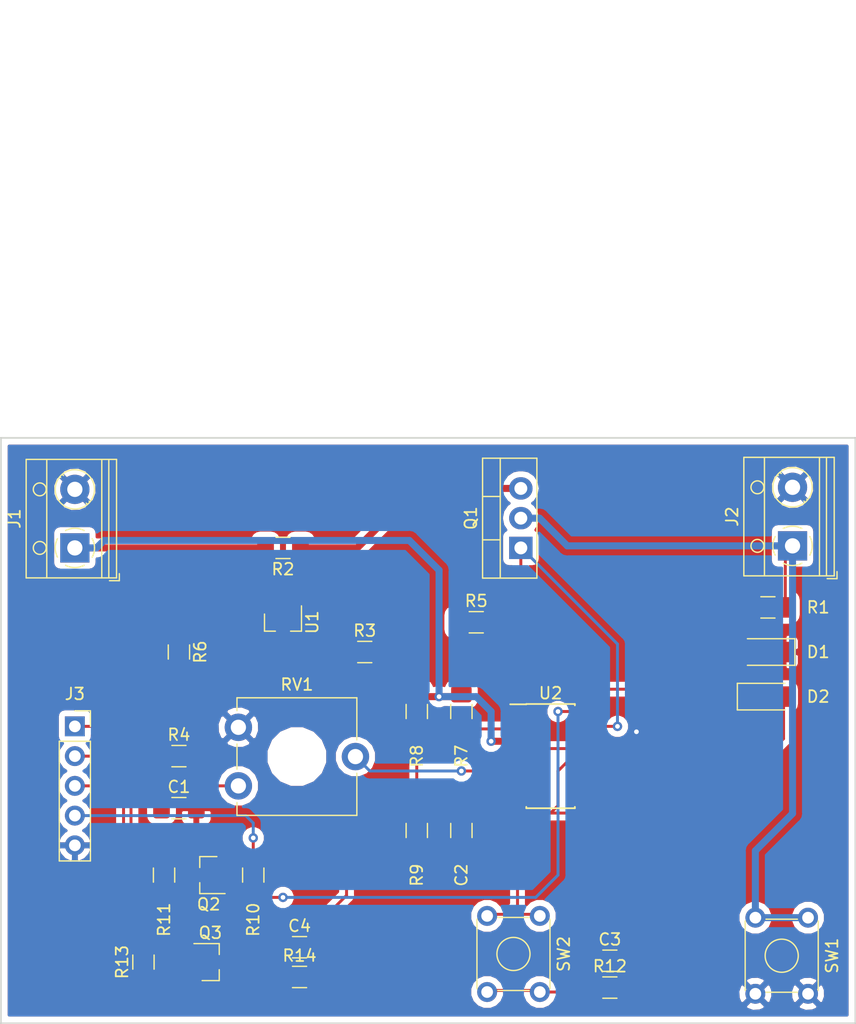
<source format=kicad_pcb>
(kicad_pcb (version 20171130) (host pcbnew "(5.0.1-3-g963ef8bb5)")

  (general
    (thickness 1.6)
    (drawings 9)
    (tracks 173)
    (zones 0)
    (modules 31)
    (nets 21)
  )

  (page A4)
  (layers
    (0 F.Cu signal)
    (31 B.Cu signal)
    (32 B.Adhes user)
    (33 F.Adhes user)
    (34 B.Paste user)
    (35 F.Paste user)
    (36 B.SilkS user)
    (37 F.SilkS user)
    (38 B.Mask user)
    (39 F.Mask user)
    (40 Dwgs.User user)
    (41 Cmts.User user)
    (42 Eco1.User user)
    (43 Eco2.User user hide)
    (44 Edge.Cuts user)
    (45 Margin user)
    (46 B.CrtYd user)
    (47 F.CrtYd user)
    (48 B.Fab user)
    (49 F.Fab user)
  )

  (setup
    (last_trace_width 0.25)
    (trace_clearance 0.2)
    (zone_clearance 0.508)
    (zone_45_only no)
    (trace_min 0.2)
    (segment_width 0.2)
    (edge_width 0.15)
    (via_size 0.8)
    (via_drill 0.4)
    (via_min_size 0.4)
    (via_min_drill 0.3)
    (uvia_size 0.3)
    (uvia_drill 0.1)
    (uvias_allowed no)
    (uvia_min_size 0.2)
    (uvia_min_drill 0.1)
    (pcb_text_width 0.3)
    (pcb_text_size 1.5 1.5)
    (mod_edge_width 0.15)
    (mod_text_size 1 1)
    (mod_text_width 0.15)
    (pad_size 1.524 1.524)
    (pad_drill 0.762)
    (pad_to_mask_clearance 0.051)
    (solder_mask_min_width 0.25)
    (aux_axis_origin 0 0)
    (visible_elements FFFDFF7F)
    (pcbplotparams
      (layerselection 0x010fc_ffffffff)
      (usegerberextensions false)
      (usegerberattributes false)
      (usegerberadvancedattributes false)
      (creategerberjobfile false)
      (excludeedgelayer true)
      (linewidth 0.100000)
      (plotframeref false)
      (viasonmask false)
      (mode 1)
      (useauxorigin false)
      (hpglpennumber 1)
      (hpglpenspeed 20)
      (hpglpendiameter 15.000000)
      (psnegative false)
      (psa4output false)
      (plotreference true)
      (plotvalue true)
      (plotinvisibletext false)
      (padsonsilk false)
      (subtractmaskfromsilk false)
      (outputformat 1)
      (mirror false)
      (drillshape 1)
      (scaleselection 1)
      (outputdirectory ""))
  )

  (net 0 "")
  (net 1 /Vmean)
  (net 2 GND)
  (net 3 "/Control Module/ctrl_ref")
  (net 4 "Net-(C3-Pad1)")
  (net 5 "Net-(C4-Pad1)")
  (net 6 "Net-(D1-Pad2)")
  (net 7 "/Control Module/status")
  (net 8 "Net-(D2-Pad1)")
  (net 9 VCC)
  (net 10 "/Power Control/Vout")
  (net 11 /ext_v5)
  (net 12 /ext_err)
  (net 13 /ext_reset)
  (net 14 "Net-(Q1-Pad1)")
  (net 15 "/Power Control/Vin")
  (net 16 "Net-(Q2-Pad1)")
  (net 17 "Net-(Q3-Pad1)")
  (net 18 "/Control Module/Vsense")
  (net 19 "Net-(R6-Pad2)")
  (net 20 "/Control Module/cut_ref")

  (net_class Default "Esta es la clase de red por defecto."
    (clearance 0.2)
    (trace_width 0.25)
    (via_dia 0.8)
    (via_drill 0.4)
    (uvia_dia 0.3)
    (uvia_drill 0.1)
    (add_net "/Control Module/Vsense")
    (add_net "/Control Module/ctrl_ref")
    (add_net "/Control Module/cut_ref")
    (add_net "/Control Module/status")
    (add_net /Vmean)
    (add_net /ext_err)
    (add_net /ext_reset)
    (add_net /ext_v5)
    (add_net GND)
    (add_net "Net-(C3-Pad1)")
    (add_net "Net-(C4-Pad1)")
    (add_net "Net-(D1-Pad2)")
    (add_net "Net-(D2-Pad1)")
    (add_net "Net-(Q1-Pad1)")
    (add_net "Net-(Q2-Pad1)")
    (add_net "Net-(Q3-Pad1)")
    (add_net "Net-(R6-Pad2)")
  )

  (net_class Power ""
    (clearance 0.2)
    (trace_width 0.6)
    (via_dia 0.8)
    (via_drill 0.4)
    (uvia_dia 0.3)
    (uvia_drill 0.1)
    (add_net "/Power Control/Vin")
    (add_net "/Power Control/Vout")
    (add_net VCC)
  )

  (module Capacitor_SMD:C_1206_3216Metric_Pad1.42x1.75mm_HandSolder (layer F.Cu) (tedit 5B301BBE) (tstamp 5C4B9D89)
    (at 35.21 171.625)
    (descr "Capacitor SMD 1206 (3216 Metric), square (rectangular) end terminal, IPC_7351 nominal with elongated pad for handsoldering. (Body size source: http://www.tortai-tech.com/upload/download/2011102023233369053.pdf), generated with kicad-footprint-generator")
    (tags "capacitor handsolder")
    (path /5C3E0EAB/5C3E28B1)
    (attr smd)
    (fp_text reference C1 (at 0 -1.82) (layer F.SilkS)
      (effects (font (size 1 1) (thickness 0.15)))
    )
    (fp_text value 100nf (at 0 1.82) (layer F.Fab)
      (effects (font (size 1 1) (thickness 0.15)))
    )
    (fp_line (start -1.6 0.8) (end -1.6 -0.8) (layer F.Fab) (width 0.1))
    (fp_line (start -1.6 -0.8) (end 1.6 -0.8) (layer F.Fab) (width 0.1))
    (fp_line (start 1.6 -0.8) (end 1.6 0.8) (layer F.Fab) (width 0.1))
    (fp_line (start 1.6 0.8) (end -1.6 0.8) (layer F.Fab) (width 0.1))
    (fp_line (start -0.602064 -0.91) (end 0.602064 -0.91) (layer F.SilkS) (width 0.12))
    (fp_line (start -0.602064 0.91) (end 0.602064 0.91) (layer F.SilkS) (width 0.12))
    (fp_line (start -2.45 1.12) (end -2.45 -1.12) (layer F.CrtYd) (width 0.05))
    (fp_line (start -2.45 -1.12) (end 2.45 -1.12) (layer F.CrtYd) (width 0.05))
    (fp_line (start 2.45 -1.12) (end 2.45 1.12) (layer F.CrtYd) (width 0.05))
    (fp_line (start 2.45 1.12) (end -2.45 1.12) (layer F.CrtYd) (width 0.05))
    (fp_text user %R (at 0 0) (layer F.Fab)
      (effects (font (size 0.8 0.8) (thickness 0.12)))
    )
    (pad 1 smd roundrect (at -1.4875 0) (size 1.425 1.75) (layers F.Cu F.Paste F.Mask) (roundrect_rratio 0.175439)
      (net 1 /Vmean))
    (pad 2 smd roundrect (at 1.4875 0) (size 1.425 1.75) (layers F.Cu F.Paste F.Mask) (roundrect_rratio 0.175439)
      (net 2 GND))
    (model ${KISYS3DMOD}/Capacitor_SMD.3dshapes/C_1206_3216Metric.wrl
      (at (xyz 0 0 0))
      (scale (xyz 1 1 1))
      (rotate (xyz 0 0 0))
    )
  )

  (module Capacitor_SMD:C_1206_3216Metric_Pad1.42x1.75mm_HandSolder (layer F.Cu) (tedit 5B301BBE) (tstamp 5C4B9D9A)
    (at 59.34 173.53 270)
    (descr "Capacitor SMD 1206 (3216 Metric), square (rectangular) end terminal, IPC_7351 nominal with elongated pad for handsoldering. (Body size source: http://www.tortai-tech.com/upload/download/2011102023233369053.pdf), generated with kicad-footprint-generator")
    (tags "capacitor handsolder")
    (path /5C3E46FB/5C3E6ACB)
    (attr smd)
    (fp_text reference C2 (at 3.81 0 270) (layer F.SilkS)
      (effects (font (size 1 1) (thickness 0.15)))
    )
    (fp_text value 1nf (at 0 1.82 270) (layer F.Fab)
      (effects (font (size 1 1) (thickness 0.15)))
    )
    (fp_text user %R (at 0 0 270) (layer F.Fab)
      (effects (font (size 0.8 0.8) (thickness 0.12)))
    )
    (fp_line (start 2.45 1.12) (end -2.45 1.12) (layer F.CrtYd) (width 0.05))
    (fp_line (start 2.45 -1.12) (end 2.45 1.12) (layer F.CrtYd) (width 0.05))
    (fp_line (start -2.45 -1.12) (end 2.45 -1.12) (layer F.CrtYd) (width 0.05))
    (fp_line (start -2.45 1.12) (end -2.45 -1.12) (layer F.CrtYd) (width 0.05))
    (fp_line (start -0.602064 0.91) (end 0.602064 0.91) (layer F.SilkS) (width 0.12))
    (fp_line (start -0.602064 -0.91) (end 0.602064 -0.91) (layer F.SilkS) (width 0.12))
    (fp_line (start 1.6 0.8) (end -1.6 0.8) (layer F.Fab) (width 0.1))
    (fp_line (start 1.6 -0.8) (end 1.6 0.8) (layer F.Fab) (width 0.1))
    (fp_line (start -1.6 -0.8) (end 1.6 -0.8) (layer F.Fab) (width 0.1))
    (fp_line (start -1.6 0.8) (end -1.6 -0.8) (layer F.Fab) (width 0.1))
    (pad 2 smd roundrect (at 1.4875 0 270) (size 1.425 1.75) (layers F.Cu F.Paste F.Mask) (roundrect_rratio 0.175439)
      (net 2 GND))
    (pad 1 smd roundrect (at -1.4875 0 270) (size 1.425 1.75) (layers F.Cu F.Paste F.Mask) (roundrect_rratio 0.175439)
      (net 3 "/Control Module/ctrl_ref"))
    (model ${KISYS3DMOD}/Capacitor_SMD.3dshapes/C_1206_3216Metric.wrl
      (at (xyz 0 0 0))
      (scale (xyz 1 1 1))
      (rotate (xyz 0 0 0))
    )
  )

  (module Capacitor_SMD:C_1206_3216Metric_Pad1.42x1.75mm_HandSolder (layer F.Cu) (tedit 5B301BBE) (tstamp 5C4BB21B)
    (at 72.025001 184.655001)
    (descr "Capacitor SMD 1206 (3216 Metric), square (rectangular) end terminal, IPC_7351 nominal with elongated pad for handsoldering. (Body size source: http://www.tortai-tech.com/upload/download/2011102023233369053.pdf), generated with kicad-footprint-generator")
    (tags "capacitor handsolder")
    (path /5C3E8D5D/5C3E8F92)
    (attr smd)
    (fp_text reference C3 (at 0 -1.82) (layer F.SilkS)
      (effects (font (size 1 1) (thickness 0.15)))
    )
    (fp_text value 4.7uf (at 0 1.82) (layer F.Fab)
      (effects (font (size 1 1) (thickness 0.15)))
    )
    (fp_line (start -1.6 0.8) (end -1.6 -0.8) (layer F.Fab) (width 0.1))
    (fp_line (start -1.6 -0.8) (end 1.6 -0.8) (layer F.Fab) (width 0.1))
    (fp_line (start 1.6 -0.8) (end 1.6 0.8) (layer F.Fab) (width 0.1))
    (fp_line (start 1.6 0.8) (end -1.6 0.8) (layer F.Fab) (width 0.1))
    (fp_line (start -0.602064 -0.91) (end 0.602064 -0.91) (layer F.SilkS) (width 0.12))
    (fp_line (start -0.602064 0.91) (end 0.602064 0.91) (layer F.SilkS) (width 0.12))
    (fp_line (start -2.45 1.12) (end -2.45 -1.12) (layer F.CrtYd) (width 0.05))
    (fp_line (start -2.45 -1.12) (end 2.45 -1.12) (layer F.CrtYd) (width 0.05))
    (fp_line (start 2.45 -1.12) (end 2.45 1.12) (layer F.CrtYd) (width 0.05))
    (fp_line (start 2.45 1.12) (end -2.45 1.12) (layer F.CrtYd) (width 0.05))
    (fp_text user %R (at 0 0) (layer F.Fab)
      (effects (font (size 0.8 0.8) (thickness 0.12)))
    )
    (pad 1 smd roundrect (at -1.4875 0) (size 1.425 1.75) (layers F.Cu F.Paste F.Mask) (roundrect_rratio 0.175439)
      (net 4 "Net-(C3-Pad1)"))
    (pad 2 smd roundrect (at 1.4875 0) (size 1.425 1.75) (layers F.Cu F.Paste F.Mask) (roundrect_rratio 0.175439)
      (net 2 GND))
    (model ${KISYS3DMOD}/Capacitor_SMD.3dshapes/C_1206_3216Metric.wrl
      (at (xyz 0 0 0))
      (scale (xyz 1 1 1))
      (rotate (xyz 0 0 0))
    )
  )

  (module Capacitor_SMD:C_1206_3216Metric_Pad1.42x1.75mm_HandSolder (layer F.Cu) (tedit 5B301BBE) (tstamp 5C4B9DBC)
    (at 45.515 183.5)
    (descr "Capacitor SMD 1206 (3216 Metric), square (rectangular) end terminal, IPC_7351 nominal with elongated pad for handsoldering. (Body size source: http://www.tortai-tech.com/upload/download/2011102023233369053.pdf), generated with kicad-footprint-generator")
    (tags "capacitor handsolder")
    (path /5C3E9304/5C3E9382)
    (attr smd)
    (fp_text reference C4 (at 0 -1.82) (layer F.SilkS)
      (effects (font (size 1 1) (thickness 0.15)))
    )
    (fp_text value 4.7uf (at 0 1.82) (layer F.Fab)
      (effects (font (size 1 1) (thickness 0.15)))
    )
    (fp_text user %R (at 0 0) (layer F.Fab)
      (effects (font (size 0.8 0.8) (thickness 0.12)))
    )
    (fp_line (start 2.45 1.12) (end -2.45 1.12) (layer F.CrtYd) (width 0.05))
    (fp_line (start 2.45 -1.12) (end 2.45 1.12) (layer F.CrtYd) (width 0.05))
    (fp_line (start -2.45 -1.12) (end 2.45 -1.12) (layer F.CrtYd) (width 0.05))
    (fp_line (start -2.45 1.12) (end -2.45 -1.12) (layer F.CrtYd) (width 0.05))
    (fp_line (start -0.602064 0.91) (end 0.602064 0.91) (layer F.SilkS) (width 0.12))
    (fp_line (start -0.602064 -0.91) (end 0.602064 -0.91) (layer F.SilkS) (width 0.12))
    (fp_line (start 1.6 0.8) (end -1.6 0.8) (layer F.Fab) (width 0.1))
    (fp_line (start 1.6 -0.8) (end 1.6 0.8) (layer F.Fab) (width 0.1))
    (fp_line (start -1.6 -0.8) (end 1.6 -0.8) (layer F.Fab) (width 0.1))
    (fp_line (start -1.6 0.8) (end -1.6 -0.8) (layer F.Fab) (width 0.1))
    (pad 2 smd roundrect (at 1.4875 0) (size 1.425 1.75) (layers F.Cu F.Paste F.Mask) (roundrect_rratio 0.175439)
      (net 2 GND))
    (pad 1 smd roundrect (at -1.4875 0) (size 1.425 1.75) (layers F.Cu F.Paste F.Mask) (roundrect_rratio 0.175439)
      (net 5 "Net-(C4-Pad1)"))
    (model ${KISYS3DMOD}/Capacitor_SMD.3dshapes/C_1206_3216Metric.wrl
      (at (xyz 0 0 0))
      (scale (xyz 1 1 1))
      (rotate (xyz 0 0 0))
    )
  )

  (module LED_SMD:LED_1206_3216Metric_Pad1.42x1.75mm_HandSolder (layer F.Cu) (tedit 5B4B45C9) (tstamp 5C4B9DCF)
    (at 85.375 158.29 180)
    (descr "LED SMD 1206 (3216 Metric), square (rectangular) end terminal, IPC_7351 nominal, (Body size source: http://www.tortai-tech.com/upload/download/2011102023233369053.pdf), generated with kicad-footprint-generator")
    (tags "LED handsolder")
    (path /5C3E165F)
    (attr smd)
    (fp_text reference D1 (at -4.445 0 180) (layer F.SilkS)
      (effects (font (size 1 1) (thickness 0.15)))
    )
    (fp_text value Green (at 0 1.82 180) (layer F.Fab)
      (effects (font (size 1 1) (thickness 0.15)))
    )
    (fp_line (start 1.6 -0.8) (end -1.2 -0.8) (layer F.Fab) (width 0.1))
    (fp_line (start -1.2 -0.8) (end -1.6 -0.4) (layer F.Fab) (width 0.1))
    (fp_line (start -1.6 -0.4) (end -1.6 0.8) (layer F.Fab) (width 0.1))
    (fp_line (start -1.6 0.8) (end 1.6 0.8) (layer F.Fab) (width 0.1))
    (fp_line (start 1.6 0.8) (end 1.6 -0.8) (layer F.Fab) (width 0.1))
    (fp_line (start 1.6 -1.135) (end -2.46 -1.135) (layer F.SilkS) (width 0.12))
    (fp_line (start -2.46 -1.135) (end -2.46 1.135) (layer F.SilkS) (width 0.12))
    (fp_line (start -2.46 1.135) (end 1.6 1.135) (layer F.SilkS) (width 0.12))
    (fp_line (start -2.45 1.12) (end -2.45 -1.12) (layer F.CrtYd) (width 0.05))
    (fp_line (start -2.45 -1.12) (end 2.45 -1.12) (layer F.CrtYd) (width 0.05))
    (fp_line (start 2.45 -1.12) (end 2.45 1.12) (layer F.CrtYd) (width 0.05))
    (fp_line (start 2.45 1.12) (end -2.45 1.12) (layer F.CrtYd) (width 0.05))
    (fp_text user %R (at 0 0 180) (layer F.Fab)
      (effects (font (size 0.8 0.8) (thickness 0.12)))
    )
    (pad 1 smd roundrect (at -1.4875 0 180) (size 1.425 1.75) (layers F.Cu F.Paste F.Mask) (roundrect_rratio 0.175439)
      (net 2 GND))
    (pad 2 smd roundrect (at 1.4875 0 180) (size 1.425 1.75) (layers F.Cu F.Paste F.Mask) (roundrect_rratio 0.175439)
      (net 6 "Net-(D1-Pad2)"))
    (model ${KISYS3DMOD}/LED_SMD.3dshapes/LED_1206_3216Metric.wrl
      (at (xyz 0 0 0))
      (scale (xyz 1 1 1))
      (rotate (xyz 0 0 0))
    )
  )

  (module LED_SMD:LED_1206_3216Metric_Pad1.42x1.75mm_HandSolder (layer F.Cu) (tedit 5B4B45C9) (tstamp 5C4BB0BC)
    (at 85.375 162.1)
    (descr "LED SMD 1206 (3216 Metric), square (rectangular) end terminal, IPC_7351 nominal, (Body size source: http://www.tortai-tech.com/upload/download/2011102023233369053.pdf), generated with kicad-footprint-generator")
    (tags "LED handsolder")
    (path /5C3E46FB/5C3E7526)
    (attr smd)
    (fp_text reference D2 (at 4.445 0) (layer F.SilkS)
      (effects (font (size 1 1) (thickness 0.15)))
    )
    (fp_text value Red (at 0 1.82) (layer F.Fab)
      (effects (font (size 1 1) (thickness 0.15)))
    )
    (fp_text user %R (at 0 0) (layer F.Fab)
      (effects (font (size 0.8 0.8) (thickness 0.12)))
    )
    (fp_line (start 2.45 1.12) (end -2.45 1.12) (layer F.CrtYd) (width 0.05))
    (fp_line (start 2.45 -1.12) (end 2.45 1.12) (layer F.CrtYd) (width 0.05))
    (fp_line (start -2.45 -1.12) (end 2.45 -1.12) (layer F.CrtYd) (width 0.05))
    (fp_line (start -2.45 1.12) (end -2.45 -1.12) (layer F.CrtYd) (width 0.05))
    (fp_line (start -2.46 1.135) (end 1.6 1.135) (layer F.SilkS) (width 0.12))
    (fp_line (start -2.46 -1.135) (end -2.46 1.135) (layer F.SilkS) (width 0.12))
    (fp_line (start 1.6 -1.135) (end -2.46 -1.135) (layer F.SilkS) (width 0.12))
    (fp_line (start 1.6 0.8) (end 1.6 -0.8) (layer F.Fab) (width 0.1))
    (fp_line (start -1.6 0.8) (end 1.6 0.8) (layer F.Fab) (width 0.1))
    (fp_line (start -1.6 -0.4) (end -1.6 0.8) (layer F.Fab) (width 0.1))
    (fp_line (start -1.2 -0.8) (end -1.6 -0.4) (layer F.Fab) (width 0.1))
    (fp_line (start 1.6 -0.8) (end -1.2 -0.8) (layer F.Fab) (width 0.1))
    (pad 2 smd roundrect (at 1.4875 0) (size 1.425 1.75) (layers F.Cu F.Paste F.Mask) (roundrect_rratio 0.175439)
      (net 7 "/Control Module/status"))
    (pad 1 smd roundrect (at -1.4875 0) (size 1.425 1.75) (layers F.Cu F.Paste F.Mask) (roundrect_rratio 0.175439)
      (net 8 "Net-(D2-Pad1)"))
    (model ${KISYS3DMOD}/LED_SMD.3dshapes/LED_1206_3216Metric.wrl
      (at (xyz 0 0 0))
      (scale (xyz 1 1 1))
      (rotate (xyz 0 0 0))
    )
  )

  (module TerminalBlock_RND:TerminalBlock_RND_205-00012_1x02_P5.00mm_Horizontal (layer F.Cu) (tedit 5B294F52) (tstamp 5C4B9E12)
    (at 26.32 149.4 90)
    (descr "terminal block RND 205-00012, 2 pins, pitch 5mm, size 10x7.6mm^2, drill diamater 1.3mm, pad diameter 2.5mm, see http://cdn-reichelt.de/documents/datenblatt/C151/RND_205-00012_DB_EN.pdf, script-generated using https://github.com/pointhi/kicad-footprint-generator/scripts/TerminalBlock_RND")
    (tags "THT terminal block RND 205-00012 pitch 5mm size 10x7.6mm^2 drill 1.3mm pad 2.5mm")
    (path /5C3E0CA6)
    (fp_text reference J1 (at 2.5 -5.16 90) (layer F.SilkS)
      (effects (font (size 1 1) (thickness 0.15)))
    )
    (fp_text value Screw_Terminal_01x02 (at 2.5 4.56 90) (layer F.Fab)
      (effects (font (size 1 1) (thickness 0.15)))
    )
    (fp_arc (start 0 0) (end 0 1.68) (angle -28) (layer F.SilkS) (width 0.12))
    (fp_arc (start 0 0) (end 1.484 0.789) (angle -56) (layer F.SilkS) (width 0.12))
    (fp_arc (start 0 0) (end 0.789 -1.484) (angle -56) (layer F.SilkS) (width 0.12))
    (fp_arc (start 0 0) (end -1.484 -0.789) (angle -56) (layer F.SilkS) (width 0.12))
    (fp_arc (start 0 0) (end -0.789 1.484) (angle -29) (layer F.SilkS) (width 0.12))
    (fp_circle (center 0 0) (end 1.5 0) (layer F.Fab) (width 0.1))
    (fp_circle (center 0 -3) (end 0.55 -3) (layer F.Fab) (width 0.1))
    (fp_circle (center 0 -3) (end 0.55 -3) (layer F.SilkS) (width 0.12))
    (fp_circle (center 5 0) (end 6.5 0) (layer F.Fab) (width 0.1))
    (fp_circle (center 5 0) (end 6.68 0) (layer F.SilkS) (width 0.12))
    (fp_circle (center 5 -3) (end 5.55 -3) (layer F.Fab) (width 0.1))
    (fp_circle (center 5 -3) (end 5.55 -3) (layer F.SilkS) (width 0.12))
    (fp_line (start -2.5 -4.1) (end 7.5 -4.1) (layer F.Fab) (width 0.1))
    (fp_line (start 7.5 -4.1) (end 7.5 3.5) (layer F.Fab) (width 0.1))
    (fp_line (start 7.5 3.5) (end -1.9 3.5) (layer F.Fab) (width 0.1))
    (fp_line (start -1.9 3.5) (end -2.5 2.9) (layer F.Fab) (width 0.1))
    (fp_line (start -2.5 2.9) (end -2.5 -4.1) (layer F.Fab) (width 0.1))
    (fp_line (start -2.5 2.9) (end 7.5 2.9) (layer F.Fab) (width 0.1))
    (fp_line (start -2.56 2.9) (end 7.56 2.9) (layer F.SilkS) (width 0.12))
    (fp_line (start -2.5 2.3) (end 7.5 2.3) (layer F.Fab) (width 0.1))
    (fp_line (start -2.56 2.3) (end 7.56 2.3) (layer F.SilkS) (width 0.12))
    (fp_line (start -2.5 -2.4) (end 7.5 -2.4) (layer F.Fab) (width 0.1))
    (fp_line (start -2.56 -2.4) (end 7.56 -2.4) (layer F.SilkS) (width 0.12))
    (fp_line (start -2.56 -4.16) (end 7.56 -4.16) (layer F.SilkS) (width 0.12))
    (fp_line (start -2.56 3.561) (end 7.56 3.561) (layer F.SilkS) (width 0.12))
    (fp_line (start -2.56 -4.16) (end -2.56 3.561) (layer F.SilkS) (width 0.12))
    (fp_line (start 7.56 -4.16) (end 7.56 3.561) (layer F.SilkS) (width 0.12))
    (fp_line (start 1.138 -0.955) (end -0.955 1.138) (layer F.Fab) (width 0.1))
    (fp_line (start 0.955 -1.138) (end -1.138 0.955) (layer F.Fab) (width 0.1))
    (fp_line (start 6.138 -0.955) (end 4.046 1.138) (layer F.Fab) (width 0.1))
    (fp_line (start 5.955 -1.138) (end 3.863 0.955) (layer F.Fab) (width 0.1))
    (fp_line (start 6.275 -1.069) (end 6.181 -0.976) (layer F.SilkS) (width 0.12))
    (fp_line (start 3.99 1.216) (end 3.931 1.274) (layer F.SilkS) (width 0.12))
    (fp_line (start 6.07 -1.275) (end 6.011 -1.216) (layer F.SilkS) (width 0.12))
    (fp_line (start 3.82 0.976) (end 3.726 1.069) (layer F.SilkS) (width 0.12))
    (fp_line (start -2.8 2.96) (end -2.8 3.8) (layer F.SilkS) (width 0.12))
    (fp_line (start -2.8 3.8) (end -2.2 3.8) (layer F.SilkS) (width 0.12))
    (fp_line (start -3 -4.6) (end -3 4) (layer F.CrtYd) (width 0.05))
    (fp_line (start -3 4) (end 8 4) (layer F.CrtYd) (width 0.05))
    (fp_line (start 8 4) (end 8 -4.6) (layer F.CrtYd) (width 0.05))
    (fp_line (start 8 -4.6) (end -3 -4.6) (layer F.CrtYd) (width 0.05))
    (fp_text user %R (at 2.5 -5.16 90) (layer F.Fab)
      (effects (font (size 1 1) (thickness 0.15)))
    )
    (pad 1 thru_hole rect (at 0 0 90) (size 2.5 2.5) (drill 1.3) (layers *.Cu *.Mask)
      (net 9 VCC))
    (pad 2 thru_hole circle (at 5 0 90) (size 2.5 2.5) (drill 1.3) (layers *.Cu *.Mask)
      (net 2 GND))
    (model ${KISYS3DMOD}/TerminalBlock_RND.3dshapes/TerminalBlock_RND_205-00012_1x02_P5.00mm_Horizontal.wrl
      (at (xyz 0 0 0))
      (scale (xyz 1 1 1))
      (rotate (xyz 0 0 0))
    )
  )

  (module TerminalBlock_RND:TerminalBlock_RND_205-00012_1x02_P5.00mm_Horizontal (layer F.Cu) (tedit 5B294F52) (tstamp 5C4B9E42)
    (at 87.63 149.225 90)
    (descr "terminal block RND 205-00012, 2 pins, pitch 5mm, size 10x7.6mm^2, drill diamater 1.3mm, pad diameter 2.5mm, see http://cdn-reichelt.de/documents/datenblatt/C151/RND_205-00012_DB_EN.pdf, script-generated using https://github.com/pointhi/kicad-footprint-generator/scripts/TerminalBlock_RND")
    (tags "THT terminal block RND 205-00012 pitch 5mm size 10x7.6mm^2 drill 1.3mm pad 2.5mm")
    (path /5C3E1033)
    (fp_text reference J2 (at 2.5 -5.16 90) (layer F.SilkS)
      (effects (font (size 1 1) (thickness 0.15)))
    )
    (fp_text value Screw_Terminal_01x02 (at 2.5 4.56 90) (layer F.Fab)
      (effects (font (size 1 1) (thickness 0.15)))
    )
    (fp_text user %R (at 2.5 -5.16 90) (layer F.Fab)
      (effects (font (size 1 1) (thickness 0.15)))
    )
    (fp_line (start 8 -4.6) (end -3 -4.6) (layer F.CrtYd) (width 0.05))
    (fp_line (start 8 4) (end 8 -4.6) (layer F.CrtYd) (width 0.05))
    (fp_line (start -3 4) (end 8 4) (layer F.CrtYd) (width 0.05))
    (fp_line (start -3 -4.6) (end -3 4) (layer F.CrtYd) (width 0.05))
    (fp_line (start -2.8 3.8) (end -2.2 3.8) (layer F.SilkS) (width 0.12))
    (fp_line (start -2.8 2.96) (end -2.8 3.8) (layer F.SilkS) (width 0.12))
    (fp_line (start 3.82 0.976) (end 3.726 1.069) (layer F.SilkS) (width 0.12))
    (fp_line (start 6.07 -1.275) (end 6.011 -1.216) (layer F.SilkS) (width 0.12))
    (fp_line (start 3.99 1.216) (end 3.931 1.274) (layer F.SilkS) (width 0.12))
    (fp_line (start 6.275 -1.069) (end 6.181 -0.976) (layer F.SilkS) (width 0.12))
    (fp_line (start 5.955 -1.138) (end 3.863 0.955) (layer F.Fab) (width 0.1))
    (fp_line (start 6.138 -0.955) (end 4.046 1.138) (layer F.Fab) (width 0.1))
    (fp_line (start 0.955 -1.138) (end -1.138 0.955) (layer F.Fab) (width 0.1))
    (fp_line (start 1.138 -0.955) (end -0.955 1.138) (layer F.Fab) (width 0.1))
    (fp_line (start 7.56 -4.16) (end 7.56 3.561) (layer F.SilkS) (width 0.12))
    (fp_line (start -2.56 -4.16) (end -2.56 3.561) (layer F.SilkS) (width 0.12))
    (fp_line (start -2.56 3.561) (end 7.56 3.561) (layer F.SilkS) (width 0.12))
    (fp_line (start -2.56 -4.16) (end 7.56 -4.16) (layer F.SilkS) (width 0.12))
    (fp_line (start -2.56 -2.4) (end 7.56 -2.4) (layer F.SilkS) (width 0.12))
    (fp_line (start -2.5 -2.4) (end 7.5 -2.4) (layer F.Fab) (width 0.1))
    (fp_line (start -2.56 2.3) (end 7.56 2.3) (layer F.SilkS) (width 0.12))
    (fp_line (start -2.5 2.3) (end 7.5 2.3) (layer F.Fab) (width 0.1))
    (fp_line (start -2.56 2.9) (end 7.56 2.9) (layer F.SilkS) (width 0.12))
    (fp_line (start -2.5 2.9) (end 7.5 2.9) (layer F.Fab) (width 0.1))
    (fp_line (start -2.5 2.9) (end -2.5 -4.1) (layer F.Fab) (width 0.1))
    (fp_line (start -1.9 3.5) (end -2.5 2.9) (layer F.Fab) (width 0.1))
    (fp_line (start 7.5 3.5) (end -1.9 3.5) (layer F.Fab) (width 0.1))
    (fp_line (start 7.5 -4.1) (end 7.5 3.5) (layer F.Fab) (width 0.1))
    (fp_line (start -2.5 -4.1) (end 7.5 -4.1) (layer F.Fab) (width 0.1))
    (fp_circle (center 5 -3) (end 5.55 -3) (layer F.SilkS) (width 0.12))
    (fp_circle (center 5 -3) (end 5.55 -3) (layer F.Fab) (width 0.1))
    (fp_circle (center 5 0) (end 6.68 0) (layer F.SilkS) (width 0.12))
    (fp_circle (center 5 0) (end 6.5 0) (layer F.Fab) (width 0.1))
    (fp_circle (center 0 -3) (end 0.55 -3) (layer F.SilkS) (width 0.12))
    (fp_circle (center 0 -3) (end 0.55 -3) (layer F.Fab) (width 0.1))
    (fp_circle (center 0 0) (end 1.5 0) (layer F.Fab) (width 0.1))
    (fp_arc (start 0 0) (end -0.789 1.484) (angle -29) (layer F.SilkS) (width 0.12))
    (fp_arc (start 0 0) (end -1.484 -0.789) (angle -56) (layer F.SilkS) (width 0.12))
    (fp_arc (start 0 0) (end 0.789 -1.484) (angle -56) (layer F.SilkS) (width 0.12))
    (fp_arc (start 0 0) (end 1.484 0.789) (angle -56) (layer F.SilkS) (width 0.12))
    (fp_arc (start 0 0) (end 0 1.68) (angle -28) (layer F.SilkS) (width 0.12))
    (pad 2 thru_hole circle (at 5 0 90) (size 2.5 2.5) (drill 1.3) (layers *.Cu *.Mask)
      (net 2 GND))
    (pad 1 thru_hole rect (at 0 0 90) (size 2.5 2.5) (drill 1.3) (layers *.Cu *.Mask)
      (net 10 "/Power Control/Vout"))
    (model ${KISYS3DMOD}/TerminalBlock_RND.3dshapes/TerminalBlock_RND_205-00012_1x02_P5.00mm_Horizontal.wrl
      (at (xyz 0 0 0))
      (scale (xyz 1 1 1))
      (rotate (xyz 0 0 0))
    )
  )

  (module Connector_PinSocket_2.54mm:PinSocket_1x05_P2.54mm_Vertical (layer F.Cu) (tedit 5A19A420) (tstamp 5C4B9E5B)
    (at 26.32 164.64)
    (descr "Through hole straight socket strip, 1x05, 2.54mm pitch, single row (from Kicad 4.0.7), script generated")
    (tags "Through hole socket strip THT 1x05 2.54mm single row")
    (path /5C3EA81B)
    (fp_text reference J3 (at 0 -2.77) (layer F.SilkS)
      (effects (font (size 1 1) (thickness 0.15)))
    )
    (fp_text value Conn_01x05 (at 0 12.93) (layer F.Fab)
      (effects (font (size 1 1) (thickness 0.15)))
    )
    (fp_line (start -1.27 -1.27) (end 0.635 -1.27) (layer F.Fab) (width 0.1))
    (fp_line (start 0.635 -1.27) (end 1.27 -0.635) (layer F.Fab) (width 0.1))
    (fp_line (start 1.27 -0.635) (end 1.27 11.43) (layer F.Fab) (width 0.1))
    (fp_line (start 1.27 11.43) (end -1.27 11.43) (layer F.Fab) (width 0.1))
    (fp_line (start -1.27 11.43) (end -1.27 -1.27) (layer F.Fab) (width 0.1))
    (fp_line (start -1.33 1.27) (end 1.33 1.27) (layer F.SilkS) (width 0.12))
    (fp_line (start -1.33 1.27) (end -1.33 11.49) (layer F.SilkS) (width 0.12))
    (fp_line (start -1.33 11.49) (end 1.33 11.49) (layer F.SilkS) (width 0.12))
    (fp_line (start 1.33 1.27) (end 1.33 11.49) (layer F.SilkS) (width 0.12))
    (fp_line (start 1.33 -1.33) (end 1.33 0) (layer F.SilkS) (width 0.12))
    (fp_line (start 0 -1.33) (end 1.33 -1.33) (layer F.SilkS) (width 0.12))
    (fp_line (start -1.8 -1.8) (end 1.75 -1.8) (layer F.CrtYd) (width 0.05))
    (fp_line (start 1.75 -1.8) (end 1.75 11.9) (layer F.CrtYd) (width 0.05))
    (fp_line (start 1.75 11.9) (end -1.8 11.9) (layer F.CrtYd) (width 0.05))
    (fp_line (start -1.8 11.9) (end -1.8 -1.8) (layer F.CrtYd) (width 0.05))
    (fp_text user %R (at 0 5.08 90) (layer F.Fab)
      (effects (font (size 1 1) (thickness 0.15)))
    )
    (pad 1 thru_hole rect (at 0 0) (size 1.7 1.7) (drill 1) (layers *.Cu *.Mask)
      (net 1 /Vmean))
    (pad 2 thru_hole oval (at 0 2.54) (size 1.7 1.7) (drill 1) (layers *.Cu *.Mask)
      (net 12 /ext_err))
    (pad 3 thru_hole oval (at 0 5.08) (size 1.7 1.7) (drill 1) (layers *.Cu *.Mask)
      (net 13 /ext_reset))
    (pad 4 thru_hole oval (at 0 7.62) (size 1.7 1.7) (drill 1) (layers *.Cu *.Mask)
      (net 11 /ext_v5))
    (pad 5 thru_hole oval (at 0 10.16) (size 1.7 1.7) (drill 1) (layers *.Cu *.Mask)
      (net 2 GND))
    (model ${KISYS3DMOD}/Connector_PinSocket_2.54mm.3dshapes/PinSocket_1x05_P2.54mm_Vertical.wrl
      (at (xyz 0 0 0))
      (scale (xyz 1 1 1))
      (rotate (xyz 0 0 0))
    )
  )

  (module Package_TO_SOT_THT:TO-220-3_Vertical (layer F.Cu) (tedit 5AC8BA0D) (tstamp 5C4B9E75)
    (at 64.42 149.4 90)
    (descr "TO-220-3, Vertical, RM 2.54mm, see https://www.vishay.com/docs/66542/to-220-1.pdf")
    (tags "TO-220-3 Vertical RM 2.54mm")
    (path /5C3E0F17/5C3E5278)
    (fp_text reference Q1 (at 2.54 -4.27 90) (layer F.SilkS)
      (effects (font (size 1 1) (thickness 0.15)))
    )
    (fp_text value IRF9520PBF (at 2.54 2.5 90) (layer F.Fab)
      (effects (font (size 1 1) (thickness 0.15)))
    )
    (fp_line (start -2.46 -3.15) (end -2.46 1.25) (layer F.Fab) (width 0.1))
    (fp_line (start -2.46 1.25) (end 7.54 1.25) (layer F.Fab) (width 0.1))
    (fp_line (start 7.54 1.25) (end 7.54 -3.15) (layer F.Fab) (width 0.1))
    (fp_line (start 7.54 -3.15) (end -2.46 -3.15) (layer F.Fab) (width 0.1))
    (fp_line (start -2.46 -1.88) (end 7.54 -1.88) (layer F.Fab) (width 0.1))
    (fp_line (start 0.69 -3.15) (end 0.69 -1.88) (layer F.Fab) (width 0.1))
    (fp_line (start 4.39 -3.15) (end 4.39 -1.88) (layer F.Fab) (width 0.1))
    (fp_line (start -2.58 -3.27) (end 7.66 -3.27) (layer F.SilkS) (width 0.12))
    (fp_line (start -2.58 1.371) (end 7.66 1.371) (layer F.SilkS) (width 0.12))
    (fp_line (start -2.58 -3.27) (end -2.58 1.371) (layer F.SilkS) (width 0.12))
    (fp_line (start 7.66 -3.27) (end 7.66 1.371) (layer F.SilkS) (width 0.12))
    (fp_line (start -2.58 -1.76) (end 7.66 -1.76) (layer F.SilkS) (width 0.12))
    (fp_line (start 0.69 -3.27) (end 0.69 -1.76) (layer F.SilkS) (width 0.12))
    (fp_line (start 4.391 -3.27) (end 4.391 -1.76) (layer F.SilkS) (width 0.12))
    (fp_line (start -2.71 -3.4) (end -2.71 1.51) (layer F.CrtYd) (width 0.05))
    (fp_line (start -2.71 1.51) (end 7.79 1.51) (layer F.CrtYd) (width 0.05))
    (fp_line (start 7.79 1.51) (end 7.79 -3.4) (layer F.CrtYd) (width 0.05))
    (fp_line (start 7.79 -3.4) (end -2.71 -3.4) (layer F.CrtYd) (width 0.05))
    (fp_text user %R (at 2.54 -4.27 90) (layer F.Fab)
      (effects (font (size 1 1) (thickness 0.15)))
    )
    (pad 1 thru_hole rect (at 0 0 90) (size 1.905 2) (drill 1.1) (layers *.Cu *.Mask)
      (net 14 "Net-(Q1-Pad1)"))
    (pad 2 thru_hole oval (at 2.54 0 90) (size 1.905 2) (drill 1.1) (layers *.Cu *.Mask)
      (net 10 "/Power Control/Vout"))
    (pad 3 thru_hole oval (at 5.08 0 90) (size 1.905 2) (drill 1.1) (layers *.Cu *.Mask)
      (net 15 "/Power Control/Vin"))
    (model ${KISYS3DMOD}/Package_TO_SOT_THT.3dshapes/TO-220-3_Vertical.wrl
      (at (xyz 0 0 0))
      (scale (xyz 1 1 1))
      (rotate (xyz 0 0 0))
    )
  )

  (module Package_TO_SOT_SMD:SOT-23 (layer F.Cu) (tedit 5A02FF57) (tstamp 5C4B9E8A)
    (at 37.75 177.34 180)
    (descr "SOT-23, Standard")
    (tags SOT-23)
    (path /5C3E5DF6/5C3E6099)
    (attr smd)
    (fp_text reference Q2 (at 0 -2.5 180) (layer F.SilkS)
      (effects (font (size 1 1) (thickness 0.15)))
    )
    (fp_text value BSS84 (at 0 2.5 180) (layer F.Fab)
      (effects (font (size 1 1) (thickness 0.15)))
    )
    (fp_line (start 0.76 1.58) (end -0.7 1.58) (layer F.SilkS) (width 0.12))
    (fp_line (start 0.76 -1.58) (end -1.4 -1.58) (layer F.SilkS) (width 0.12))
    (fp_line (start -1.7 1.75) (end -1.7 -1.75) (layer F.CrtYd) (width 0.05))
    (fp_line (start 1.7 1.75) (end -1.7 1.75) (layer F.CrtYd) (width 0.05))
    (fp_line (start 1.7 -1.75) (end 1.7 1.75) (layer F.CrtYd) (width 0.05))
    (fp_line (start -1.7 -1.75) (end 1.7 -1.75) (layer F.CrtYd) (width 0.05))
    (fp_line (start 0.76 -1.58) (end 0.76 -0.65) (layer F.SilkS) (width 0.12))
    (fp_line (start 0.76 1.58) (end 0.76 0.65) (layer F.SilkS) (width 0.12))
    (fp_line (start -0.7 1.52) (end 0.7 1.52) (layer F.Fab) (width 0.1))
    (fp_line (start 0.7 -1.52) (end 0.7 1.52) (layer F.Fab) (width 0.1))
    (fp_line (start -0.7 -0.95) (end -0.15 -1.52) (layer F.Fab) (width 0.1))
    (fp_line (start -0.15 -1.52) (end 0.7 -1.52) (layer F.Fab) (width 0.1))
    (fp_line (start -0.7 -0.95) (end -0.7 1.5) (layer F.Fab) (width 0.1))
    (fp_text user %R (at 0 0 270) (layer F.Fab)
      (effects (font (size 0.5 0.5) (thickness 0.075)))
    )
    (pad 3 smd rect (at 1 0 180) (size 0.9 0.8) (layers F.Cu F.Paste F.Mask)
      (net 12 /ext_err))
    (pad 2 smd rect (at -1 0.95 180) (size 0.9 0.8) (layers F.Cu F.Paste F.Mask)
      (net 11 /ext_v5))
    (pad 1 smd rect (at -1 -0.95 180) (size 0.9 0.8) (layers F.Cu F.Paste F.Mask)
      (net 16 "Net-(Q2-Pad1)"))
    (model ${KISYS3DMOD}/Package_TO_SOT_SMD.3dshapes/SOT-23.wrl
      (at (xyz 0 0 0))
      (scale (xyz 1 1 1))
      (rotate (xyz 0 0 0))
    )
  )

  (module Package_TO_SOT_SMD:SOT-23 (layer F.Cu) (tedit 5A02FF57) (tstamp 5C4B9E9F)
    (at 37.895 184.77)
    (descr "SOT-23, Standard")
    (tags SOT-23)
    (path /5C3E9304/5C3E94F2)
    (attr smd)
    (fp_text reference Q3 (at 0 -2.5) (layer F.SilkS)
      (effects (font (size 1 1) (thickness 0.15)))
    )
    (fp_text value BC849 (at 0 2.5) (layer F.Fab)
      (effects (font (size 1 1) (thickness 0.15)))
    )
    (fp_text user %R (at 0 0 90) (layer F.Fab)
      (effects (font (size 0.5 0.5) (thickness 0.075)))
    )
    (fp_line (start -0.7 -0.95) (end -0.7 1.5) (layer F.Fab) (width 0.1))
    (fp_line (start -0.15 -1.52) (end 0.7 -1.52) (layer F.Fab) (width 0.1))
    (fp_line (start -0.7 -0.95) (end -0.15 -1.52) (layer F.Fab) (width 0.1))
    (fp_line (start 0.7 -1.52) (end 0.7 1.52) (layer F.Fab) (width 0.1))
    (fp_line (start -0.7 1.52) (end 0.7 1.52) (layer F.Fab) (width 0.1))
    (fp_line (start 0.76 1.58) (end 0.76 0.65) (layer F.SilkS) (width 0.12))
    (fp_line (start 0.76 -1.58) (end 0.76 -0.65) (layer F.SilkS) (width 0.12))
    (fp_line (start -1.7 -1.75) (end 1.7 -1.75) (layer F.CrtYd) (width 0.05))
    (fp_line (start 1.7 -1.75) (end 1.7 1.75) (layer F.CrtYd) (width 0.05))
    (fp_line (start 1.7 1.75) (end -1.7 1.75) (layer F.CrtYd) (width 0.05))
    (fp_line (start -1.7 1.75) (end -1.7 -1.75) (layer F.CrtYd) (width 0.05))
    (fp_line (start 0.76 -1.58) (end -1.4 -1.58) (layer F.SilkS) (width 0.12))
    (fp_line (start 0.76 1.58) (end -0.7 1.58) (layer F.SilkS) (width 0.12))
    (pad 1 smd rect (at -1 -0.95) (size 0.9 0.8) (layers F.Cu F.Paste F.Mask)
      (net 17 "Net-(Q3-Pad1)"))
    (pad 2 smd rect (at -1 0.95) (size 0.9 0.8) (layers F.Cu F.Paste F.Mask)
      (net 5 "Net-(C4-Pad1)"))
    (pad 3 smd rect (at 1 0) (size 0.9 0.8) (layers F.Cu F.Paste F.Mask)
      (net 3 "/Control Module/ctrl_ref"))
    (model ${KISYS3DMOD}/Package_TO_SOT_SMD.3dshapes/SOT-23.wrl
      (at (xyz 0 0 0))
      (scale (xyz 1 1 1))
      (rotate (xyz 0 0 0))
    )
  )

  (module Capacitor_SMD:C_1206_3216Metric_Pad1.42x1.75mm_HandSolder (layer F.Cu) (tedit 5B301BBE) (tstamp 5C4B9EB0)
    (at 85.526225 154.48 180)
    (descr "Capacitor SMD 1206 (3216 Metric), square (rectangular) end terminal, IPC_7351 nominal with elongated pad for handsoldering. (Body size source: http://www.tortai-tech.com/upload/download/2011102023233369053.pdf), generated with kicad-footprint-generator")
    (tags "capacitor handsolder")
    (path /5C3E178A)
    (attr smd)
    (fp_text reference R1 (at -4.293775 0 180) (layer F.SilkS)
      (effects (font (size 1 1) (thickness 0.15)))
    )
    (fp_text value 1K (at 0 1.82 180) (layer F.Fab)
      (effects (font (size 1 1) (thickness 0.15)))
    )
    (fp_line (start -1.6 0.8) (end -1.6 -0.8) (layer F.Fab) (width 0.1))
    (fp_line (start -1.6 -0.8) (end 1.6 -0.8) (layer F.Fab) (width 0.1))
    (fp_line (start 1.6 -0.8) (end 1.6 0.8) (layer F.Fab) (width 0.1))
    (fp_line (start 1.6 0.8) (end -1.6 0.8) (layer F.Fab) (width 0.1))
    (fp_line (start -0.602064 -0.91) (end 0.602064 -0.91) (layer F.SilkS) (width 0.12))
    (fp_line (start -0.602064 0.91) (end 0.602064 0.91) (layer F.SilkS) (width 0.12))
    (fp_line (start -2.45 1.12) (end -2.45 -1.12) (layer F.CrtYd) (width 0.05))
    (fp_line (start -2.45 -1.12) (end 2.45 -1.12) (layer F.CrtYd) (width 0.05))
    (fp_line (start 2.45 -1.12) (end 2.45 1.12) (layer F.CrtYd) (width 0.05))
    (fp_line (start 2.45 1.12) (end -2.45 1.12) (layer F.CrtYd) (width 0.05))
    (fp_text user %R (at 0 0 180) (layer F.Fab)
      (effects (font (size 0.8 0.8) (thickness 0.12)))
    )
    (pad 1 smd roundrect (at -1.4875 0 180) (size 1.425 1.75) (layers F.Cu F.Paste F.Mask) (roundrect_rratio 0.175439)
      (net 10 "/Power Control/Vout"))
    (pad 2 smd roundrect (at 1.4875 0 180) (size 1.425 1.75) (layers F.Cu F.Paste F.Mask) (roundrect_rratio 0.175439)
      (net 6 "Net-(D1-Pad2)"))
    (model ${KISYS3DMOD}/Capacitor_SMD.3dshapes/C_1206_3216Metric.wrl
      (at (xyz 0 0 0))
      (scale (xyz 1 1 1))
      (rotate (xyz 0 0 0))
    )
  )

  (module Capacitor_SMD:C_1206_3216Metric_Pad1.42x1.75mm_HandSolder (layer F.Cu) (tedit 5B301BBE) (tstamp 5C4B9EC1)
    (at 44.1 149.4 180)
    (descr "Capacitor SMD 1206 (3216 Metric), square (rectangular) end terminal, IPC_7351 nominal with elongated pad for handsoldering. (Body size source: http://www.tortai-tech.com/upload/download/2011102023233369053.pdf), generated with kicad-footprint-generator")
    (tags "capacitor handsolder")
    (path /5C3E0EAB/5C3E242B)
    (attr smd)
    (fp_text reference R2 (at 0 -1.82 180) (layer F.SilkS)
      (effects (font (size 1 1) (thickness 0.15)))
    )
    (fp_text value 0.1 (at 0 1.82 180) (layer F.Fab)
      (effects (font (size 1 1) (thickness 0.15)))
    )
    (fp_text user %R (at 0 0) (layer F.Fab)
      (effects (font (size 0.8 0.8) (thickness 0.12)))
    )
    (fp_line (start 2.45 1.12) (end -2.45 1.12) (layer F.CrtYd) (width 0.05))
    (fp_line (start 2.45 -1.12) (end 2.45 1.12) (layer F.CrtYd) (width 0.05))
    (fp_line (start -2.45 -1.12) (end 2.45 -1.12) (layer F.CrtYd) (width 0.05))
    (fp_line (start -2.45 1.12) (end -2.45 -1.12) (layer F.CrtYd) (width 0.05))
    (fp_line (start -0.602064 0.91) (end 0.602064 0.91) (layer F.SilkS) (width 0.12))
    (fp_line (start -0.602064 -0.91) (end 0.602064 -0.91) (layer F.SilkS) (width 0.12))
    (fp_line (start 1.6 0.8) (end -1.6 0.8) (layer F.Fab) (width 0.1))
    (fp_line (start 1.6 -0.8) (end 1.6 0.8) (layer F.Fab) (width 0.1))
    (fp_line (start -1.6 -0.8) (end 1.6 -0.8) (layer F.Fab) (width 0.1))
    (fp_line (start -1.6 0.8) (end -1.6 -0.8) (layer F.Fab) (width 0.1))
    (pad 2 smd roundrect (at 1.4875 0 180) (size 1.425 1.75) (layers F.Cu F.Paste F.Mask) (roundrect_rratio 0.175439)
      (net 9 VCC))
    (pad 1 smd roundrect (at -1.4875 0 180) (size 1.425 1.75) (layers F.Cu F.Paste F.Mask) (roundrect_rratio 0.175439)
      (net 15 "/Power Control/Vin"))
    (model ${KISYS3DMOD}/Capacitor_SMD.3dshapes/C_1206_3216Metric.wrl
      (at (xyz 0 0 0))
      (scale (xyz 1 1 1))
      (rotate (xyz 0 0 0))
    )
  )

  (module Resistor_SMD:R_1206_3216Metric_Pad1.42x1.75mm_HandSolder (layer F.Cu) (tedit 5B301BBD) (tstamp 5C4B9ED2)
    (at 51.085 158.29)
    (descr "Resistor SMD 1206 (3216 Metric), square (rectangular) end terminal, IPC_7351 nominal with elongated pad for handsoldering. (Body size source: http://www.tortai-tech.com/upload/download/2011102023233369053.pdf), generated with kicad-footprint-generator")
    (tags "resistor handsolder")
    (path /5C3E0EAB/5C3E26F7)
    (attr smd)
    (fp_text reference R3 (at 0 -1.82) (layer F.SilkS)
      (effects (font (size 1 1) (thickness 0.15)))
    )
    (fp_text value 3K (at 0 1.82) (layer F.Fab)
      (effects (font (size 1 1) (thickness 0.15)))
    )
    (fp_text user %R (at 0 0) (layer F.Fab)
      (effects (font (size 0.8 0.8) (thickness 0.12)))
    )
    (fp_line (start 2.45 1.12) (end -2.45 1.12) (layer F.CrtYd) (width 0.05))
    (fp_line (start 2.45 -1.12) (end 2.45 1.12) (layer F.CrtYd) (width 0.05))
    (fp_line (start -2.45 -1.12) (end 2.45 -1.12) (layer F.CrtYd) (width 0.05))
    (fp_line (start -2.45 1.12) (end -2.45 -1.12) (layer F.CrtYd) (width 0.05))
    (fp_line (start -0.602064 0.91) (end 0.602064 0.91) (layer F.SilkS) (width 0.12))
    (fp_line (start -0.602064 -0.91) (end 0.602064 -0.91) (layer F.SilkS) (width 0.12))
    (fp_line (start 1.6 0.8) (end -1.6 0.8) (layer F.Fab) (width 0.1))
    (fp_line (start 1.6 -0.8) (end 1.6 0.8) (layer F.Fab) (width 0.1))
    (fp_line (start -1.6 -0.8) (end 1.6 -0.8) (layer F.Fab) (width 0.1))
    (fp_line (start -1.6 0.8) (end -1.6 -0.8) (layer F.Fab) (width 0.1))
    (pad 2 smd roundrect (at 1.4875 0) (size 1.425 1.75) (layers F.Cu F.Paste F.Mask) (roundrect_rratio 0.175439)
      (net 2 GND))
    (pad 1 smd roundrect (at -1.4875 0) (size 1.425 1.75) (layers F.Cu F.Paste F.Mask) (roundrect_rratio 0.175439)
      (net 18 "/Control Module/Vsense"))
    (model ${KISYS3DMOD}/Resistor_SMD.3dshapes/R_1206_3216Metric.wrl
      (at (xyz 0 0 0))
      (scale (xyz 1 1 1))
      (rotate (xyz 0 0 0))
    )
  )

  (module Resistor_SMD:R_1206_3216Metric_Pad1.42x1.75mm_HandSolder (layer F.Cu) (tedit 5B301BBD) (tstamp 5C4B9EE3)
    (at 35.21 167.18)
    (descr "Resistor SMD 1206 (3216 Metric), square (rectangular) end terminal, IPC_7351 nominal with elongated pad for handsoldering. (Body size source: http://www.tortai-tech.com/upload/download/2011102023233369053.pdf), generated with kicad-footprint-generator")
    (tags "resistor handsolder")
    (path /5C3E0EAB/5C3E2760)
    (attr smd)
    (fp_text reference R4 (at 0 -1.82) (layer F.SilkS)
      (effects (font (size 1 1) (thickness 0.15)))
    )
    (fp_text value 100K (at 0 1.82) (layer F.Fab)
      (effects (font (size 1 1) (thickness 0.15)))
    )
    (fp_line (start -1.6 0.8) (end -1.6 -0.8) (layer F.Fab) (width 0.1))
    (fp_line (start -1.6 -0.8) (end 1.6 -0.8) (layer F.Fab) (width 0.1))
    (fp_line (start 1.6 -0.8) (end 1.6 0.8) (layer F.Fab) (width 0.1))
    (fp_line (start 1.6 0.8) (end -1.6 0.8) (layer F.Fab) (width 0.1))
    (fp_line (start -0.602064 -0.91) (end 0.602064 -0.91) (layer F.SilkS) (width 0.12))
    (fp_line (start -0.602064 0.91) (end 0.602064 0.91) (layer F.SilkS) (width 0.12))
    (fp_line (start -2.45 1.12) (end -2.45 -1.12) (layer F.CrtYd) (width 0.05))
    (fp_line (start -2.45 -1.12) (end 2.45 -1.12) (layer F.CrtYd) (width 0.05))
    (fp_line (start 2.45 -1.12) (end 2.45 1.12) (layer F.CrtYd) (width 0.05))
    (fp_line (start 2.45 1.12) (end -2.45 1.12) (layer F.CrtYd) (width 0.05))
    (fp_text user %R (at 0 0) (layer F.Fab)
      (effects (font (size 0.8 0.8) (thickness 0.12)))
    )
    (pad 1 smd roundrect (at -1.4875 0) (size 1.425 1.75) (layers F.Cu F.Paste F.Mask) (roundrect_rratio 0.175439)
      (net 1 /Vmean))
    (pad 2 smd roundrect (at 1.4875 0) (size 1.425 1.75) (layers F.Cu F.Paste F.Mask) (roundrect_rratio 0.175439)
      (net 18 "/Control Module/Vsense"))
    (model ${KISYS3DMOD}/Resistor_SMD.3dshapes/R_1206_3216Metric.wrl
      (at (xyz 0 0 0))
      (scale (xyz 1 1 1))
      (rotate (xyz 0 0 0))
    )
  )

  (module Resistor_SMD:R_1206_3216Metric_Pad1.42x1.75mm_HandSolder (layer F.Cu) (tedit 5B301BBD) (tstamp 5C4BA9DB)
    (at 60.61 155.75)
    (descr "Resistor SMD 1206 (3216 Metric), square (rectangular) end terminal, IPC_7351 nominal with elongated pad for handsoldering. (Body size source: http://www.tortai-tech.com/upload/download/2011102023233369053.pdf), generated with kicad-footprint-generator")
    (tags "resistor handsolder")
    (path /5C3E0F17/5C3E5356)
    (attr smd)
    (fp_text reference R5 (at 0 -1.82) (layer F.SilkS)
      (effects (font (size 1 1) (thickness 0.15)))
    )
    (fp_text value 1K (at 0 1.82) (layer F.Fab)
      (effects (font (size 1 1) (thickness 0.15)))
    )
    (fp_text user %R (at 0 0) (layer F.Fab)
      (effects (font (size 0.8 0.8) (thickness 0.12)))
    )
    (fp_line (start 2.45 1.12) (end -2.45 1.12) (layer F.CrtYd) (width 0.05))
    (fp_line (start 2.45 -1.12) (end 2.45 1.12) (layer F.CrtYd) (width 0.05))
    (fp_line (start -2.45 -1.12) (end 2.45 -1.12) (layer F.CrtYd) (width 0.05))
    (fp_line (start -2.45 1.12) (end -2.45 -1.12) (layer F.CrtYd) (width 0.05))
    (fp_line (start -0.602064 0.91) (end 0.602064 0.91) (layer F.SilkS) (width 0.12))
    (fp_line (start -0.602064 -0.91) (end 0.602064 -0.91) (layer F.SilkS) (width 0.12))
    (fp_line (start 1.6 0.8) (end -1.6 0.8) (layer F.Fab) (width 0.1))
    (fp_line (start 1.6 -0.8) (end 1.6 0.8) (layer F.Fab) (width 0.1))
    (fp_line (start -1.6 -0.8) (end 1.6 -0.8) (layer F.Fab) (width 0.1))
    (fp_line (start -1.6 0.8) (end -1.6 -0.8) (layer F.Fab) (width 0.1))
    (pad 2 smd roundrect (at 1.4875 0) (size 1.425 1.75) (layers F.Cu F.Paste F.Mask) (roundrect_rratio 0.175439)
      (net 14 "Net-(Q1-Pad1)"))
    (pad 1 smd roundrect (at -1.4875 0) (size 1.425 1.75) (layers F.Cu F.Paste F.Mask) (roundrect_rratio 0.175439)
      (net 15 "/Power Control/Vin"))
    (model ${KISYS3DMOD}/Resistor_SMD.3dshapes/R_1206_3216Metric.wrl
      (at (xyz 0 0 0))
      (scale (xyz 1 1 1))
      (rotate (xyz 0 0 0))
    )
  )

  (module Resistor_SMD:R_1206_3216Metric_Pad1.42x1.75mm_HandSolder (layer F.Cu) (tedit 5B301BBD) (tstamp 5C4B9F05)
    (at 35.21 158.29 270)
    (descr "Resistor SMD 1206 (3216 Metric), square (rectangular) end terminal, IPC_7351 nominal with elongated pad for handsoldering. (Body size source: http://www.tortai-tech.com/upload/download/2011102023233369053.pdf), generated with kicad-footprint-generator")
    (tags "resistor handsolder")
    (path /5C3E46FB/5C3E62CC)
    (attr smd)
    (fp_text reference R6 (at 0 -1.82 270) (layer F.SilkS)
      (effects (font (size 1 1) (thickness 0.15)))
    )
    (fp_text value 33K (at 0 1.82 270) (layer F.Fab)
      (effects (font (size 1 1) (thickness 0.15)))
    )
    (fp_line (start -1.6 0.8) (end -1.6 -0.8) (layer F.Fab) (width 0.1))
    (fp_line (start -1.6 -0.8) (end 1.6 -0.8) (layer F.Fab) (width 0.1))
    (fp_line (start 1.6 -0.8) (end 1.6 0.8) (layer F.Fab) (width 0.1))
    (fp_line (start 1.6 0.8) (end -1.6 0.8) (layer F.Fab) (width 0.1))
    (fp_line (start -0.602064 -0.91) (end 0.602064 -0.91) (layer F.SilkS) (width 0.12))
    (fp_line (start -0.602064 0.91) (end 0.602064 0.91) (layer F.SilkS) (width 0.12))
    (fp_line (start -2.45 1.12) (end -2.45 -1.12) (layer F.CrtYd) (width 0.05))
    (fp_line (start -2.45 -1.12) (end 2.45 -1.12) (layer F.CrtYd) (width 0.05))
    (fp_line (start 2.45 -1.12) (end 2.45 1.12) (layer F.CrtYd) (width 0.05))
    (fp_line (start 2.45 1.12) (end -2.45 1.12) (layer F.CrtYd) (width 0.05))
    (fp_text user %R (at 0 0 270) (layer F.Fab)
      (effects (font (size 0.8 0.8) (thickness 0.12)))
    )
    (pad 1 smd roundrect (at -1.4875 0 270) (size 1.425 1.75) (layers F.Cu F.Paste F.Mask) (roundrect_rratio 0.175439)
      (net 9 VCC))
    (pad 2 smd roundrect (at 1.4875 0 270) (size 1.425 1.75) (layers F.Cu F.Paste F.Mask) (roundrect_rratio 0.175439)
      (net 19 "Net-(R6-Pad2)"))
    (model ${KISYS3DMOD}/Resistor_SMD.3dshapes/R_1206_3216Metric.wrl
      (at (xyz 0 0 0))
      (scale (xyz 1 1 1))
      (rotate (xyz 0 0 0))
    )
  )

  (module Resistor_SMD:R_1206_3216Metric_Pad1.42x1.75mm_HandSolder (layer F.Cu) (tedit 5B301BBD) (tstamp 5C4B9F16)
    (at 59.34 163.37 270)
    (descr "Resistor SMD 1206 (3216 Metric), square (rectangular) end terminal, IPC_7351 nominal with elongated pad for handsoldering. (Body size source: http://www.tortai-tech.com/upload/download/2011102023233369053.pdf), generated with kicad-footprint-generator")
    (tags "resistor handsolder")
    (path /5C3E46FB/5C3E6319)
    (attr smd)
    (fp_text reference R7 (at 3.81 0 270) (layer F.SilkS)
      (effects (font (size 1 1) (thickness 0.15)))
    )
    (fp_text value 470 (at 0 1.82 270) (layer F.Fab)
      (effects (font (size 1 1) (thickness 0.15)))
    )
    (fp_line (start -1.6 0.8) (end -1.6 -0.8) (layer F.Fab) (width 0.1))
    (fp_line (start -1.6 -0.8) (end 1.6 -0.8) (layer F.Fab) (width 0.1))
    (fp_line (start 1.6 -0.8) (end 1.6 0.8) (layer F.Fab) (width 0.1))
    (fp_line (start 1.6 0.8) (end -1.6 0.8) (layer F.Fab) (width 0.1))
    (fp_line (start -0.602064 -0.91) (end 0.602064 -0.91) (layer F.SilkS) (width 0.12))
    (fp_line (start -0.602064 0.91) (end 0.602064 0.91) (layer F.SilkS) (width 0.12))
    (fp_line (start -2.45 1.12) (end -2.45 -1.12) (layer F.CrtYd) (width 0.05))
    (fp_line (start -2.45 -1.12) (end 2.45 -1.12) (layer F.CrtYd) (width 0.05))
    (fp_line (start 2.45 -1.12) (end 2.45 1.12) (layer F.CrtYd) (width 0.05))
    (fp_line (start 2.45 1.12) (end -2.45 1.12) (layer F.CrtYd) (width 0.05))
    (fp_text user %R (at 0 0 270) (layer F.Fab)
      (effects (font (size 0.8 0.8) (thickness 0.12)))
    )
    (pad 1 smd roundrect (at -1.4875 0 270) (size 1.425 1.75) (layers F.Cu F.Paste F.Mask) (roundrect_rratio 0.175439)
      (net 9 VCC))
    (pad 2 smd roundrect (at 1.4875 0 270) (size 1.425 1.75) (layers F.Cu F.Paste F.Mask) (roundrect_rratio 0.175439)
      (net 7 "/Control Module/status"))
    (model ${KISYS3DMOD}/Resistor_SMD.3dshapes/R_1206_3216Metric.wrl
      (at (xyz 0 0 0))
      (scale (xyz 1 1 1))
      (rotate (xyz 0 0 0))
    )
  )

  (module Resistor_SMD:R_1206_3216Metric_Pad1.42x1.75mm_HandSolder (layer F.Cu) (tedit 5B301BBD) (tstamp 5C4B9F27)
    (at 55.53 163.37 270)
    (descr "Resistor SMD 1206 (3216 Metric), square (rectangular) end terminal, IPC_7351 nominal with elongated pad for handsoldering. (Body size source: http://www.tortai-tech.com/upload/download/2011102023233369053.pdf), generated with kicad-footprint-generator")
    (tags "resistor handsolder")
    (path /5C3E46FB/5C3E6378)
    (attr smd)
    (fp_text reference R8 (at 3.81 0 270) (layer F.SilkS)
      (effects (font (size 1 1) (thickness 0.15)))
    )
    (fp_text value 33K (at 0 1.82 270) (layer F.Fab)
      (effects (font (size 1 1) (thickness 0.15)))
    )
    (fp_text user %R (at 0 0 270) (layer F.Fab)
      (effects (font (size 0.8 0.8) (thickness 0.12)))
    )
    (fp_line (start 2.45 1.12) (end -2.45 1.12) (layer F.CrtYd) (width 0.05))
    (fp_line (start 2.45 -1.12) (end 2.45 1.12) (layer F.CrtYd) (width 0.05))
    (fp_line (start -2.45 -1.12) (end 2.45 -1.12) (layer F.CrtYd) (width 0.05))
    (fp_line (start -2.45 1.12) (end -2.45 -1.12) (layer F.CrtYd) (width 0.05))
    (fp_line (start -0.602064 0.91) (end 0.602064 0.91) (layer F.SilkS) (width 0.12))
    (fp_line (start -0.602064 -0.91) (end 0.602064 -0.91) (layer F.SilkS) (width 0.12))
    (fp_line (start 1.6 0.8) (end -1.6 0.8) (layer F.Fab) (width 0.1))
    (fp_line (start 1.6 -0.8) (end 1.6 0.8) (layer F.Fab) (width 0.1))
    (fp_line (start -1.6 -0.8) (end 1.6 -0.8) (layer F.Fab) (width 0.1))
    (fp_line (start -1.6 0.8) (end -1.6 -0.8) (layer F.Fab) (width 0.1))
    (pad 2 smd roundrect (at 1.4875 0 270) (size 1.425 1.75) (layers F.Cu F.Paste F.Mask) (roundrect_rratio 0.175439)
      (net 3 "/Control Module/ctrl_ref"))
    (pad 1 smd roundrect (at -1.4875 0 270) (size 1.425 1.75) (layers F.Cu F.Paste F.Mask) (roundrect_rratio 0.175439)
      (net 9 VCC))
    (model ${KISYS3DMOD}/Resistor_SMD.3dshapes/R_1206_3216Metric.wrl
      (at (xyz 0 0 0))
      (scale (xyz 1 1 1))
      (rotate (xyz 0 0 0))
    )
  )

  (module Resistor_SMD:R_1206_3216Metric_Pad1.42x1.75mm_HandSolder (layer F.Cu) (tedit 5B301BBD) (tstamp 5C4B9F38)
    (at 55.53 173.53 270)
    (descr "Resistor SMD 1206 (3216 Metric), square (rectangular) end terminal, IPC_7351 nominal with elongated pad for handsoldering. (Body size source: http://www.tortai-tech.com/upload/download/2011102023233369053.pdf), generated with kicad-footprint-generator")
    (tags "resistor handsolder")
    (path /5C3E46FB/5C3E63CC)
    (attr smd)
    (fp_text reference R9 (at 3.81 0 270) (layer F.SilkS)
      (effects (font (size 1 1) (thickness 0.15)))
    )
    (fp_text value 100K (at 0 1.82 270) (layer F.Fab)
      (effects (font (size 1 1) (thickness 0.15)))
    )
    (fp_line (start -1.6 0.8) (end -1.6 -0.8) (layer F.Fab) (width 0.1))
    (fp_line (start -1.6 -0.8) (end 1.6 -0.8) (layer F.Fab) (width 0.1))
    (fp_line (start 1.6 -0.8) (end 1.6 0.8) (layer F.Fab) (width 0.1))
    (fp_line (start 1.6 0.8) (end -1.6 0.8) (layer F.Fab) (width 0.1))
    (fp_line (start -0.602064 -0.91) (end 0.602064 -0.91) (layer F.SilkS) (width 0.12))
    (fp_line (start -0.602064 0.91) (end 0.602064 0.91) (layer F.SilkS) (width 0.12))
    (fp_line (start -2.45 1.12) (end -2.45 -1.12) (layer F.CrtYd) (width 0.05))
    (fp_line (start -2.45 -1.12) (end 2.45 -1.12) (layer F.CrtYd) (width 0.05))
    (fp_line (start 2.45 -1.12) (end 2.45 1.12) (layer F.CrtYd) (width 0.05))
    (fp_line (start 2.45 1.12) (end -2.45 1.12) (layer F.CrtYd) (width 0.05))
    (fp_text user %R (at 0 0 270) (layer F.Fab)
      (effects (font (size 0.8 0.8) (thickness 0.12)))
    )
    (pad 1 smd roundrect (at -1.4875 0 270) (size 1.425 1.75) (layers F.Cu F.Paste F.Mask) (roundrect_rratio 0.175439)
      (net 3 "/Control Module/ctrl_ref"))
    (pad 2 smd roundrect (at 1.4875 0 270) (size 1.425 1.75) (layers F.Cu F.Paste F.Mask) (roundrect_rratio 0.175439)
      (net 2 GND))
    (model ${KISYS3DMOD}/Resistor_SMD.3dshapes/R_1206_3216Metric.wrl
      (at (xyz 0 0 0))
      (scale (xyz 1 1 1))
      (rotate (xyz 0 0 0))
    )
  )

  (module Resistor_SMD:R_1206_3216Metric_Pad1.42x1.75mm_HandSolder (layer F.Cu) (tedit 5B301BBD) (tstamp 5C4B9F49)
    (at 41.56 177.34 270)
    (descr "Resistor SMD 1206 (3216 Metric), square (rectangular) end terminal, IPC_7351 nominal with elongated pad for handsoldering. (Body size source: http://www.tortai-tech.com/upload/download/2011102023233369053.pdf), generated with kicad-footprint-generator")
    (tags "resistor handsolder")
    (path /5C3E5DF6/5C3E61AD)
    (attr smd)
    (fp_text reference R10 (at 3.81 0 270) (layer F.SilkS)
      (effects (font (size 1 1) (thickness 0.15)))
    )
    (fp_text value 1K (at 0 1.82 270) (layer F.Fab)
      (effects (font (size 1 1) (thickness 0.15)))
    )
    (fp_text user %R (at 0 0 270) (layer F.Fab)
      (effects (font (size 0.8 0.8) (thickness 0.12)))
    )
    (fp_line (start 2.45 1.12) (end -2.45 1.12) (layer F.CrtYd) (width 0.05))
    (fp_line (start 2.45 -1.12) (end 2.45 1.12) (layer F.CrtYd) (width 0.05))
    (fp_line (start -2.45 -1.12) (end 2.45 -1.12) (layer F.CrtYd) (width 0.05))
    (fp_line (start -2.45 1.12) (end -2.45 -1.12) (layer F.CrtYd) (width 0.05))
    (fp_line (start -0.602064 0.91) (end 0.602064 0.91) (layer F.SilkS) (width 0.12))
    (fp_line (start -0.602064 -0.91) (end 0.602064 -0.91) (layer F.SilkS) (width 0.12))
    (fp_line (start 1.6 0.8) (end -1.6 0.8) (layer F.Fab) (width 0.1))
    (fp_line (start 1.6 -0.8) (end 1.6 0.8) (layer F.Fab) (width 0.1))
    (fp_line (start -1.6 -0.8) (end 1.6 -0.8) (layer F.Fab) (width 0.1))
    (fp_line (start -1.6 0.8) (end -1.6 -0.8) (layer F.Fab) (width 0.1))
    (pad 2 smd roundrect (at 1.4875 0 270) (size 1.425 1.75) (layers F.Cu F.Paste F.Mask) (roundrect_rratio 0.175439)
      (net 16 "Net-(Q2-Pad1)"))
    (pad 1 smd roundrect (at -1.4875 0 270) (size 1.425 1.75) (layers F.Cu F.Paste F.Mask) (roundrect_rratio 0.175439)
      (net 11 /ext_v5))
    (model ${KISYS3DMOD}/Resistor_SMD.3dshapes/R_1206_3216Metric.wrl
      (at (xyz 0 0 0))
      (scale (xyz 1 1 1))
      (rotate (xyz 0 0 0))
    )
  )

  (module Resistor_SMD:R_1206_3216Metric_Pad1.42x1.75mm_HandSolder (layer F.Cu) (tedit 5B301BBD) (tstamp 5C4B9F5A)
    (at 33.94 177.34 270)
    (descr "Resistor SMD 1206 (3216 Metric), square (rectangular) end terminal, IPC_7351 nominal with elongated pad for handsoldering. (Body size source: http://www.tortai-tech.com/upload/download/2011102023233369053.pdf), generated with kicad-footprint-generator")
    (tags "resistor handsolder")
    (path /5C3E5DF6/5C3E6317)
    (attr smd)
    (fp_text reference R11 (at 3.81 0 270) (layer F.SilkS)
      (effects (font (size 1 1) (thickness 0.15)))
    )
    (fp_text value 1K (at 0 1.82 270) (layer F.Fab)
      (effects (font (size 1 1) (thickness 0.15)))
    )
    (fp_line (start -1.6 0.8) (end -1.6 -0.8) (layer F.Fab) (width 0.1))
    (fp_line (start -1.6 -0.8) (end 1.6 -0.8) (layer F.Fab) (width 0.1))
    (fp_line (start 1.6 -0.8) (end 1.6 0.8) (layer F.Fab) (width 0.1))
    (fp_line (start 1.6 0.8) (end -1.6 0.8) (layer F.Fab) (width 0.1))
    (fp_line (start -0.602064 -0.91) (end 0.602064 -0.91) (layer F.SilkS) (width 0.12))
    (fp_line (start -0.602064 0.91) (end 0.602064 0.91) (layer F.SilkS) (width 0.12))
    (fp_line (start -2.45 1.12) (end -2.45 -1.12) (layer F.CrtYd) (width 0.05))
    (fp_line (start -2.45 -1.12) (end 2.45 -1.12) (layer F.CrtYd) (width 0.05))
    (fp_line (start 2.45 -1.12) (end 2.45 1.12) (layer F.CrtYd) (width 0.05))
    (fp_line (start 2.45 1.12) (end -2.45 1.12) (layer F.CrtYd) (width 0.05))
    (fp_text user %R (at 0 0 270) (layer F.Fab)
      (effects (font (size 0.8 0.8) (thickness 0.12)))
    )
    (pad 1 smd roundrect (at -1.4875 0 270) (size 1.425 1.75) (layers F.Cu F.Paste F.Mask) (roundrect_rratio 0.175439)
      (net 12 /ext_err))
    (pad 2 smd roundrect (at 1.4875 0 270) (size 1.425 1.75) (layers F.Cu F.Paste F.Mask) (roundrect_rratio 0.175439)
      (net 2 GND))
    (model ${KISYS3DMOD}/Resistor_SMD.3dshapes/R_1206_3216Metric.wrl
      (at (xyz 0 0 0))
      (scale (xyz 1 1 1))
      (rotate (xyz 0 0 0))
    )
  )

  (module Resistor_SMD:R_1206_3216Metric_Pad1.42x1.75mm_HandSolder (layer F.Cu) (tedit 5B301BBD) (tstamp 5C4BB24B)
    (at 72.025001 186.945001)
    (descr "Resistor SMD 1206 (3216 Metric), square (rectangular) end terminal, IPC_7351 nominal with elongated pad for handsoldering. (Body size source: http://www.tortai-tech.com/upload/download/2011102023233369053.pdf), generated with kicad-footprint-generator")
    (tags "resistor handsolder")
    (path /5C3E8D5D/5C3E8F0C)
    (attr smd)
    (fp_text reference R12 (at 0 -1.82) (layer F.SilkS)
      (effects (font (size 1 1) (thickness 0.15)))
    )
    (fp_text value 1M (at 0 1.82) (layer F.Fab)
      (effects (font (size 1 1) (thickness 0.15)))
    )
    (fp_text user %R (at 0 0) (layer F.Fab)
      (effects (font (size 0.8 0.8) (thickness 0.12)))
    )
    (fp_line (start 2.45 1.12) (end -2.45 1.12) (layer F.CrtYd) (width 0.05))
    (fp_line (start 2.45 -1.12) (end 2.45 1.12) (layer F.CrtYd) (width 0.05))
    (fp_line (start -2.45 -1.12) (end 2.45 -1.12) (layer F.CrtYd) (width 0.05))
    (fp_line (start -2.45 1.12) (end -2.45 -1.12) (layer F.CrtYd) (width 0.05))
    (fp_line (start -0.602064 0.91) (end 0.602064 0.91) (layer F.SilkS) (width 0.12))
    (fp_line (start -0.602064 -0.91) (end 0.602064 -0.91) (layer F.SilkS) (width 0.12))
    (fp_line (start 1.6 0.8) (end -1.6 0.8) (layer F.Fab) (width 0.1))
    (fp_line (start 1.6 -0.8) (end 1.6 0.8) (layer F.Fab) (width 0.1))
    (fp_line (start -1.6 -0.8) (end 1.6 -0.8) (layer F.Fab) (width 0.1))
    (fp_line (start -1.6 0.8) (end -1.6 -0.8) (layer F.Fab) (width 0.1))
    (pad 2 smd roundrect (at 1.4875 0) (size 1.425 1.75) (layers F.Cu F.Paste F.Mask) (roundrect_rratio 0.175439)
      (net 2 GND))
    (pad 1 smd roundrect (at -1.4875 0) (size 1.425 1.75) (layers F.Cu F.Paste F.Mask) (roundrect_rratio 0.175439)
      (net 4 "Net-(C3-Pad1)"))
    (model ${KISYS3DMOD}/Resistor_SMD.3dshapes/R_1206_3216Metric.wrl
      (at (xyz 0 0 0))
      (scale (xyz 1 1 1))
      (rotate (xyz 0 0 0))
    )
  )

  (module Resistor_SMD:R_1206_3216Metric_Pad1.42x1.75mm_HandSolder (layer F.Cu) (tedit 5C40D9FE) (tstamp 5C4B9F7C)
    (at 32.18 184.77 90)
    (descr "Resistor SMD 1206 (3216 Metric), square (rectangular) end terminal, IPC_7351 nominal with elongated pad for handsoldering. (Body size source: http://www.tortai-tech.com/upload/download/2011102023233369053.pdf), generated with kicad-footprint-generator")
    (tags "resistor handsolder")
    (path /5C3E9304/5C3E957E)
    (attr smd)
    (fp_text reference R13 (at 0 -1.82 90) (layer F.SilkS)
      (effects (font (size 1 1) (thickness 0.15)))
    )
    (fp_text value 1K (at 0 1.82 90) (layer F.Fab)
      (effects (font (size 1 1) (thickness 0.15)))
    )
    (fp_text user %R (at 0 0 90) (layer F.Fab)
      (effects (font (size 0.8 0.8) (thickness 0.12)))
    )
    (fp_line (start 2.45 1.12) (end -2.45 1.12) (layer F.CrtYd) (width 0.05))
    (fp_line (start 2.45 -1.12) (end 2.45 1.12) (layer F.CrtYd) (width 0.05))
    (fp_line (start -2.45 -1.12) (end 2.45 -1.12) (layer F.CrtYd) (width 0.05))
    (fp_line (start -2.45 1.12) (end -2.45 -1.12) (layer F.CrtYd) (width 0.05))
    (fp_line (start -0.602064 0.91) (end 0.602064 0.91) (layer F.SilkS) (width 0.12))
    (fp_line (start -0.602064 -0.91) (end 0.602064 -0.91) (layer F.SilkS) (width 0.12))
    (fp_line (start 1.6 0.8) (end -1.6 0.8) (layer F.Fab) (width 0.1))
    (fp_line (start 1.6 -0.8) (end 1.6 0.8) (layer F.Fab) (width 0.1))
    (fp_line (start -1.6 -0.8) (end 1.6 -0.8) (layer F.Fab) (width 0.1))
    (fp_line (start -1.6 0.8) (end -1.6 -0.8) (layer F.Fab) (width 0.1))
    (pad 2 smd roundrect (at 1.4875 0 90) (size 1.425 1.75) (layers F.Cu F.Paste F.Mask) (roundrect_rratio 0.175439)
      (net 13 /ext_reset))
    (pad 1 smd roundrect (at -1.4875 0 90) (size 1.425 1.75) (layers F.Cu F.Paste F.Mask) (roundrect_rratio 0.175439)
      (net 17 "Net-(Q3-Pad1)"))
    (model ${KISYS3DMOD}/Resistor_SMD.3dshapes/R_1206_3216Metric.wrl
      (at (xyz 0 0 0))
      (scale (xyz 1 1 1))
      (rotate (xyz 0 0 0))
    )
  )

  (module Resistor_SMD:R_1206_3216Metric_Pad1.42x1.75mm_HandSolder (layer F.Cu) (tedit 5B301BBD) (tstamp 5C4B9F8D)
    (at 45.515 186.04)
    (descr "Resistor SMD 1206 (3216 Metric), square (rectangular) end terminal, IPC_7351 nominal with elongated pad for handsoldering. (Body size source: http://www.tortai-tech.com/upload/download/2011102023233369053.pdf), generated with kicad-footprint-generator")
    (tags "resistor handsolder")
    (path /5C3E9304/5C3E937B)
    (attr smd)
    (fp_text reference R14 (at 0 -1.82) (layer F.SilkS)
      (effects (font (size 1 1) (thickness 0.15)))
    )
    (fp_text value 1M (at 0 1.82) (layer F.Fab)
      (effects (font (size 1 1) (thickness 0.15)))
    )
    (fp_line (start -1.6 0.8) (end -1.6 -0.8) (layer F.Fab) (width 0.1))
    (fp_line (start -1.6 -0.8) (end 1.6 -0.8) (layer F.Fab) (width 0.1))
    (fp_line (start 1.6 -0.8) (end 1.6 0.8) (layer F.Fab) (width 0.1))
    (fp_line (start 1.6 0.8) (end -1.6 0.8) (layer F.Fab) (width 0.1))
    (fp_line (start -0.602064 -0.91) (end 0.602064 -0.91) (layer F.SilkS) (width 0.12))
    (fp_line (start -0.602064 0.91) (end 0.602064 0.91) (layer F.SilkS) (width 0.12))
    (fp_line (start -2.45 1.12) (end -2.45 -1.12) (layer F.CrtYd) (width 0.05))
    (fp_line (start -2.45 -1.12) (end 2.45 -1.12) (layer F.CrtYd) (width 0.05))
    (fp_line (start 2.45 -1.12) (end 2.45 1.12) (layer F.CrtYd) (width 0.05))
    (fp_line (start 2.45 1.12) (end -2.45 1.12) (layer F.CrtYd) (width 0.05))
    (fp_text user %R (at 0 0) (layer F.Fab)
      (effects (font (size 0.8 0.8) (thickness 0.12)))
    )
    (pad 1 smd roundrect (at -1.4875 0) (size 1.425 1.75) (layers F.Cu F.Paste F.Mask) (roundrect_rratio 0.175439)
      (net 5 "Net-(C4-Pad1)"))
    (pad 2 smd roundrect (at 1.4875 0) (size 1.425 1.75) (layers F.Cu F.Paste F.Mask) (roundrect_rratio 0.175439)
      (net 2 GND))
    (model ${KISYS3DMOD}/Resistor_SMD.3dshapes/R_1206_3216Metric.wrl
      (at (xyz 0 0 0))
      (scale (xyz 1 1 1))
      (rotate (xyz 0 0 0))
    )
  )

  (module Potentiometer_THT:Potentiometer_ACP_CA9-V10_Vertical_Hole (layer F.Cu) (tedit 5A3D4994) (tstamp 5C4B9FA5)
    (at 40.29 169.72)
    (descr "Potentiometer, vertical, shaft hole, ACP CA9-V10, http://www.acptechnologies.com/wp-content/uploads/2017/05/02-ACP-CA9-CE9.pdf")
    (tags "Potentiometer vertical hole ACP CA9-V10")
    (path /5C3E46FB/5C3E64DD)
    (fp_text reference RV1 (at 5 -8.65) (layer F.SilkS)
      (effects (font (size 1 1) (thickness 0.15)))
    )
    (fp_text value 100K (at 5 3.65) (layer F.Fab)
      (effects (font (size 1 1) (thickness 0.15)))
    )
    (fp_line (start 0 -7.4) (end 0 2.4) (layer F.Fab) (width 0.1))
    (fp_line (start 0 2.4) (end 10 2.4) (layer F.Fab) (width 0.1))
    (fp_line (start 10 2.4) (end 10 -7.4) (layer F.Fab) (width 0.1))
    (fp_line (start 10 -7.4) (end 0 -7.4) (layer F.Fab) (width 0.1))
    (fp_line (start -0.12 -7.521) (end 10.12 -7.521) (layer F.SilkS) (width 0.12))
    (fp_line (start -0.12 2.52) (end 10.12 2.52) (layer F.SilkS) (width 0.12))
    (fp_line (start -0.12 -7.521) (end -0.12 -6.426) (layer F.SilkS) (width 0.12))
    (fp_line (start -0.12 -3.574) (end -0.12 -1.425) (layer F.SilkS) (width 0.12))
    (fp_line (start -0.12 1.425) (end -0.12 2.52) (layer F.SilkS) (width 0.12))
    (fp_line (start 10.12 -7.521) (end 10.12 -3.925) (layer F.SilkS) (width 0.12))
    (fp_line (start 10.12 -1.075) (end 10.12 2.52) (layer F.SilkS) (width 0.12))
    (fp_line (start -1.45 -7.65) (end -1.45 2.7) (layer F.CrtYd) (width 0.05))
    (fp_line (start -1.45 2.7) (end 11.45 2.7) (layer F.CrtYd) (width 0.05))
    (fp_line (start 11.45 2.7) (end 11.45 -7.65) (layer F.CrtYd) (width 0.05))
    (fp_line (start 11.45 -7.65) (end -1.45 -7.65) (layer F.CrtYd) (width 0.05))
    (fp_text user %R (at 1 -2.5 90) (layer F.Fab)
      (effects (font (size 1 1) (thickness 0.15)))
    )
    (pad 3 thru_hole circle (at 0 -5) (size 2.34 2.34) (drill 1.3) (layers *.Cu *.Mask)
      (net 2 GND))
    (pad 2 thru_hole circle (at 10 -2.5) (size 2.34 2.34) (drill 1.3) (layers *.Cu *.Mask)
      (net 20 "/Control Module/cut_ref"))
    (pad 1 thru_hole circle (at 0 0) (size 2.34 2.34) (drill 1.3) (layers *.Cu *.Mask)
      (net 19 "Net-(R6-Pad2)"))
    (pad "" np_thru_hole circle (at 5 -2.5) (size 4 4) (drill 4) (layers *.Cu *.Mask))
    (model ${KISYS3DMOD}/Potentiometer_THT.3dshapes/Potentiometer_ACP_CA9-V10_Vertical_Hole.wrl
      (at (xyz 0 0 0))
      (scale (xyz 1 1 1))
      (rotate (xyz 0 0 0))
    )
  )

  (module Button_Switch_THT:SW_TH_Tactile_Omron_B3F-10xx (layer F.Cu) (tedit 5A02FE31) (tstamp 5C4B9FBB)
    (at 88.955 180.975 270)
    (descr SW_TH_Tactile_Omron_B3F-10xx_https://www.omron.com/ecb/products/pdf/en-b3f.pdf)
    (tags "Omron B3F-10xx")
    (path /5C3E1B8A)
    (fp_text reference SW1 (at 3.25 -2.05 270) (layer F.SilkS)
      (effects (font (size 1 1) (thickness 0.15)))
    )
    (fp_text value test (at 3.2 6.5 270) (layer F.Fab)
      (effects (font (size 1 1) (thickness 0.15)))
    )
    (fp_line (start 0.25 -0.75) (end 0.25 5.25) (layer F.Fab) (width 0.1))
    (fp_line (start 6.25 -0.75) (end 6.25 5.25) (layer F.Fab) (width 0.1))
    (fp_line (start 0.25 -0.75) (end 6.25 -0.75) (layer F.Fab) (width 0.1))
    (fp_text user %R (at 3.25 2.25 90) (layer F.Fab)
      (effects (font (size 1 1) (thickness 0.15)))
    )
    (fp_line (start 7.65 -1.15) (end -1.1 -1.15) (layer F.CrtYd) (width 0.05))
    (fp_line (start 7.6 5.6) (end 7.6 -1.1) (layer F.CrtYd) (width 0.05))
    (fp_line (start -1.1 5.6) (end 7.6 5.6) (layer F.CrtYd) (width 0.05))
    (fp_line (start -1.1 -1.15) (end -1.1 5.6) (layer F.CrtYd) (width 0.05))
    (fp_circle (center 3.25 2.25) (end 4.25 3.25) (layer F.SilkS) (width 0.12))
    (fp_line (start 0.28 5.37) (end 6.22 5.37) (layer F.SilkS) (width 0.12))
    (fp_line (start 0.28 -0.87) (end 6.22 -0.87) (layer F.SilkS) (width 0.12))
    (fp_line (start 0.13 3.59) (end 0.13 0.91) (layer F.SilkS) (width 0.12))
    (fp_line (start 6.37 0.91) (end 6.37 3.59) (layer F.SilkS) (width 0.12))
    (fp_line (start 0.25 5.25) (end 6.25 5.25) (layer F.Fab) (width 0.1))
    (pad 4 thru_hole circle (at 6.5 4.5 270) (size 1.7 1.7) (drill 1) (layers *.Cu *.Mask)
      (net 2 GND))
    (pad 3 thru_hole circle (at 0 4.5 270) (size 1.7 1.7) (drill 1) (layers *.Cu *.Mask)
      (net 10 "/Power Control/Vout"))
    (pad 2 thru_hole circle (at 6.5 0 270) (size 1.7 1.7) (drill 1) (layers *.Cu *.Mask)
      (net 2 GND))
    (pad 1 thru_hole circle (at 0 0 270) (size 1.7 1.7) (drill 1) (layers *.Cu *.Mask)
      (net 10 "/Power Control/Vout"))
    (model ${KISYS3DMOD}/Button_Switch_THT.3dshapes/SW_TH_Tactile_Omron_B3F-10xx.wrl
      (at (xyz 0 0 0))
      (scale (xyz 1 1 1))
      (rotate (xyz 0 0 0))
    )
  )

  (module Button_Switch_THT:SW_TH_Tactile_Omron_B3F-10xx (layer F.Cu) (tedit 5A02FE31) (tstamp 5C4B9FD1)
    (at 66.04 180.825 270)
    (descr SW_TH_Tactile_Omron_B3F-10xx_https://www.omron.com/ecb/products/pdf/en-b3f.pdf)
    (tags "Omron B3F-10xx")
    (path /5C3E8D5D/5C3E8EB4)
    (fp_text reference SW2 (at 3.25 -2.05 270) (layer F.SilkS)
      (effects (font (size 1 1) (thickness 0.15)))
    )
    (fp_text value SW_Push_Dual (at 3.2 6.5 270) (layer F.Fab)
      (effects (font (size 1 1) (thickness 0.15)))
    )
    (fp_line (start 0.25 5.25) (end 6.25 5.25) (layer F.Fab) (width 0.1))
    (fp_line (start 6.37 0.91) (end 6.37 3.59) (layer F.SilkS) (width 0.12))
    (fp_line (start 0.13 3.59) (end 0.13 0.91) (layer F.SilkS) (width 0.12))
    (fp_line (start 0.28 -0.87) (end 6.22 -0.87) (layer F.SilkS) (width 0.12))
    (fp_line (start 0.28 5.37) (end 6.22 5.37) (layer F.SilkS) (width 0.12))
    (fp_circle (center 3.25 2.25) (end 4.25 3.25) (layer F.SilkS) (width 0.12))
    (fp_line (start -1.1 -1.15) (end -1.1 5.6) (layer F.CrtYd) (width 0.05))
    (fp_line (start -1.1 5.6) (end 7.6 5.6) (layer F.CrtYd) (width 0.05))
    (fp_line (start 7.6 5.6) (end 7.6 -1.1) (layer F.CrtYd) (width 0.05))
    (fp_line (start 7.65 -1.15) (end -1.1 -1.15) (layer F.CrtYd) (width 0.05))
    (fp_text user %R (at 3.25 2.25 270) (layer F.Fab)
      (effects (font (size 1 1) (thickness 0.15)))
    )
    (fp_line (start 0.25 -0.75) (end 6.25 -0.75) (layer F.Fab) (width 0.1))
    (fp_line (start 6.25 -0.75) (end 6.25 5.25) (layer F.Fab) (width 0.1))
    (fp_line (start 0.25 -0.75) (end 0.25 5.25) (layer F.Fab) (width 0.1))
    (pad 1 thru_hole circle (at 0 0 270) (size 1.7 1.7) (drill 1) (layers *.Cu *.Mask)
      (net 3 "/Control Module/ctrl_ref"))
    (pad 2 thru_hole circle (at 6.5 0 270) (size 1.7 1.7) (drill 1) (layers *.Cu *.Mask)
      (net 4 "Net-(C3-Pad1)"))
    (pad 3 thru_hole circle (at 0 4.5 270) (size 1.7 1.7) (drill 1) (layers *.Cu *.Mask)
      (net 3 "/Control Module/ctrl_ref"))
    (pad 4 thru_hole circle (at 6.5 4.5 270) (size 1.7 1.7) (drill 1) (layers *.Cu *.Mask)
      (net 4 "Net-(C3-Pad1)"))
    (model ${KISYS3DMOD}/Button_Switch_THT.3dshapes/SW_TH_Tactile_Omron_B3F-10xx.wrl
      (at (xyz 0 0 0))
      (scale (xyz 1 1 1))
      (rotate (xyz 0 0 0))
    )
  )

  (module Package_TO_SOT_SMD:SOT-23 (layer F.Cu) (tedit 5A02FF57) (tstamp 5C4B9FE6)
    (at 44.1 155.75 270)
    (descr "SOT-23, Standard")
    (tags SOT-23)
    (path /5C3E0EAB/5C3E24B4)
    (attr smd)
    (fp_text reference U1 (at 0 -2.5 270) (layer F.SilkS)
      (effects (font (size 1 1) (thickness 0.15)))
    )
    (fp_text value ZXCT1009F (at 0 2.5 270) (layer F.Fab)
      (effects (font (size 1 1) (thickness 0.15)))
    )
    (fp_text user %R (at -52.715001 -14.225001) (layer F.Fab)
      (effects (font (size 0.5 0.5) (thickness 0.075)))
    )
    (fp_line (start -0.7 -0.95) (end -0.7 1.5) (layer F.Fab) (width 0.1))
    (fp_line (start -0.15 -1.52) (end 0.7 -1.52) (layer F.Fab) (width 0.1))
    (fp_line (start -0.7 -0.95) (end -0.15 -1.52) (layer F.Fab) (width 0.1))
    (fp_line (start 0.7 -1.52) (end 0.7 1.52) (layer F.Fab) (width 0.1))
    (fp_line (start -0.7 1.52) (end 0.7 1.52) (layer F.Fab) (width 0.1))
    (fp_line (start 0.76 1.58) (end 0.76 0.65) (layer F.SilkS) (width 0.12))
    (fp_line (start 0.76 -1.58) (end 0.76 -0.65) (layer F.SilkS) (width 0.12))
    (fp_line (start -1.7 -1.75) (end 1.7 -1.75) (layer F.CrtYd) (width 0.05))
    (fp_line (start 1.7 -1.75) (end 1.7 1.75) (layer F.CrtYd) (width 0.05))
    (fp_line (start 1.7 1.75) (end -1.7 1.75) (layer F.CrtYd) (width 0.05))
    (fp_line (start -1.7 1.75) (end -1.7 -1.75) (layer F.CrtYd) (width 0.05))
    (fp_line (start 0.76 -1.58) (end -1.4 -1.58) (layer F.SilkS) (width 0.12))
    (fp_line (start 0.76 1.58) (end -0.7 1.58) (layer F.SilkS) (width 0.12))
    (pad 1 smd rect (at -1 -0.95 270) (size 0.9 0.8) (layers F.Cu F.Paste F.Mask)
      (net 15 "/Power Control/Vin"))
    (pad 2 smd rect (at -1 0.95 270) (size 0.9 0.8) (layers F.Cu F.Paste F.Mask)
      (net 9 VCC))
    (pad 3 smd rect (at 1 0 270) (size 0.9 0.8) (layers F.Cu F.Paste F.Mask)
      (net 18 "/Control Module/Vsense"))
    (model ${KISYS3DMOD}/Package_TO_SOT_SMD.3dshapes/SOT-23.wrl
      (at (xyz 0 0 0))
      (scale (xyz 1 1 1))
      (rotate (xyz 0 0 0))
    )
  )

  (module Package_SO:SOIC-14_3.9x8.7mm_P1.27mm (layer F.Cu) (tedit 5A02F2D3) (tstamp 5C4BA009)
    (at 66.96 167.18)
    (descr "14-Lead Plastic Small Outline (SL) - Narrow, 3.90 mm Body [SOIC] (see Microchip Packaging Specification 00000049BS.pdf)")
    (tags "SOIC 1.27")
    (path /5C3E0F17/5C3E5444)
    (attr smd)
    (fp_text reference U2 (at 0 -5.375) (layer F.SilkS)
      (effects (font (size 1 1) (thickness 0.15)))
    )
    (fp_text value LM339 (at 0 5.375) (layer F.Fab)
      (effects (font (size 1 1) (thickness 0.15)))
    )
    (fp_text user %R (at 0 0) (layer F.Fab)
      (effects (font (size 0.9 0.9) (thickness 0.135)))
    )
    (fp_line (start -0.95 -4.35) (end 1.95 -4.35) (layer F.Fab) (width 0.15))
    (fp_line (start 1.95 -4.35) (end 1.95 4.35) (layer F.Fab) (width 0.15))
    (fp_line (start 1.95 4.35) (end -1.95 4.35) (layer F.Fab) (width 0.15))
    (fp_line (start -1.95 4.35) (end -1.95 -3.35) (layer F.Fab) (width 0.15))
    (fp_line (start -1.95 -3.35) (end -0.95 -4.35) (layer F.Fab) (width 0.15))
    (fp_line (start -3.7 -4.65) (end -3.7 4.65) (layer F.CrtYd) (width 0.05))
    (fp_line (start 3.7 -4.65) (end 3.7 4.65) (layer F.CrtYd) (width 0.05))
    (fp_line (start -3.7 -4.65) (end 3.7 -4.65) (layer F.CrtYd) (width 0.05))
    (fp_line (start -3.7 4.65) (end 3.7 4.65) (layer F.CrtYd) (width 0.05))
    (fp_line (start -2.075 -4.45) (end -2.075 -4.425) (layer F.SilkS) (width 0.15))
    (fp_line (start 2.075 -4.45) (end 2.075 -4.335) (layer F.SilkS) (width 0.15))
    (fp_line (start 2.075 4.45) (end 2.075 4.335) (layer F.SilkS) (width 0.15))
    (fp_line (start -2.075 4.45) (end -2.075 4.335) (layer F.SilkS) (width 0.15))
    (fp_line (start -2.075 -4.45) (end 2.075 -4.45) (layer F.SilkS) (width 0.15))
    (fp_line (start -2.075 4.45) (end 2.075 4.45) (layer F.SilkS) (width 0.15))
    (fp_line (start -2.075 -4.425) (end -3.45 -4.425) (layer F.SilkS) (width 0.15))
    (pad 1 smd rect (at -2.7 -3.81) (size 1.5 0.6) (layers F.Cu F.Paste F.Mask)
      (net 8 "Net-(D2-Pad1)"))
    (pad 2 smd rect (at -2.7 -2.54) (size 1.5 0.6) (layers F.Cu F.Paste F.Mask)
      (net 7 "/Control Module/status"))
    (pad 3 smd rect (at -2.7 -1.27) (size 1.5 0.6) (layers F.Cu F.Paste F.Mask)
      (net 9 VCC))
    (pad 4 smd rect (at -2.7 0) (size 1.5 0.6) (layers F.Cu F.Paste F.Mask)
      (net 18 "/Control Module/Vsense"))
    (pad 5 smd rect (at -2.7 1.27) (size 1.5 0.6) (layers F.Cu F.Paste F.Mask)
      (net 20 "/Control Module/cut_ref"))
    (pad 6 smd rect (at -2.7 2.54) (size 1.5 0.6) (layers F.Cu F.Paste F.Mask)
      (net 3 "/Control Module/ctrl_ref"))
    (pad 7 smd rect (at -2.7 3.81) (size 1.5 0.6) (layers F.Cu F.Paste F.Mask)
      (net 7 "/Control Module/status"))
    (pad 8 smd rect (at 2.7 3.81) (size 1.5 0.6) (layers F.Cu F.Paste F.Mask)
      (net 3 "/Control Module/ctrl_ref"))
    (pad 9 smd rect (at 2.7 2.54) (size 1.5 0.6) (layers F.Cu F.Paste F.Mask)
      (net 7 "/Control Module/status"))
    (pad 10 smd rect (at 2.7 1.27) (size 1.5 0.6) (layers F.Cu F.Paste F.Mask)
      (net 7 "/Control Module/status"))
    (pad 11 smd rect (at 2.7 0) (size 1.5 0.6) (layers F.Cu F.Paste F.Mask)
      (net 3 "/Control Module/ctrl_ref"))
    (pad 12 smd rect (at 2.7 -1.27) (size 1.5 0.6) (layers F.Cu F.Paste F.Mask)
      (net 2 GND))
    (pad 13 smd rect (at 2.7 -2.54) (size 1.5 0.6) (layers F.Cu F.Paste F.Mask)
      (net 14 "Net-(Q1-Pad1)"))
    (pad 14 smd rect (at 2.7 -3.81) (size 1.5 0.6) (layers F.Cu F.Paste F.Mask)
      (net 16 "Net-(Q2-Pad1)"))
    (model ${KISYS3DMOD}/Package_SO.3dshapes/SOIC-14_3.9x8.7mm_P1.27mm.wrl
      (at (xyz 0 0 0))
      (scale (xyz 1 1 1))
      (rotate (xyz 0 0 0))
    )
  )

  (gr_line (start 20 190) (end 20 140) (layer Edge.Cuts) (width 0.15))
  (gr_line (start 93 190) (end 20 190) (layer Edge.Cuts) (width 0.15))
  (gr_line (start 93 140) (end 93 190) (layer Edge.Cuts) (width 0.15))
  (gr_line (start 20 140) (end 93 140) (layer Edge.Cuts) (width 0.15))
  (gr_line (start 120 190) (end 120 140) (layer Eco2.User) (width 0.2) (tstamp 5C40D66B))
  (gr_line (start 20 140) (end 20 190) (layer Eco2.User) (width 0.2))
  (gr_line (start 20 140) (end 120 140) (layer Eco2.User) (width 0.2))
  (gr_line (start 70 190) (end 70 140) (layer Eco2.User) (width 0.2))
  (gr_line (start 20 190) (end 120 190) (layer Eco2.User) (width 0.2))

  (segment (start 33.7225 171.625) (end 33.7225 167.18) (width 0.25) (layer F.Cu) (net 1))
  (segment (start 26.32 164.64) (end 30.13 164.64) (width 0.25) (layer F.Cu) (net 1))
  (segment (start 32.67 167.18) (end 33.7225 167.18) (width 0.25) (layer F.Cu) (net 1))
  (segment (start 30.13 164.64) (end 32.67 167.18) (width 0.25) (layer F.Cu) (net 1))
  (via (at 74.295 165.1) (size 0.8) (drill 0.4) (layers F.Cu B.Cu) (net 2))
  (segment (start 73.485 165.91) (end 74.295 165.1) (width 0.25) (layer F.Cu) (net 2))
  (segment (start 69.66 165.91) (end 73.485 165.91) (width 0.25) (layer F.Cu) (net 2))
  (segment (start 55.53 164.8575) (end 55.53 172.0425) (width 0.25) (layer F.Cu) (net 3))
  (segment (start 63.26 169.72) (end 64.26 169.72) (width 0.25) (layer F.Cu) (net 3))
  (segment (start 61.6625 169.72) (end 63.26 169.72) (width 0.25) (layer F.Cu) (net 3))
  (segment (start 59.34 172.0425) (end 61.6625 169.72) (width 0.25) (layer F.Cu) (net 3))
  (segment (start 69.66 171.54) (end 69.66 170.99) (width 0.25) (layer F.Cu) (net 3))
  (segment (start 69.1575 172.0425) (end 69.66 171.54) (width 0.25) (layer F.Cu) (net 3))
  (segment (start 67.595 171.4075) (end 66.96 172.0425) (width 0.25) (layer F.Cu) (net 3))
  (segment (start 68.865 167.18) (end 67.595 168.45) (width 0.25) (layer F.Cu) (net 3))
  (segment (start 67.595 168.45) (end 67.595 171.4075) (width 0.25) (layer F.Cu) (net 3))
  (segment (start 69.66 167.18) (end 68.865 167.18) (width 0.25) (layer F.Cu) (net 3))
  (segment (start 66.96 172.0425) (end 69.1575 172.0425) (width 0.25) (layer F.Cu) (net 3))
  (segment (start 55.53 172.0425) (end 57.435 172.0425) (width 0.25) (layer F.Cu) (net 3))
  (segment (start 57.435 172.0425) (end 59.34 172.0425) (width 0.25) (layer F.Cu) (net 3))
  (segment (start 50.8425 172.0425) (end 55.53 172.0425) (width 0.25) (layer F.Cu) (net 3))
  (segment (start 47.625 180.975) (end 49.53 179.07) (width 0.25) (layer F.Cu) (net 3))
  (segment (start 39.37 180.975) (end 47.625 180.975) (width 0.25) (layer F.Cu) (net 3))
  (segment (start 38.895 181.45) (end 39.37 180.975) (width 0.25) (layer F.Cu) (net 3))
  (segment (start 49.53 173.355) (end 50.8425 172.0425) (width 0.25) (layer F.Cu) (net 3))
  (segment (start 49.53 179.07) (end 49.53 173.355) (width 0.25) (layer F.Cu) (net 3))
  (segment (start 38.895 184.77) (end 38.895 181.45) (width 0.25) (layer F.Cu) (net 3))
  (segment (start 65.405 172.0425) (end 65.405 172.085) (width 0.25) (layer F.Cu) (net 3))
  (segment (start 59.34 172.0425) (end 65.405 172.0425) (width 0.25) (layer F.Cu) (net 3))
  (segment (start 65.405 172.0425) (end 66.96 172.0425) (width 0.25) (layer F.Cu) (net 3))
  (segment (start 65.405 172.085) (end 64.135 173.355) (width 0.25) (layer F.Cu) (net 3))
  (segment (start 64.135 173.355) (end 64.135 180.055) (width 0.25) (layer F.Cu) (net 3))
  (segment (start 64.135 180.055) (end 63.5 180.69) (width 0.25) (layer F.Cu) (net 3))
  (segment (start 63.5 180.69) (end 66.13 180.69) (width 0.25) (layer F.Cu) (net 3))
  (segment (start 61.63 180.69) (end 63.5 180.69) (width 0.25) (layer F.Cu) (net 3))
  (segment (start 61.63 187.19) (end 66.13 187.19) (width 0.25) (layer F.Cu) (net 4))
  (segment (start 70.537501 186.945001) (end 70.537501 184.655001) (width 0.25) (layer F.Cu) (net 4))
  (segment (start 70.537501 186.945001) (end 68.324999 186.945001) (width 0.25) (layer F.Cu) (net 4))
  (segment (start 67.945 187.325) (end 66.04 187.325) (width 0.25) (layer F.Cu) (net 4))
  (segment (start 68.324999 186.945001) (end 67.945 187.325) (width 0.25) (layer F.Cu) (net 4))
  (segment (start 36.895 186.37) (end 37.2 186.675) (width 0.25) (layer F.Cu) (net 5))
  (segment (start 36.895 185.72) (end 36.895 186.37) (width 0.25) (layer F.Cu) (net 5))
  (segment (start 37.2 186.675) (end 41.07 186.675) (width 0.25) (layer F.Cu) (net 5))
  (segment (start 41.705 186.04) (end 44.0275 186.04) (width 0.25) (layer F.Cu) (net 5))
  (segment (start 41.07 186.675) (end 41.705 186.04) (width 0.25) (layer F.Cu) (net 5))
  (segment (start 44.0275 186.04) (end 44.0275 183.5) (width 0.25) (layer F.Cu) (net 5))
  (segment (start 84.038725 158.981775) (end 83.993725 159.026775) (width 0.25) (layer F.Cu) (net 6))
  (segment (start 84.038725 154.48) (end 84.038725 158.981775) (width 0.25) (layer F.Cu) (net 6))
  (segment (start 64.0425 164.8575) (end 64.26 164.64) (width 0.25) (layer F.Cu) (net 7))
  (segment (start 59.34 164.8575) (end 64.0425 164.8575) (width 0.25) (layer F.Cu) (net 7))
  (segment (start 64.71 164.64) (end 66.325 166.255) (width 0.25) (layer F.Cu) (net 7))
  (segment (start 64.26 164.64) (end 64.71 164.64) (width 0.25) (layer F.Cu) (net 7))
  (segment (start 66.325 166.255) (end 66.325 170.355) (width 0.25) (layer F.Cu) (net 7))
  (segment (start 65.69 170.99) (end 64.26 170.99) (width 0.25) (layer F.Cu) (net 7))
  (segment (start 66.325 170.355) (end 65.69 170.99) (width 0.25) (layer F.Cu) (net 7))
  (segment (start 66.605001 166.535001) (end 72.030001 166.535001) (width 0.25) (layer F.Cu) (net 7))
  (segment (start 66.325 166.255) (end 66.605001 166.535001) (width 0.25) (layer F.Cu) (net 7))
  (segment (start 72.030001 166.535001) (end 72.675 167.18) (width 0.25) (layer F.Cu) (net 7))
  (segment (start 72.675 167.18) (end 72.675 167.815) (width 0.25) (layer F.Cu) (net 7))
  (segment (start 72.04 168.45) (end 69.66 168.45) (width 0.25) (layer F.Cu) (net 7))
  (segment (start 72.675 167.815) (end 72.04 168.45) (width 0.25) (layer F.Cu) (net 7))
  (segment (start 69.66 168.45) (end 69.66 169.72) (width 0.25) (layer F.Cu) (net 7))
  (segment (start 86.8625 162.1) (end 86.8625 165.6925) (width 0.25) (layer F.Cu) (net 7))
  (segment (start 86.019999 166.535001) (end 72.030001 166.535001) (width 0.25) (layer F.Cu) (net 7))
  (segment (start 86.8625 165.6925) (end 86.019999 166.535001) (width 0.25) (layer F.Cu) (net 7))
  (segment (start 64.26 162.82) (end 65.615 161.465) (width 0.25) (layer F.Cu) (net 8))
  (segment (start 64.26 163.37) (end 64.26 162.82) (width 0.25) (layer F.Cu) (net 8))
  (segment (start 65.615 161.465) (end 78.39 161.465) (width 0.25) (layer F.Cu) (net 8))
  (segment (start 79.025 162.1) (end 83.8875 162.1) (width 0.25) (layer F.Cu) (net 8))
  (segment (start 78.39 161.465) (end 79.025 162.1) (width 0.25) (layer F.Cu) (net 8))
  (segment (start 26.32 149.4) (end 42.6125 149.4) (width 0.6) (layer F.Cu) (net 9))
  (segment (start 43.15 154.75) (end 43.15 149.9375) (width 0.25) (layer F.Cu) (net 9))
  (segment (start 35.21 156.8025) (end 35.21 155.75) (width 0.25) (layer F.Cu) (net 9))
  (segment (start 36.21 154.75) (end 43.15 154.75) (width 0.25) (layer F.Cu) (net 9))
  (segment (start 35.21 155.75) (end 36.21 154.75) (width 0.25) (layer F.Cu) (net 9))
  (segment (start 28.17 149.4) (end 28.805 148.765) (width 0.6) (layer B.Cu) (net 9))
  (segment (start 26.32 149.4) (end 28.17 149.4) (width 0.6) (layer B.Cu) (net 9))
  (segment (start 28.805 148.765) (end 54.895 148.765) (width 0.6) (layer B.Cu) (net 9))
  (segment (start 54.895 148.765) (end 57.435 151.305) (width 0.6) (layer B.Cu) (net 9))
  (segment (start 57.435 151.305) (end 57.435 162.1) (width 0.6) (layer B.Cu) (net 9))
  (segment (start 57.435 162.1) (end 60.61 162.1) (width 0.6) (layer B.Cu) (net 9))
  (segment (start 60.61 162.1) (end 61.88 163.37) (width 0.6) (layer B.Cu) (net 9))
  (segment (start 61.88 163.37) (end 61.88 165.91) (width 0.6) (layer B.Cu) (net 9))
  (segment (start 57.435 162.1) (end 57.435 162.1) (width 0.6) (layer B.Cu) (net 9) (tstamp 5C4C12AE))
  (via (at 57.435 162.1) (size 0.8) (drill 0.4) (layers F.Cu B.Cu) (net 9))
  (segment (start 61.88 165.91) (end 61.88 165.91) (width 0.6) (layer B.Cu) (net 9) (tstamp 5C4C1376))
  (via (at 61.88 165.91) (size 0.8) (drill 0.4) (layers F.Cu B.Cu) (net 9))
  (segment (start 59.1225 162.1) (end 59.34 161.8825) (width 0.6) (layer F.Cu) (net 9))
  (segment (start 57.435 162.1) (end 59.1225 162.1) (width 0.6) (layer F.Cu) (net 9))
  (segment (start 55.7475 162.1) (end 55.53 161.8825) (width 0.6) (layer F.Cu) (net 9))
  (segment (start 57.435 162.1) (end 55.7475 162.1) (width 0.6) (layer F.Cu) (net 9))
  (segment (start 61.88 165.91) (end 64.26 165.91) (width 0.6) (layer F.Cu) (net 9))
  (segment (start 66.02 146.86) (end 68.385 149.225) (width 0.6) (layer B.Cu) (net 10))
  (segment (start 64.42 146.86) (end 66.02 146.86) (width 0.6) (layer B.Cu) (net 10))
  (segment (start 68.385 149.225) (end 87.63 149.225) (width 0.6) (layer B.Cu) (net 10))
  (segment (start 87.63 149.225) (end 87.63 172.085) (width 0.6) (layer B.Cu) (net 10))
  (segment (start 87.63 172.085) (end 84.455 175.26) (width 0.6) (layer B.Cu) (net 10))
  (segment (start 84.455 175.26) (end 84.455 180.975) (width 0.6) (layer B.Cu) (net 10))
  (segment (start 88.955 180.975) (end 84.455 180.975) (width 0.6) (layer B.Cu) (net 10))
  (segment (start 87.013725 149.841275) (end 87.63 149.225) (width 0.6) (layer F.Cu) (net 10))
  (segment (start 87.013725 154.48) (end 87.013725 149.841275) (width 0.25) (layer F.Cu) (net 10))
  (segment (start 38.75 176.39) (end 38.75 176.34) (width 0.25) (layer F.Cu) (net 11))
  (segment (start 39.2375 175.8525) (end 41.56 175.8525) (width 0.25) (layer F.Cu) (net 11))
  (segment (start 38.75 176.34) (end 39.2375 175.8525) (width 0.25) (layer F.Cu) (net 11))
  (segment (start 26.32 172.26) (end 40.925 172.26) (width 0.25) (layer B.Cu) (net 11))
  (via (at 41.56 174.165) (size 0.8) (drill 0.4) (layers F.Cu B.Cu) (net 11))
  (segment (start 41.56 172.895) (end 41.56 174.165) (width 0.25) (layer B.Cu) (net 11))
  (segment (start 40.925 172.26) (end 41.56 172.895) (width 0.25) (layer B.Cu) (net 11))
  (segment (start 41.56 174.165) (end 41.56 175.8525) (width 0.25) (layer F.Cu) (net 11))
  (segment (start 36.75 176.69) (end 36.75 177.34) (width 0.25) (layer F.Cu) (net 12))
  (segment (start 35.9125 175.8525) (end 36.75 176.69) (width 0.25) (layer F.Cu) (net 12))
  (segment (start 33.94 175.8525) (end 35.9125 175.8525) (width 0.25) (layer F.Cu) (net 12))
  (segment (start 32.4525 175.8525) (end 33.94 175.8525) (width 0.25) (layer F.Cu) (net 12))
  (segment (start 31.115 174.515) (end 32.4525 175.8525) (width 0.25) (layer F.Cu) (net 12))
  (segment (start 31.115 168.91) (end 31.115 174.515) (width 0.25) (layer F.Cu) (net 12))
  (segment (start 29.385 167.18) (end 31.115 168.91) (width 0.25) (layer F.Cu) (net 12))
  (segment (start 26.32 167.18) (end 29.385 167.18) (width 0.25) (layer F.Cu) (net 12))
  (segment (start 32.18 183.2825) (end 32.18 182.04) (width 0.25) (layer F.Cu) (net 13))
  (segment (start 32.18 182.04) (end 30.48 180.34) (width 0.25) (layer F.Cu) (net 13))
  (segment (start 30.48 180.34) (end 30.48 170.18) (width 0.25) (layer F.Cu) (net 13))
  (segment (start 30.02 169.72) (end 26.32 169.72) (width 0.25) (layer F.Cu) (net 13))
  (segment (start 30.48 170.18) (end 30.02 169.72) (width 0.25) (layer F.Cu) (net 13))
  (segment (start 62.0975 155.75) (end 64.42 153.4275) (width 0.25) (layer F.Cu) (net 14))
  (segment (start 64.42 153.4275) (end 64.42 149.4) (width 0.25) (layer F.Cu) (net 14))
  (via (at 72.675 164.64) (size 0.8) (drill 0.4) (layers F.Cu B.Cu) (net 14))
  (segment (start 69.66 164.64) (end 72.675 164.64) (width 0.25) (layer F.Cu) (net 14))
  (segment (start 64.4675 149.4) (end 64.42 149.4) (width 0.25) (layer B.Cu) (net 14))
  (segment (start 72.675 157.6075) (end 64.4675 149.4) (width 0.25) (layer B.Cu) (net 14))
  (segment (start 72.675 164.64) (end 72.675 157.6075) (width 0.25) (layer B.Cu) (net 14))
  (segment (start 45.5875 149.4) (end 50.45 149.4) (width 0.6) (layer F.Cu) (net 15))
  (segment (start 55.53 144.32) (end 64.42 144.32) (width 0.6) (layer F.Cu) (net 15))
  (segment (start 50.45 149.4) (end 55.53 144.32) (width 0.6) (layer F.Cu) (net 15))
  (segment (start 45.05 154.75) (end 45.05 149.9375) (width 0.25) (layer F.Cu) (net 15))
  (segment (start 59.1225 155.75) (end 59.1225 145.8075) (width 0.25) (layer F.Cu) (net 15))
  (segment (start 59.1225 145.8075) (end 60.61 144.32) (width 0.25) (layer F.Cu) (net 15))
  (segment (start 39.2875 178.8275) (end 38.75 178.29) (width 0.25) (layer F.Cu) (net 16))
  (segment (start 41.56 178.8275) (end 39.2875 178.8275) (width 0.25) (layer F.Cu) (net 16))
  (via (at 67.595 163.37) (size 0.8) (drill 0.4) (layers F.Cu B.Cu) (net 16))
  (segment (start 69.66 163.37) (end 67.595 163.37) (width 0.25) (layer F.Cu) (net 16))
  (segment (start 67.595 163.37) (end 67.595 177.34) (width 0.25) (layer B.Cu) (net 16))
  (via (at 44.1 179.245) (size 0.8) (drill 0.4) (layers F.Cu B.Cu) (net 16))
  (segment (start 65.69 179.245) (end 44.1 179.245) (width 0.25) (layer B.Cu) (net 16))
  (segment (start 67.595 177.34) (end 65.69 179.245) (width 0.25) (layer B.Cu) (net 16))
  (segment (start 41.9775 179.245) (end 41.56 178.8275) (width 0.25) (layer F.Cu) (net 16))
  (segment (start 44.1 179.245) (end 41.9775 179.245) (width 0.25) (layer F.Cu) (net 16))
  (segment (start 35.67 183.82) (end 36.895 183.82) (width 0.25) (layer F.Cu) (net 17))
  (segment (start 34.72 184.77) (end 35.67 183.82) (width 0.25) (layer F.Cu) (net 17))
  (segment (start 34.72 185.945) (end 34.72 184.77) (width 0.25) (layer F.Cu) (net 17))
  (segment (start 34.4075 186.2575) (end 34.72 185.945) (width 0.25) (layer F.Cu) (net 17))
  (segment (start 32.18 186.2575) (end 34.4075 186.2575) (width 0.25) (layer F.Cu) (net 17))
  (segment (start 37.468847 166.408653) (end 37.468847 161.746153) (width 0.25) (layer F.Cu) (net 18))
  (segment (start 36.6975 167.18) (end 37.468847 166.408653) (width 0.25) (layer F.Cu) (net 18))
  (segment (start 42.465 156.75) (end 44.1 156.75) (width 0.25) (layer F.Cu) (net 18))
  (segment (start 37.468847 161.746153) (end 42.465 156.75) (width 0.25) (layer F.Cu) (net 18))
  (segment (start 44.1 156.8) (end 45.59 158.29) (width 0.25) (layer F.Cu) (net 18))
  (segment (start 44.1 156.75) (end 44.1 156.8) (width 0.25) (layer F.Cu) (net 18))
  (segment (start 45.59 158.29) (end 49.5975 158.29) (width 0.25) (layer F.Cu) (net 18))
  (segment (start 57.435 166.545) (end 58.07 167.18) (width 0.25) (layer F.Cu) (net 18))
  (segment (start 57.435 164.005) (end 57.435 166.545) (width 0.25) (layer F.Cu) (net 18))
  (segment (start 58.07 167.18) (end 64.26 167.18) (width 0.25) (layer F.Cu) (net 18))
  (segment (start 56.8 163.37) (end 57.435 164.005) (width 0.25) (layer F.Cu) (net 18))
  (segment (start 52.355 162.735) (end 52.99 163.37) (width 0.25) (layer F.Cu) (net 18))
  (segment (start 52.355 160.235) (end 52.355 162.735) (width 0.25) (layer F.Cu) (net 18))
  (segment (start 50.41 158.29) (end 52.355 160.235) (width 0.25) (layer F.Cu) (net 18))
  (segment (start 52.99 163.37) (end 56.8 163.37) (width 0.25) (layer F.Cu) (net 18))
  (segment (start 49.5975 158.29) (end 50.41 158.29) (width 0.25) (layer F.Cu) (net 18))
  (segment (start 40.29 169.72) (end 36.48 169.72) (width 0.25) (layer F.Cu) (net 19))
  (segment (start 36.48 169.72) (end 35.21 168.45) (width 0.25) (layer F.Cu) (net 19))
  (segment (start 35.21 168.45) (end 35.21 159.7775) (width 0.25) (layer F.Cu) (net 19))
  (via (at 59.34 168.45) (size 0.8) (drill 0.4) (layers F.Cu B.Cu) (net 20))
  (segment (start 64.26 168.45) (end 59.34 168.45) (width 0.25) (layer F.Cu) (net 20))
  (segment (start 51.52 168.45) (end 50.29 167.22) (width 0.25) (layer B.Cu) (net 20))
  (segment (start 59.34 168.45) (end 51.52 168.45) (width 0.25) (layer B.Cu) (net 20))

  (zone (net 2) (net_name GND) (layer F.Cu) (tstamp 0) (hatch edge 0.508)
    (connect_pads (clearance 0.508))
    (min_thickness 0.254)
    (fill yes (arc_segments 16) (thermal_gap 0.508) (thermal_bridge_width 0.508))
    (polygon
      (pts
        (xy 20 190) (xy 20 140) (xy 93 140) (xy 93 190)
      )
    )
    (filled_polygon
      (pts
        (xy 92.290001 189.29) (xy 20.71 189.29) (xy 20.71 175.15689) (xy 24.878524 175.15689) (xy 25.048355 175.566924)
        (xy 25.438642 175.995183) (xy 25.963108 176.241486) (xy 26.193 176.120819) (xy 26.193 174.927) (xy 26.447 174.927)
        (xy 26.447 176.120819) (xy 26.676892 176.241486) (xy 27.201358 175.995183) (xy 27.591645 175.566924) (xy 27.761476 175.15689)
        (xy 27.640155 174.927) (xy 26.447 174.927) (xy 26.193 174.927) (xy 24.999845 174.927) (xy 24.878524 175.15689)
        (xy 20.71 175.15689) (xy 20.71 148.15) (xy 24.42256 148.15) (xy 24.42256 150.65) (xy 24.471843 150.897765)
        (xy 24.612191 151.107809) (xy 24.822235 151.248157) (xy 25.07 151.29744) (xy 27.57 151.29744) (xy 27.817765 151.248157)
        (xy 28.027809 151.107809) (xy 28.168157 150.897765) (xy 28.21744 150.65) (xy 28.21744 150.335) (xy 41.314223 150.335)
        (xy 41.320874 150.368435) (xy 41.515414 150.659586) (xy 41.806565 150.854126) (xy 42.15 150.92244) (xy 42.390001 150.92244)
        (xy 42.39 153.776836) (xy 42.292191 153.842191) (xy 42.193427 153.99) (xy 36.284848 153.99) (xy 36.21 153.975112)
        (xy 36.135152 153.99) (xy 36.135148 153.99) (xy 35.913463 154.034096) (xy 35.662071 154.202071) (xy 35.619671 154.265527)
        (xy 34.725528 155.159671) (xy 34.662072 155.202071) (xy 34.619672 155.265527) (xy 34.619671 155.265528) (xy 34.494097 155.453463)
        (xy 34.49261 155.460938) (xy 34.241565 155.510874) (xy 33.950414 155.705414) (xy 33.755874 155.996565) (xy 33.68756 156.34)
        (xy 33.68756 157.265) (xy 33.755874 157.608435) (xy 33.950414 157.899586) (xy 34.241565 158.094126) (xy 34.585 158.16244)
        (xy 35.835 158.16244) (xy 36.178435 158.094126) (xy 36.469586 157.899586) (xy 36.664126 157.608435) (xy 36.73244 157.265)
        (xy 36.73244 156.34) (xy 36.664126 155.996565) (xy 36.469586 155.705414) (xy 36.385543 155.649259) (xy 36.524802 155.51)
        (xy 42.193427 155.51) (xy 42.292191 155.657809) (xy 42.502235 155.798157) (xy 42.75 155.84744) (xy 43.238684 155.84744)
        (xy 43.143427 155.99) (xy 42.539846 155.99) (xy 42.464999 155.975112) (xy 42.390152 155.99) (xy 42.390148 155.99)
        (xy 42.168463 156.034096) (xy 42.149844 156.046537) (xy 41.980526 156.159671) (xy 41.980524 156.159673) (xy 41.917071 156.202071)
        (xy 41.874673 156.265524) (xy 36.984375 161.155824) (xy 36.920919 161.198224) (xy 36.878519 161.26168) (xy 36.878518 161.261681)
        (xy 36.752944 161.449616) (xy 36.693959 161.746153) (xy 36.708848 161.821005) (xy 36.708847 165.65756) (xy 36.235 165.65756)
        (xy 35.97 165.710272) (xy 35.97 161.110587) (xy 36.178435 161.069126) (xy 36.469586 160.874586) (xy 36.664126 160.583435)
        (xy 36.73244 160.24) (xy 36.73244 159.315) (xy 36.664126 158.971565) (xy 36.469586 158.680414) (xy 36.178435 158.485874)
        (xy 35.835 158.41756) (xy 34.585 158.41756) (xy 34.241565 158.485874) (xy 33.950414 158.680414) (xy 33.755874 158.971565)
        (xy 33.68756 159.315) (xy 33.68756 160.24) (xy 33.755874 160.583435) (xy 33.950414 160.874586) (xy 34.241565 161.069126)
        (xy 34.450001 161.110587) (xy 34.45 165.710272) (xy 34.185 165.65756) (xy 33.26 165.65756) (xy 32.916565 165.725874)
        (xy 32.625414 165.920414) (xy 32.569259 166.004456) (xy 30.720331 164.15553) (xy 30.677929 164.092071) (xy 30.426537 163.924096)
        (xy 30.204852 163.88) (xy 30.204847 163.88) (xy 30.13 163.865112) (xy 30.055153 163.88) (xy 27.81744 163.88)
        (xy 27.81744 163.79) (xy 27.768157 163.542235) (xy 27.627809 163.332191) (xy 27.417765 163.191843) (xy 27.17 163.14256)
        (xy 25.47 163.14256) (xy 25.222235 163.191843) (xy 25.012191 163.332191) (xy 24.871843 163.542235) (xy 24.82256 163.79)
        (xy 24.82256 165.49) (xy 24.871843 165.737765) (xy 25.012191 165.947809) (xy 25.222235 166.088157) (xy 25.267619 166.097184)
        (xy 25.249375 166.109375) (xy 24.921161 166.600582) (xy 24.805908 167.18) (xy 24.921161 167.759418) (xy 25.249375 168.250625)
        (xy 25.547761 168.45) (xy 25.249375 168.649375) (xy 24.921161 169.140582) (xy 24.805908 169.72) (xy 24.921161 170.299418)
        (xy 25.249375 170.790625) (xy 25.547761 170.99) (xy 25.249375 171.189375) (xy 24.921161 171.680582) (xy 24.805908 172.26)
        (xy 24.921161 172.839418) (xy 25.249375 173.330625) (xy 25.568478 173.543843) (xy 25.438642 173.604817) (xy 25.048355 174.033076)
        (xy 24.878524 174.44311) (xy 24.999845 174.673) (xy 26.193 174.673) (xy 26.193 174.653) (xy 26.447 174.653)
        (xy 26.447 174.673) (xy 27.640155 174.673) (xy 27.761476 174.44311) (xy 27.591645 174.033076) (xy 27.201358 173.604817)
        (xy 27.071522 173.543843) (xy 27.390625 173.330625) (xy 27.718839 172.839418) (xy 27.834092 172.26) (xy 27.718839 171.680582)
        (xy 27.390625 171.189375) (xy 27.092239 170.99) (xy 27.390625 170.790625) (xy 27.598178 170.48) (xy 29.705199 170.48)
        (xy 29.720001 170.494802) (xy 29.72 180.265153) (xy 29.705112 180.34) (xy 29.72 180.414847) (xy 29.72 180.414851)
        (xy 29.764096 180.636536) (xy 29.932071 180.887929) (xy 29.99553 180.930331) (xy 31.118354 182.053155) (xy 30.920414 182.185414)
        (xy 30.725874 182.476565) (xy 30.65756 182.82) (xy 30.65756 183.745) (xy 30.725874 184.088435) (xy 30.920414 184.379586)
        (xy 31.211565 184.574126) (xy 31.555 184.64244) (xy 32.805 184.64244) (xy 33.148435 184.574126) (xy 33.439586 184.379586)
        (xy 33.634126 184.088435) (xy 33.70244 183.745) (xy 33.70244 182.82) (xy 33.634126 182.476565) (xy 33.439586 182.185414)
        (xy 33.148435 181.990874) (xy 32.936741 181.948765) (xy 32.895904 181.743463) (xy 32.727929 181.492071) (xy 32.664473 181.449671)
        (xy 31.24 180.025199) (xy 31.24 179.11325) (xy 32.43 179.11325) (xy 32.43 179.666309) (xy 32.526673 179.899698)
        (xy 32.705301 180.078327) (xy 32.93869 180.175) (xy 33.65425 180.175) (xy 33.813 180.01625) (xy 33.813 178.9545)
        (xy 34.067 178.9545) (xy 34.067 180.01625) (xy 34.22575 180.175) (xy 34.94131 180.175) (xy 35.174699 180.078327)
        (xy 35.353327 179.899698) (xy 35.45 179.666309) (xy 35.45 179.11325) (xy 35.29125 178.9545) (xy 34.067 178.9545)
        (xy 33.813 178.9545) (xy 32.58875 178.9545) (xy 32.43 179.11325) (xy 31.24 179.11325) (xy 31.24 177.988691)
        (xy 32.43 177.988691) (xy 32.43 178.54175) (xy 32.58875 178.7005) (xy 33.813 178.7005) (xy 33.813 177.63875)
        (xy 34.067 177.63875) (xy 34.067 178.7005) (xy 35.29125 178.7005) (xy 35.45 178.54175) (xy 35.45 177.988691)
        (xy 35.353327 177.755302) (xy 35.174699 177.576673) (xy 34.94131 177.48) (xy 34.22575 177.48) (xy 34.067 177.63875)
        (xy 33.813 177.63875) (xy 33.65425 177.48) (xy 32.93869 177.48) (xy 32.705301 177.576673) (xy 32.526673 177.755302)
        (xy 32.43 177.988691) (xy 31.24 177.988691) (xy 31.24 175.714801) (xy 31.86217 176.336972) (xy 31.904571 176.400429)
        (xy 32.155963 176.568404) (xy 32.377648 176.6125) (xy 32.377652 176.6125) (xy 32.4525 176.627388) (xy 32.478663 176.622184)
        (xy 32.485874 176.658435) (xy 32.680414 176.949586) (xy 32.971565 177.144126) (xy 33.315 177.21244) (xy 34.565 177.21244)
        (xy 34.908435 177.144126) (xy 35.199586 176.949586) (xy 35.394126 176.658435) (xy 35.403263 176.6125) (xy 35.597699 176.6125)
        (xy 35.697793 176.712595) (xy 35.65256 176.94) (xy 35.65256 177.74) (xy 35.701843 177.987765) (xy 35.842191 178.197809)
        (xy 36.052235 178.338157) (xy 36.3 178.38744) (xy 37.2 178.38744) (xy 37.447765 178.338157) (xy 37.65256 178.201316)
        (xy 37.65256 178.69) (xy 37.701843 178.937765) (xy 37.842191 179.147809) (xy 38.052235 179.288157) (xy 38.3 179.33744)
        (xy 38.714188 179.33744) (xy 38.739571 179.375429) (xy 38.803027 179.417829) (xy 38.990962 179.543404) (xy 39.039105 179.55298)
        (xy 39.212648 179.5875) (xy 39.212652 179.5875) (xy 39.2875 179.602388) (xy 39.362348 179.5875) (xy 40.096737 179.5875)
        (xy 40.105874 179.633435) (xy 40.300414 179.924586) (xy 40.591565 180.119126) (xy 40.935 180.18744) (xy 42.185 180.18744)
        (xy 42.528435 180.119126) (xy 42.699237 180.005) (xy 43.396289 180.005) (xy 43.51372 180.122431) (xy 43.737202 180.215)
        (xy 39.444846 180.215) (xy 39.369999 180.200112) (xy 39.295152 180.215) (xy 39.295148 180.215) (xy 39.073463 180.259096)
        (xy 38.822071 180.427071) (xy 38.779671 180.490528) (xy 38.410527 180.859671) (xy 38.347072 180.902071) (xy 38.304672 180.965527)
        (xy 38.304671 180.965528) (xy 38.179097 181.153463) (xy 38.120112 181.45) (xy 38.135001 181.524852) (xy 38.135 183.813427)
        (xy 37.99244 183.908684) (xy 37.99244 183.42) (xy 37.943157 183.172235) (xy 37.802809 182.962191) (xy 37.592765 182.821843)
        (xy 37.345 182.77256) (xy 36.445 182.77256) (xy 36.197235 182.821843) (xy 35.987191 182.962191) (xy 35.921837 183.06)
        (xy 35.744847 183.06) (xy 35.67 183.045112) (xy 35.595153 183.06) (xy 35.595148 183.06) (xy 35.373463 183.104096)
        (xy 35.122071 183.272071) (xy 35.079671 183.335527) (xy 34.235528 184.179671) (xy 34.172072 184.222071) (xy 34.129672 184.285527)
        (xy 34.129671 184.285528) (xy 34.004097 184.473463) (xy 33.945112 184.77) (xy 33.960001 184.844851) (xy 33.96 185.4975)
        (xy 33.643263 185.4975) (xy 33.634126 185.451565) (xy 33.439586 185.160414) (xy 33.148435 184.965874) (xy 32.805 184.89756)
        (xy 31.555 184.89756) (xy 31.211565 184.965874) (xy 30.920414 185.160414) (xy 30.725874 185.451565) (xy 30.65756 185.795)
        (xy 30.65756 186.72) (xy 30.725874 187.063435) (xy 30.920414 187.354586) (xy 31.211565 187.549126) (xy 31.555 187.61744)
        (xy 32.805 187.61744) (xy 33.148435 187.549126) (xy 33.439586 187.354586) (xy 33.634126 187.063435) (xy 33.643263 187.0175)
        (xy 34.332653 187.0175) (xy 34.4075 187.032388) (xy 34.482347 187.0175) (xy 34.482352 187.0175) (xy 34.704037 186.973404)
        (xy 34.955429 186.805429) (xy 34.997831 186.74197) (xy 35.20447 186.535331) (xy 35.267929 186.492929) (xy 35.425238 186.2575)
        (xy 35.435904 186.241538) (xy 35.448196 186.179741) (xy 35.48 186.019852) (xy 35.48 186.019848) (xy 35.494888 185.945)
        (xy 35.48 185.870152) (xy 35.48 185.084801) (xy 35.947057 184.617745) (xy 35.987191 184.677809) (xy 36.125164 184.77)
        (xy 35.987191 184.862191) (xy 35.846843 185.072235) (xy 35.79756 185.32) (xy 35.79756 186.12) (xy 35.846843 186.367765)
        (xy 35.987191 186.577809) (xy 36.197235 186.718157) (xy 36.216094 186.721908) (xy 36.347072 186.917929) (xy 36.410528 186.960329)
        (xy 36.609669 187.15947) (xy 36.652071 187.222929) (xy 36.903463 187.390904) (xy 37.125148 187.435) (xy 37.125152 187.435)
        (xy 37.199999 187.449888) (xy 37.274846 187.435) (xy 40.995153 187.435) (xy 41.07 187.449888) (xy 41.144847 187.435)
        (xy 41.144852 187.435) (xy 41.366537 187.390904) (xy 41.617929 187.222929) (xy 41.660331 187.15947) (xy 42.019802 186.8)
        (xy 42.694413 186.8) (xy 42.735874 187.008435) (xy 42.930414 187.299586) (xy 43.221565 187.494126) (xy 43.565 187.56244)
        (xy 44.49 187.56244) (xy 44.833435 187.494126) (xy 45.124586 187.299586) (xy 45.319126 187.008435) (xy 45.38744 186.665)
        (xy 45.38744 186.32575) (xy 45.655 186.32575) (xy 45.655 187.04131) (xy 45.751673 187.274699) (xy 45.930302 187.453327)
        (xy 46.163691 187.55) (xy 46.71675 187.55) (xy 46.8755 187.39125) (xy 46.8755 186.167) (xy 47.1295 186.167)
        (xy 47.1295 187.39125) (xy 47.28825 187.55) (xy 47.841309 187.55) (xy 48.074698 187.453327) (xy 48.253327 187.274699)
        (xy 48.35 187.04131) (xy 48.35 187.029615) (xy 60.055 187.029615) (xy 60.055 187.620385) (xy 60.281078 188.166185)
        (xy 60.698815 188.583922) (xy 61.244615 188.81) (xy 61.835385 188.81) (xy 62.381185 188.583922) (xy 62.798922 188.166185)
        (xy 62.888469 187.95) (xy 64.691531 187.95) (xy 64.781078 188.166185) (xy 65.198815 188.583922) (xy 65.744615 188.81)
        (xy 66.335385 188.81) (xy 66.881185 188.583922) (xy 66.946149 188.518958) (xy 83.590647 188.518958) (xy 83.67092 188.770259)
        (xy 84.226279 188.971718) (xy 84.816458 188.945315) (xy 85.23908 188.770259) (xy 85.319353 188.518958) (xy 88.090647 188.518958)
        (xy 88.17092 188.770259) (xy 88.726279 188.971718) (xy 89.316458 188.945315) (xy 89.73908 188.770259) (xy 89.819353 188.518958)
        (xy 88.955 187.654605) (xy 88.090647 188.518958) (xy 85.319353 188.518958) (xy 84.455 187.654605) (xy 83.590647 188.518958)
        (xy 66.946149 188.518958) (xy 67.298922 188.166185) (xy 67.33255 188.085) (xy 67.870153 188.085) (xy 67.945 188.099888)
        (xy 68.019847 188.085) (xy 68.019852 188.085) (xy 68.241537 188.040904) (xy 68.492929 187.872929) (xy 68.535331 187.80947)
        (xy 68.6398 187.705001) (xy 69.204414 187.705001) (xy 69.245875 187.913436) (xy 69.440415 188.204587) (xy 69.731566 188.399127)
        (xy 70.075001 188.467441) (xy 71.000001 188.467441) (xy 71.343436 188.399127) (xy 71.634587 188.204587) (xy 71.829127 187.913436)
        (xy 71.897441 187.570001) (xy 71.897441 187.230751) (xy 72.165001 187.230751) (xy 72.165001 187.946311) (xy 72.261674 188.1797)
        (xy 72.440303 188.358328) (xy 72.673692 188.455001) (xy 73.226751 188.455001) (xy 73.385501 188.296251) (xy 73.385501 187.072001)
        (xy 73.639501 187.072001) (xy 73.639501 188.296251) (xy 73.798251 188.455001) (xy 74.35131 188.455001) (xy 74.584699 188.358328)
        (xy 74.763328 188.1797) (xy 74.860001 187.946311) (xy 74.860001 187.246279) (xy 82.958282 187.246279) (xy 82.984685 187.836458)
        (xy 83.159741 188.25908) (xy 83.411042 188.339353) (xy 84.275395 187.475) (xy 84.634605 187.475) (xy 85.498958 188.339353)
        (xy 85.750259 188.25908) (xy 85.951718 187.703721) (xy 85.931254 187.246279) (xy 87.458282 187.246279) (xy 87.484685 187.836458)
        (xy 87.659741 188.25908) (xy 87.911042 188.339353) (xy 88.775395 187.475) (xy 89.134605 187.475) (xy 89.998958 188.339353)
        (xy 90.250259 188.25908) (xy 90.451718 187.703721) (xy 90.425315 187.113542) (xy 90.250259 186.69092) (xy 89.998958 186.610647)
        (xy 89.134605 187.475) (xy 88.775395 187.475) (xy 87.911042 186.610647) (xy 87.659741 186.69092) (xy 87.458282 187.246279)
        (xy 85.931254 187.246279) (xy 85.925315 187.113542) (xy 85.750259 186.69092) (xy 85.498958 186.610647) (xy 84.634605 187.475)
        (xy 84.275395 187.475) (xy 83.411042 186.610647) (xy 83.159741 186.69092) (xy 82.958282 187.246279) (xy 74.860001 187.246279)
        (xy 74.860001 187.230751) (xy 74.701251 187.072001) (xy 73.639501 187.072001) (xy 73.385501 187.072001) (xy 72.323751 187.072001)
        (xy 72.165001 187.230751) (xy 71.897441 187.230751) (xy 71.897441 186.320001) (xy 71.829127 185.976566) (xy 71.711151 185.800001)
        (xy 71.829127 185.623436) (xy 71.897441 185.280001) (xy 71.897441 184.940751) (xy 72.165001 184.940751) (xy 72.165001 185.656311)
        (xy 72.224519 185.800001) (xy 72.165001 185.943691) (xy 72.165001 186.659251) (xy 72.323751 186.818001) (xy 73.385501 186.818001)
        (xy 73.385501 184.782001) (xy 73.639501 184.782001) (xy 73.639501 186.818001) (xy 74.701251 186.818001) (xy 74.860001 186.659251)
        (xy 74.860001 186.431042) (xy 83.590647 186.431042) (xy 84.455 187.295395) (xy 85.319353 186.431042) (xy 88.090647 186.431042)
        (xy 88.955 187.295395) (xy 89.819353 186.431042) (xy 89.73908 186.179741) (xy 89.183721 185.978282) (xy 88.593542 186.004685)
        (xy 88.17092 186.179741) (xy 88.090647 186.431042) (xy 85.319353 186.431042) (xy 85.23908 186.179741) (xy 84.683721 185.978282)
        (xy 84.093542 186.004685) (xy 83.67092 186.179741) (xy 83.590647 186.431042) (xy 74.860001 186.431042) (xy 74.860001 185.943691)
        (xy 74.800483 185.800001) (xy 74.860001 185.656311) (xy 74.860001 184.940751) (xy 74.701251 184.782001) (xy 73.639501 184.782001)
        (xy 73.385501 184.782001) (xy 72.323751 184.782001) (xy 72.165001 184.940751) (xy 71.897441 184.940751) (xy 71.897441 184.030001)
        (xy 71.829127 183.686566) (xy 71.807161 183.653691) (xy 72.165001 183.653691) (xy 72.165001 184.369251) (xy 72.323751 184.528001)
        (xy 73.385501 184.528001) (xy 73.385501 183.303751) (xy 73.639501 183.303751) (xy 73.639501 184.528001) (xy 74.701251 184.528001)
        (xy 74.860001 184.369251) (xy 74.860001 183.653691) (xy 74.763328 183.420302) (xy 74.584699 183.241674) (xy 74.35131 183.145001)
        (xy 73.798251 183.145001) (xy 73.639501 183.303751) (xy 73.385501 183.303751) (xy 73.226751 183.145001) (xy 72.673692 183.145001)
        (xy 72.440303 183.241674) (xy 72.261674 183.420302) (xy 72.165001 183.653691) (xy 71.807161 183.653691) (xy 71.634587 183.395415)
        (xy 71.343436 183.200875) (xy 71.000001 183.132561) (xy 70.075001 183.132561) (xy 69.731566 183.200875) (xy 69.440415 183.395415)
        (xy 69.245875 183.686566) (xy 69.177561 184.030001) (xy 69.177561 185.280001) (xy 69.245875 185.623436) (xy 69.363851 185.800001)
        (xy 69.245875 185.976566) (xy 69.204414 186.185001) (xy 68.399847 186.185001) (xy 68.324999 186.170113) (xy 68.250151 186.185001)
        (xy 68.250147 186.185001) (xy 68.076604 186.219521) (xy 68.028461 186.229097) (xy 67.934717 186.291735) (xy 67.77707 186.397072)
        (xy 67.734668 186.460531) (xy 67.630199 186.565) (xy 67.33255 186.565) (xy 67.298922 186.483815) (xy 66.881185 186.066078)
        (xy 66.335385 185.84) (xy 65.744615 185.84) (xy 65.198815 186.066078) (xy 64.834893 186.43) (xy 62.745107 186.43)
        (xy 62.381185 186.066078) (xy 61.835385 185.84) (xy 61.244615 185.84) (xy 60.698815 186.066078) (xy 60.281078 186.483815)
        (xy 60.055 187.029615) (xy 48.35 187.029615) (xy 48.35 186.32575) (xy 48.19125 186.167) (xy 47.1295 186.167)
        (xy 46.8755 186.167) (xy 45.81375 186.167) (xy 45.655 186.32575) (xy 45.38744 186.32575) (xy 45.38744 185.415)
        (xy 45.319126 185.071565) (xy 45.124586 184.780414) (xy 45.109 184.77) (xy 45.124586 184.759586) (xy 45.319126 184.468435)
        (xy 45.38744 184.125) (xy 45.38744 183.78575) (xy 45.655 183.78575) (xy 45.655 184.50131) (xy 45.751673 184.734699)
        (xy 45.786974 184.77) (xy 45.751673 184.805301) (xy 45.655 185.03869) (xy 45.655 185.75425) (xy 45.81375 185.913)
        (xy 46.8755 185.913) (xy 46.8755 183.627) (xy 47.1295 183.627) (xy 47.1295 185.913) (xy 48.19125 185.913)
        (xy 48.35 185.75425) (xy 48.35 185.03869) (xy 48.253327 184.805301) (xy 48.218026 184.77) (xy 48.253327 184.734699)
        (xy 48.35 184.50131) (xy 48.35 183.78575) (xy 48.19125 183.627) (xy 47.1295 183.627) (xy 46.8755 183.627)
        (xy 45.81375 183.627) (xy 45.655 183.78575) (xy 45.38744 183.78575) (xy 45.38744 182.875) (xy 45.319126 182.531565)
        (xy 45.29716 182.49869) (xy 45.655 182.49869) (xy 45.655 183.21425) (xy 45.81375 183.373) (xy 46.8755 183.373)
        (xy 46.8755 182.14875) (xy 47.1295 182.14875) (xy 47.1295 183.373) (xy 48.19125 183.373) (xy 48.35 183.21425)
        (xy 48.35 182.49869) (xy 48.253327 182.265301) (xy 48.074698 182.086673) (xy 47.841309 181.99) (xy 47.28825 181.99)
        (xy 47.1295 182.14875) (xy 46.8755 182.14875) (xy 46.71675 181.99) (xy 46.163691 181.99) (xy 45.930302 182.086673)
        (xy 45.751673 182.265301) (xy 45.655 182.49869) (xy 45.29716 182.49869) (xy 45.124586 182.240414) (xy 44.833435 182.045874)
        (xy 44.49 181.97756) (xy 43.565 181.97756) (xy 43.221565 182.045874) (xy 42.930414 182.240414) (xy 42.735874 182.531565)
        (xy 42.66756 182.875) (xy 42.66756 184.125) (xy 42.735874 184.468435) (xy 42.930414 184.759586) (xy 42.946 184.77)
        (xy 42.930414 184.780414) (xy 42.735874 185.071565) (xy 42.694413 185.28) (xy 41.779848 185.28) (xy 41.705 185.265112)
        (xy 41.630152 185.28) (xy 41.630148 185.28) (xy 41.408463 185.324096) (xy 41.157071 185.492071) (xy 41.114671 185.555527)
        (xy 40.755199 185.915) (xy 37.99244 185.915) (xy 37.99244 185.631316) (xy 38.197235 185.768157) (xy 38.445 185.81744)
        (xy 39.345 185.81744) (xy 39.592765 185.768157) (xy 39.802809 185.627809) (xy 39.943157 185.417765) (xy 39.99244 185.17)
        (xy 39.99244 184.37) (xy 39.943157 184.122235) (xy 39.802809 183.912191) (xy 39.655 183.813427) (xy 39.655 181.764801)
        (xy 39.684802 181.735) (xy 47.550153 181.735) (xy 47.625 181.749888) (xy 47.699847 181.735) (xy 47.699852 181.735)
        (xy 47.921537 181.690904) (xy 48.172929 181.522929) (xy 48.215331 181.45947) (xy 50.014473 179.660329) (xy 50.077929 179.617929)
        (xy 50.239963 179.375429) (xy 50.245904 179.366538) (xy 50.270079 179.244999) (xy 50.29 179.144852) (xy 50.29 179.144848)
        (xy 50.304888 179.07) (xy 50.29 178.995152) (xy 50.29 175.30325) (xy 54.02 175.30325) (xy 54.02 175.856309)
        (xy 54.116673 176.089698) (xy 54.295301 176.268327) (xy 54.52869 176.365) (xy 55.24425 176.365) (xy 55.403 176.20625)
        (xy 55.403 175.1445) (xy 55.657 175.1445) (xy 55.657 176.20625) (xy 55.81575 176.365) (xy 56.53131 176.365)
        (xy 56.764699 176.268327) (xy 56.943327 176.089698) (xy 57.04 175.856309) (xy 57.04 175.30325) (xy 57.83 175.30325)
        (xy 57.83 175.856309) (xy 57.926673 176.089698) (xy 58.105301 176.268327) (xy 58.33869 176.365) (xy 59.05425 176.365)
        (xy 59.213 176.20625) (xy 59.213 175.1445) (xy 59.467 175.1445) (xy 59.467 176.20625) (xy 59.62575 176.365)
        (xy 60.34131 176.365) (xy 60.574699 176.268327) (xy 60.753327 176.089698) (xy 60.85 175.856309) (xy 60.85 175.30325)
        (xy 60.69125 175.1445) (xy 59.467 175.1445) (xy 59.213 175.1445) (xy 57.98875 175.1445) (xy 57.83 175.30325)
        (xy 57.04 175.30325) (xy 56.88125 175.1445) (xy 55.657 175.1445) (xy 55.403 175.1445) (xy 54.17875 175.1445)
        (xy 54.02 175.30325) (xy 50.29 175.30325) (xy 50.29 174.178691) (xy 54.02 174.178691) (xy 54.02 174.73175)
        (xy 54.17875 174.8905) (xy 55.403 174.8905) (xy 55.403 173.82875) (xy 55.657 173.82875) (xy 55.657 174.8905)
        (xy 56.88125 174.8905) (xy 57.04 174.73175) (xy 57.04 174.178691) (xy 57.83 174.178691) (xy 57.83 174.73175)
        (xy 57.98875 174.8905) (xy 59.213 174.8905) (xy 59.213 173.82875) (xy 59.467 173.82875) (xy 59.467 174.8905)
        (xy 60.69125 174.8905) (xy 60.85 174.73175) (xy 60.85 174.178691) (xy 60.753327 173.945302) (xy 60.574699 173.766673)
        (xy 60.34131 173.67) (xy 59.62575 173.67) (xy 59.467 173.82875) (xy 59.213 173.82875) (xy 59.05425 173.67)
        (xy 58.33869 173.67) (xy 58.105301 173.766673) (xy 57.926673 173.945302) (xy 57.83 174.178691) (xy 57.04 174.178691)
        (xy 56.943327 173.945302) (xy 56.764699 173.766673) (xy 56.53131 173.67) (xy 55.81575 173.67) (xy 55.657 173.82875)
        (xy 55.403 173.82875) (xy 55.24425 173.67) (xy 54.52869 173.67) (xy 54.295301 173.766673) (xy 54.116673 173.945302)
        (xy 54.02 174.178691) (xy 50.29 174.178691) (xy 50.29 173.669801) (xy 51.157303 172.8025) (xy 54.066737 172.8025)
        (xy 54.075874 172.848435) (xy 54.270414 173.139586) (xy 54.561565 173.334126) (xy 54.905 173.40244) (xy 56.155 173.40244)
        (xy 56.498435 173.334126) (xy 56.789586 173.139586) (xy 56.984126 172.848435) (xy 56.993263 172.8025) (xy 57.876737 172.8025)
        (xy 57.885874 172.848435) (xy 58.080414 173.139586) (xy 58.371565 173.334126) (xy 58.715 173.40244) (xy 59.965 173.40244)
        (xy 60.308435 173.334126) (xy 60.599586 173.139586) (xy 60.794126 172.848435) (xy 60.803263 172.8025) (xy 63.593912 172.8025)
        (xy 63.587071 172.807071) (xy 63.419096 173.058464) (xy 63.375 173.280149) (xy 63.375 173.280153) (xy 63.360112 173.355)
        (xy 63.375 173.429847) (xy 63.375001 179.740197) (xy 63.185199 179.93) (xy 62.745107 179.93) (xy 62.381185 179.566078)
        (xy 61.835385 179.34) (xy 61.244615 179.34) (xy 60.698815 179.566078) (xy 60.281078 179.983815) (xy 60.055 180.529615)
        (xy 60.055 181.120385) (xy 60.281078 181.666185) (xy 60.698815 182.083922) (xy 61.244615 182.31) (xy 61.835385 182.31)
        (xy 62.381185 182.083922) (xy 62.798922 181.666185) (xy 62.888469 181.45) (xy 63.425153 181.45) (xy 63.5 181.464888)
        (xy 63.574847 181.45) (xy 64.691531 181.45) (xy 64.781078 181.666185) (xy 65.198815 182.083922) (xy 65.744615 182.31)
        (xy 66.335385 182.31) (xy 66.881185 182.083922) (xy 67.298922 181.666185) (xy 67.525 181.120385) (xy 67.525 180.679615)
        (xy 82.97 180.679615) (xy 82.97 181.270385) (xy 83.196078 181.816185) (xy 83.613815 182.233922) (xy 84.159615 182.46)
        (xy 84.750385 182.46) (xy 85.296185 182.233922) (xy 85.713922 181.816185) (xy 85.94 181.270385) (xy 85.94 180.679615)
        (xy 87.47 180.679615) (xy 87.47 181.270385) (xy 87.696078 181.816185) (xy 88.113815 182.233922) (xy 88.659615 182.46)
        (xy 89.250385 182.46) (xy 89.796185 182.233922) (xy 90.213922 181.816185) (xy 90.44 181.270385) (xy 90.44 180.679615)
        (xy 90.213922 180.133815) (xy 89.796185 179.716078) (xy 89.250385 179.49) (xy 88.659615 179.49) (xy 88.113815 179.716078)
        (xy 87.696078 180.133815) (xy 87.47 180.679615) (xy 85.94 180.679615) (xy 85.713922 180.133815) (xy 85.296185 179.716078)
        (xy 84.750385 179.49) (xy 84.159615 179.49) (xy 83.613815 179.716078) (xy 83.196078 180.133815) (xy 82.97 180.679615)
        (xy 67.525 180.679615) (xy 67.525 180.529615) (xy 67.298922 179.983815) (xy 66.881185 179.566078) (xy 66.335385 179.34)
        (xy 65.744615 179.34) (xy 65.198815 179.566078) (xy 64.895 179.869893) (xy 64.895 173.669801) (xy 65.762302 172.8025)
        (xy 66.885153 172.8025) (xy 66.96 172.817388) (xy 67.034847 172.8025) (xy 69.082653 172.8025) (xy 69.1575 172.817388)
        (xy 69.232347 172.8025) (xy 69.232352 172.8025) (xy 69.454037 172.758404) (xy 69.705429 172.590429) (xy 69.74783 172.526971)
        (xy 70.144475 172.130327) (xy 70.207929 172.087929) (xy 70.250327 172.024476) (xy 70.250329 172.024474) (xy 70.308483 171.93744)
        (xy 70.41 171.93744) (xy 70.657765 171.888157) (xy 70.867809 171.747809) (xy 71.008157 171.537765) (xy 71.05744 171.29)
        (xy 71.05744 170.69) (xy 71.008157 170.442235) (xy 70.949868 170.355) (xy 71.008157 170.267765) (xy 71.05744 170.02)
        (xy 71.05744 169.42) (xy 71.015669 169.21) (xy 71.965153 169.21) (xy 72.04 169.224888) (xy 72.114847 169.21)
        (xy 72.114852 169.21) (xy 72.336537 169.165904) (xy 72.587929 168.997929) (xy 72.630331 168.93447) (xy 73.159473 168.405329)
        (xy 73.222929 168.362929) (xy 73.390904 168.111537) (xy 73.435 167.889852) (xy 73.435 167.889848) (xy 73.449888 167.815)
        (xy 73.435 167.740152) (xy 73.435 167.295001) (xy 85.945152 167.295001) (xy 86.019999 167.309889) (xy 86.094846 167.295001)
        (xy 86.094851 167.295001) (xy 86.316536 167.250905) (xy 86.567928 167.08293) (xy 86.61033 167.019472) (xy 87.346975 166.282827)
        (xy 87.410429 166.240429) (xy 87.452827 166.176976) (xy 87.452829 166.176974) (xy 87.578403 165.989038) (xy 87.578404 165.989037)
        (xy 87.6225 165.767352) (xy 87.6225 165.767348) (xy 87.637388 165.692501) (xy 87.6225 165.617654) (xy 87.6225 163.563263)
        (xy 87.668435 163.554126) (xy 87.959586 163.359586) (xy 88.154126 163.068435) (xy 88.22244 162.725) (xy 88.22244 161.475)
        (xy 88.154126 161.131565) (xy 87.959586 160.840414) (xy 87.668435 160.645874) (xy 87.325 160.57756) (xy 86.4 160.57756)
        (xy 86.056565 160.645874) (xy 85.765414 160.840414) (xy 85.570874 161.131565) (xy 85.50256 161.475) (xy 85.50256 162.725)
        (xy 85.570874 163.068435) (xy 85.765414 163.359586) (xy 86.056565 163.554126) (xy 86.1025 163.563263) (xy 86.102501 165.377697)
        (xy 85.705197 165.775001) (xy 72.104848 165.775001) (xy 72.030001 165.760113) (xy 71.955154 165.775001) (xy 70.894249 165.775001)
        (xy 71.045 165.62425) (xy 71.045 165.48369) (xy 71.010334 165.4) (xy 71.971289 165.4) (xy 72.08872 165.517431)
        (xy 72.469126 165.675) (xy 72.880874 165.675) (xy 73.26128 165.517431) (xy 73.552431 165.22628) (xy 73.71 164.845874)
        (xy 73.71 164.434126) (xy 73.552431 164.05372) (xy 73.26128 163.762569) (xy 72.880874 163.605) (xy 72.469126 163.605)
        (xy 72.08872 163.762569) (xy 71.971289 163.88) (xy 71.015669 163.88) (xy 71.05744 163.67) (xy 71.05744 163.07)
        (xy 71.008157 162.822235) (xy 70.867809 162.612191) (xy 70.657765 162.471843) (xy 70.41 162.42256) (xy 68.91 162.42256)
        (xy 68.662235 162.471843) (xy 68.45547 162.61) (xy 68.298711 162.61) (xy 68.18128 162.492569) (xy 67.800874 162.335)
        (xy 67.389126 162.335) (xy 67.00872 162.492569) (xy 66.717569 162.78372) (xy 66.56 163.164126) (xy 66.56 163.575874)
        (xy 66.717569 163.95628) (xy 67.00872 164.247431) (xy 67.389126 164.405) (xy 67.800874 164.405) (xy 68.18128 164.247431)
        (xy 68.298711 164.13) (xy 68.304331 164.13) (xy 68.26256 164.34) (xy 68.26256 164.94) (xy 68.311843 165.187765)
        (xy 68.364768 165.266972) (xy 68.275 165.48369) (xy 68.275 165.62425) (xy 68.425751 165.775001) (xy 66.919802 165.775001)
        (xy 66.915331 165.77053) (xy 66.872929 165.707071) (xy 66.809473 165.664671) (xy 65.65744 164.512639) (xy 65.65744 164.34)
        (xy 65.608157 164.092235) (xy 65.549868 164.005) (xy 65.608157 163.917765) (xy 65.65744 163.67) (xy 65.65744 163.07)
        (xy 65.608157 162.822235) (xy 65.497771 162.657031) (xy 65.929803 162.225) (xy 78.075199 162.225) (xy 78.434671 162.584473)
        (xy 78.477071 162.647929) (xy 78.728463 162.815904) (xy 78.950148 162.86) (xy 78.950152 162.86) (xy 79.025 162.874888)
        (xy 79.099848 162.86) (xy 82.554413 162.86) (xy 82.595874 163.068435) (xy 82.790414 163.359586) (xy 83.081565 163.554126)
        (xy 83.425 163.62244) (xy 84.35 163.62244) (xy 84.693435 163.554126) (xy 84.984586 163.359586) (xy 85.179126 163.068435)
        (xy 85.24744 162.725) (xy 85.24744 161.475) (xy 85.179126 161.131565) (xy 84.984586 160.840414) (xy 84.693435 160.645874)
        (xy 84.35 160.57756) (xy 83.425 160.57756) (xy 83.081565 160.645874) (xy 82.790414 160.840414) (xy 82.595874 161.131565)
        (xy 82.554413 161.34) (xy 79.339802 161.34) (xy 78.980331 160.98053) (xy 78.937929 160.917071) (xy 78.686537 160.749096)
        (xy 78.464852 160.705) (xy 78.464847 160.705) (xy 78.39 160.690112) (xy 78.315153 160.705) (xy 65.689846 160.705)
        (xy 65.614999 160.690112) (xy 65.540152 160.705) (xy 65.540148 160.705) (xy 65.318463 160.749096) (xy 65.318461 160.749097)
        (xy 65.318462 160.749097) (xy 65.130526 160.874671) (xy 65.130524 160.874673) (xy 65.067071 160.917071) (xy 65.024673 160.980524)
        (xy 63.775528 162.229671) (xy 63.712072 162.272071) (xy 63.611518 162.42256) (xy 63.51 162.42256) (xy 63.262235 162.471843)
        (xy 63.052191 162.612191) (xy 62.911843 162.822235) (xy 62.86256 163.07) (xy 62.86256 163.67) (xy 62.911843 163.917765)
        (xy 62.970132 164.005) (xy 62.911843 164.092235) (xy 62.910796 164.0975) (xy 60.803263 164.0975) (xy 60.794126 164.051565)
        (xy 60.599586 163.760414) (xy 60.308435 163.565874) (xy 59.965 163.49756) (xy 58.715 163.49756) (xy 58.371565 163.565874)
        (xy 58.151756 163.712745) (xy 58.150904 163.708463) (xy 57.982929 163.457071) (xy 57.919473 163.414671) (xy 57.639801 163.135)
        (xy 57.640874 163.135) (xy 57.882296 163.035) (xy 58.163347 163.035) (xy 58.371565 163.174126) (xy 58.715 163.24244)
        (xy 59.965 163.24244) (xy 60.308435 163.174126) (xy 60.599586 162.979586) (xy 60.794126 162.688435) (xy 60.86244 162.345)
        (xy 60.86244 161.42) (xy 60.794126 161.076565) (xy 60.599586 160.785414) (xy 60.308435 160.590874) (xy 59.965 160.52256)
        (xy 58.715 160.52256) (xy 58.371565 160.590874) (xy 58.080414 160.785414) (xy 57.885874 161.076565) (xy 57.86935 161.159638)
        (xy 57.640874 161.065) (xy 57.229126 161.065) (xy 57.00065 161.159638) (xy 56.984126 161.076565) (xy 56.789586 160.785414)
        (xy 56.498435 160.590874) (xy 56.155 160.52256) (xy 54.905 160.52256) (xy 54.561565 160.590874) (xy 54.270414 160.785414)
        (xy 54.075874 161.076565) (xy 54.00756 161.42) (xy 54.00756 162.345) (xy 54.060272 162.61) (xy 53.304802 162.61)
        (xy 53.115 162.420199) (xy 53.115 160.309846) (xy 53.129888 160.234999) (xy 53.115 160.160152) (xy 53.115 160.160148)
        (xy 53.070904 159.938463) (xy 52.978386 159.8) (xy 53.411309 159.8) (xy 53.644698 159.703327) (xy 53.823327 159.524699)
        (xy 53.92 159.29131) (xy 53.92 158.57575) (xy 53.76125 158.417) (xy 52.6995 158.417) (xy 52.6995 158.437)
        (xy 52.4455 158.437) (xy 52.4455 158.417) (xy 52.4255 158.417) (xy 52.4255 158.163) (xy 52.4455 158.163)
        (xy 52.4455 156.93875) (xy 52.6995 156.93875) (xy 52.6995 158.163) (xy 53.76125 158.163) (xy 53.92 158.00425)
        (xy 53.92 157.665) (xy 82.52756 157.665) (xy 82.52756 158.915) (xy 82.595874 159.258435) (xy 82.790414 159.549586)
        (xy 83.081565 159.744126) (xy 83.425 159.81244) (xy 84.35 159.81244) (xy 84.693435 159.744126) (xy 84.984586 159.549586)
        (xy 85.179126 159.258435) (xy 85.24744 158.915) (xy 85.24744 158.57575) (xy 85.515 158.57575) (xy 85.515 159.29131)
        (xy 85.611673 159.524699) (xy 85.790302 159.703327) (xy 86.023691 159.8) (xy 86.57675 159.8) (xy 86.7355 159.64125)
        (xy 86.7355 158.417) (xy 86.9895 158.417) (xy 86.9895 159.64125) (xy 87.14825 159.8) (xy 87.701309 159.8)
        (xy 87.934698 159.703327) (xy 88.113327 159.524699) (xy 88.21 159.29131) (xy 88.21 158.57575) (xy 88.05125 158.417)
        (xy 86.9895 158.417) (xy 86.7355 158.417) (xy 85.67375 158.417) (xy 85.515 158.57575) (xy 85.24744 158.57575)
        (xy 85.24744 157.665) (xy 85.179126 157.321565) (xy 85.15716 157.28869) (xy 85.515 157.28869) (xy 85.515 158.00425)
        (xy 85.67375 158.163) (xy 86.7355 158.163) (xy 86.7355 156.93875) (xy 86.9895 156.93875) (xy 86.9895 158.163)
        (xy 88.05125 158.163) (xy 88.21 158.00425) (xy 88.21 157.28869) (xy 88.113327 157.055301) (xy 87.934698 156.876673)
        (xy 87.701309 156.78) (xy 87.14825 156.78) (xy 86.9895 156.93875) (xy 86.7355 156.93875) (xy 86.57675 156.78)
        (xy 86.023691 156.78) (xy 85.790302 156.876673) (xy 85.611673 157.055301) (xy 85.515 157.28869) (xy 85.15716 157.28869)
        (xy 84.984586 157.030414) (xy 84.798725 156.906226) (xy 84.798725 155.943263) (xy 84.84466 155.934126) (xy 85.135811 155.739586)
        (xy 85.330351 155.448435) (xy 85.398665 155.105) (xy 85.398665 153.855) (xy 85.653785 153.855) (xy 85.653785 155.105)
        (xy 85.722099 155.448435) (xy 85.916639 155.739586) (xy 86.20779 155.934126) (xy 86.551225 156.00244) (xy 87.476225 156.00244)
        (xy 87.81966 155.934126) (xy 88.110811 155.739586) (xy 88.305351 155.448435) (xy 88.373665 155.105) (xy 88.373665 153.855)
        (xy 88.305351 153.511565) (xy 88.110811 153.220414) (xy 87.81966 153.025874) (xy 87.773725 153.016737) (xy 87.773725 151.12244)
        (xy 88.88 151.12244) (xy 89.127765 151.073157) (xy 89.337809 150.932809) (xy 89.478157 150.722765) (xy 89.52744 150.475)
        (xy 89.52744 147.975) (xy 89.478157 147.727235) (xy 89.337809 147.517191) (xy 89.127765 147.376843) (xy 88.88 147.32756)
        (xy 86.38 147.32756) (xy 86.132235 147.376843) (xy 85.922191 147.517191) (xy 85.781843 147.727235) (xy 85.73256 147.975)
        (xy 85.73256 150.475) (xy 85.781843 150.722765) (xy 85.922191 150.932809) (xy 86.132235 151.073157) (xy 86.253726 151.097323)
        (xy 86.253725 153.016737) (xy 86.20779 153.025874) (xy 85.916639 153.220414) (xy 85.722099 153.511565) (xy 85.653785 153.855)
        (xy 85.398665 153.855) (xy 85.330351 153.511565) (xy 85.135811 153.220414) (xy 84.84466 153.025874) (xy 84.501225 152.95756)
        (xy 83.576225 152.95756) (xy 83.23279 153.025874) (xy 82.941639 153.220414) (xy 82.747099 153.511565) (xy 82.678785 153.855)
        (xy 82.678785 155.105) (xy 82.747099 155.448435) (xy 82.941639 155.739586) (xy 83.23279 155.934126) (xy 83.278725 155.943263)
        (xy 83.278726 156.796656) (xy 83.081565 156.835874) (xy 82.790414 157.030414) (xy 82.595874 157.321565) (xy 82.52756 157.665)
        (xy 53.92 157.665) (xy 53.92 157.28869) (xy 53.823327 157.055301) (xy 53.644698 156.876673) (xy 53.411309 156.78)
        (xy 52.85825 156.78) (xy 52.6995 156.93875) (xy 52.4455 156.93875) (xy 52.28675 156.78) (xy 51.733691 156.78)
        (xy 51.500302 156.876673) (xy 51.321673 157.055301) (xy 51.225 157.28869) (xy 51.225 158.00425) (xy 51.383748 158.162998)
        (xy 51.3578 158.162998) (xy 51.000331 157.80553) (xy 50.957929 157.742071) (xy 50.95744 157.741744) (xy 50.95744 157.665)
        (xy 50.889126 157.321565) (xy 50.694586 157.030414) (xy 50.403435 156.835874) (xy 50.06 156.76756) (xy 49.135 156.76756)
        (xy 48.791565 156.835874) (xy 48.500414 157.030414) (xy 48.305874 157.321565) (xy 48.264413 157.53) (xy 45.904802 157.53)
        (xy 45.14744 156.772639) (xy 45.14744 156.3) (xy 45.098157 156.052235) (xy 44.961316 155.84744) (xy 45.45 155.84744)
        (xy 45.697765 155.798157) (xy 45.907809 155.657809) (xy 46.048157 155.447765) (xy 46.09744 155.2) (xy 46.09744 154.3)
        (xy 46.048157 154.052235) (xy 45.907809 153.842191) (xy 45.81 153.776837) (xy 45.81 150.92244) (xy 46.05 150.92244)
        (xy 46.393435 150.854126) (xy 46.684586 150.659586) (xy 46.879126 150.368435) (xy 46.885777 150.335) (xy 50.357914 150.335)
        (xy 50.45 150.353317) (xy 50.542086 150.335) (xy 50.814819 150.28075) (xy 51.124097 150.074097) (xy 51.176261 149.996028)
        (xy 55.91729 145.255) (xy 58.581413 145.255) (xy 58.574572 145.259571) (xy 58.532172 145.323027) (xy 58.532171 145.323028)
        (xy 58.406597 145.510963) (xy 58.347612 145.8075) (xy 58.362501 145.882352) (xy 58.3625 154.286737) (xy 58.316565 154.295874)
        (xy 58.025414 154.490414) (xy 57.830874 154.781565) (xy 57.76256 155.125) (xy 57.76256 156.375) (xy 57.830874 156.718435)
        (xy 58.025414 157.009586) (xy 58.316565 157.204126) (xy 58.66 157.27244) (xy 59.585 157.27244) (xy 59.928435 157.204126)
        (xy 60.219586 157.009586) (xy 60.414126 156.718435) (xy 60.48244 156.375) (xy 60.48244 155.125) (xy 60.414126 154.781565)
        (xy 60.219586 154.490414) (xy 59.928435 154.295874) (xy 59.8825 154.286737) (xy 59.8825 146.122301) (xy 60.749802 145.255)
        (xy 63.087978 145.255) (xy 63.227977 145.464523) (xy 63.415767 145.59) (xy 63.227977 145.715477) (xy 62.877109 146.240589)
        (xy 62.7539 146.86) (xy 62.877109 147.479411) (xy 63.139088 147.871491) (xy 62.962191 147.989691) (xy 62.821843 148.199735)
        (xy 62.77256 148.4475) (xy 62.77256 150.3525) (xy 62.821843 150.600265) (xy 62.962191 150.810309) (xy 63.172235 150.950657)
        (xy 63.42 150.99994) (xy 63.660001 150.99994) (xy 63.66 153.112698) (xy 62.545139 154.22756) (xy 61.635 154.22756)
        (xy 61.291565 154.295874) (xy 61.000414 154.490414) (xy 60.805874 154.781565) (xy 60.73756 155.125) (xy 60.73756 156.375)
        (xy 60.805874 156.718435) (xy 61.000414 157.009586) (xy 61.291565 157.204126) (xy 61.635 157.27244) (xy 62.56 157.27244)
        (xy 62.903435 157.204126) (xy 63.194586 157.009586) (xy 63.389126 156.718435) (xy 63.45744 156.375) (xy 63.45744 155.464861)
        (xy 64.904473 154.017829) (xy 64.967929 153.975429) (xy 65.135904 153.724037) (xy 65.18 153.502352) (xy 65.18 153.502347)
        (xy 65.194888 153.4275) (xy 65.18 153.352653) (xy 65.18 150.99994) (xy 65.42 150.99994) (xy 65.667765 150.950657)
        (xy 65.877809 150.810309) (xy 66.018157 150.600265) (xy 66.06744 150.3525) (xy 66.06744 148.4475) (xy 66.018157 148.199735)
        (xy 65.877809 147.989691) (xy 65.700912 147.871491) (xy 65.962891 147.479411) (xy 66.0861 146.86) (xy 65.962891 146.240589)
        (xy 65.612023 145.715477) (xy 65.424233 145.59) (xy 65.471645 145.55832) (xy 86.476285 145.55832) (xy 86.605533 145.851123)
        (xy 87.305806 146.119388) (xy 88.055435 146.09925) (xy 88.654467 145.851123) (xy 88.783715 145.55832) (xy 87.63 144.404605)
        (xy 86.476285 145.55832) (xy 65.471645 145.55832) (xy 65.612023 145.464523) (xy 65.962891 144.939411) (xy 66.0861 144.32)
        (xy 66.002717 143.900806) (xy 85.735612 143.900806) (xy 85.75575 144.650435) (xy 86.003877 145.249467) (xy 86.29668 145.378715)
        (xy 87.450395 144.225) (xy 87.809605 144.225) (xy 88.96332 145.378715) (xy 89.256123 145.249467) (xy 89.524388 144.549194)
        (xy 89.50425 143.799565) (xy 89.256123 143.200533) (xy 88.96332 143.071285) (xy 87.809605 144.225) (xy 87.450395 144.225)
        (xy 86.29668 143.071285) (xy 86.003877 143.200533) (xy 85.735612 143.900806) (xy 66.002717 143.900806) (xy 65.962891 143.700589)
        (xy 65.612023 143.175477) (xy 65.187291 142.89168) (xy 86.476285 142.89168) (xy 87.63 144.045395) (xy 88.783715 142.89168)
        (xy 88.654467 142.598877) (xy 87.954194 142.330612) (xy 87.204565 142.35075) (xy 86.605533 142.598877) (xy 86.476285 142.89168)
        (xy 65.187291 142.89168) (xy 65.086911 142.824609) (xy 64.62385 142.7325) (xy 64.21615 142.7325) (xy 63.753089 142.824609)
        (xy 63.227977 143.175477) (xy 63.087978 143.385) (xy 55.622086 143.385) (xy 55.53 143.366683) (xy 55.437914 143.385)
        (xy 55.165181 143.43925) (xy 54.855903 143.645903) (xy 54.803741 143.723969) (xy 50.062711 148.465) (xy 46.885777 148.465)
        (xy 46.879126 148.431565) (xy 46.684586 148.140414) (xy 46.393435 147.945874) (xy 46.05 147.87756) (xy 45.125 147.87756)
        (xy 44.781565 147.945874) (xy 44.490414 148.140414) (xy 44.295874 148.431565) (xy 44.22756 148.775) (xy 44.22756 150.025)
        (xy 44.290001 150.338909) (xy 44.29 153.776836) (xy 44.192191 153.842191) (xy 44.1 153.980164) (xy 44.007809 153.842191)
        (xy 43.91 153.776837) (xy 43.91 150.338905) (xy 43.97244 150.025) (xy 43.97244 148.775) (xy 43.904126 148.431565)
        (xy 43.709586 148.140414) (xy 43.418435 147.945874) (xy 43.075 147.87756) (xy 42.15 147.87756) (xy 41.806565 147.945874)
        (xy 41.515414 148.140414) (xy 41.320874 148.431565) (xy 41.314223 148.465) (xy 28.21744 148.465) (xy 28.21744 148.15)
        (xy 28.168157 147.902235) (xy 28.027809 147.692191) (xy 27.817765 147.551843) (xy 27.57 147.50256) (xy 25.07 147.50256)
        (xy 24.822235 147.551843) (xy 24.612191 147.692191) (xy 24.471843 147.902235) (xy 24.42256 148.15) (xy 20.71 148.15)
        (xy 20.71 145.73332) (xy 25.166285 145.73332) (xy 25.295533 146.026123) (xy 25.995806 146.294388) (xy 26.745435 146.27425)
        (xy 27.344467 146.026123) (xy 27.473715 145.73332) (xy 26.32 144.579605) (xy 25.166285 145.73332) (xy 20.71 145.73332)
        (xy 20.71 144.075806) (xy 24.425612 144.075806) (xy 24.44575 144.825435) (xy 24.693877 145.424467) (xy 24.98668 145.553715)
        (xy 26.140395 144.4) (xy 26.499605 144.4) (xy 27.65332 145.553715) (xy 27.946123 145.424467) (xy 28.214388 144.724194)
        (xy 28.19425 143.974565) (xy 27.946123 143.375533) (xy 27.65332 143.246285) (xy 26.499605 144.4) (xy 26.140395 144.4)
        (xy 24.98668 143.246285) (xy 24.693877 143.375533) (xy 24.425612 144.075806) (xy 20.71 144.075806) (xy 20.71 143.06668)
        (xy 25.166285 143.06668) (xy 26.32 144.220395) (xy 27.473715 143.06668) (xy 27.344467 142.773877) (xy 26.644194 142.505612)
        (xy 25.894565 142.52575) (xy 25.295533 142.773877) (xy 25.166285 143.06668) (xy 20.71 143.06668) (xy 20.71 140.71)
        (xy 92.29 140.71)
      )
    )
    (filled_polygon
      (pts
        (xy 43.242191 157.657809) (xy 43.452235 157.798157) (xy 43.7 157.84744) (xy 44.072639 157.84744) (xy 44.99967 158.774472)
        (xy 45.042071 158.837929) (xy 45.293463 159.005904) (xy 45.515148 159.05) (xy 45.515152 159.05) (xy 45.589999 159.064888)
        (xy 45.664846 159.05) (xy 48.264413 159.05) (xy 48.305874 159.258435) (xy 48.500414 159.549586) (xy 48.791565 159.744126)
        (xy 49.135 159.81244) (xy 50.06 159.81244) (xy 50.403435 159.744126) (xy 50.634759 159.589561) (xy 51.595 160.549803)
        (xy 51.595001 162.660148) (xy 51.580112 162.735) (xy 51.595001 162.809852) (xy 51.639097 163.031537) (xy 51.807072 163.282929)
        (xy 51.870528 163.325329) (xy 52.39967 163.854472) (xy 52.442071 163.917929) (xy 52.693463 164.085904) (xy 52.915148 164.13)
        (xy 52.915152 164.13) (xy 52.99 164.144888) (xy 53.064848 164.13) (xy 54.060272 164.13) (xy 54.00756 164.395)
        (xy 54.00756 165.32) (xy 54.075874 165.663435) (xy 54.270414 165.954586) (xy 54.561565 166.149126) (xy 54.77 166.190587)
        (xy 54.770001 170.709413) (xy 54.561565 170.750874) (xy 54.270414 170.945414) (xy 54.075874 171.236565) (xy 54.066737 171.2825)
        (xy 50.917346 171.2825) (xy 50.842499 171.267612) (xy 50.767652 171.2825) (xy 50.767648 171.2825) (xy 50.545963 171.326596)
        (xy 50.545961 171.326597) (xy 50.545962 171.326597) (xy 50.358026 171.452171) (xy 50.358024 171.452173) (xy 50.294571 171.494571)
        (xy 50.252173 171.558024) (xy 49.045528 172.764671) (xy 48.982072 172.807071) (xy 48.939672 172.870527) (xy 48.939671 172.870528)
        (xy 48.814097 173.058463) (xy 48.755112 173.355) (xy 48.770001 173.429852) (xy 48.77 178.755198) (xy 47.310199 180.215)
        (xy 44.462798 180.215) (xy 44.68628 180.122431) (xy 44.977431 179.83128) (xy 45.135 179.450874) (xy 45.135 179.039126)
        (xy 44.977431 178.65872) (xy 44.68628 178.367569) (xy 44.305874 178.21) (xy 43.894126 178.21) (xy 43.51372 178.367569)
        (xy 43.396289 178.485) (xy 43.08244 178.485) (xy 43.08244 178.365) (xy 43.014126 178.021565) (xy 42.819586 177.730414)
        (xy 42.528435 177.535874) (xy 42.185 177.46756) (xy 40.935 177.46756) (xy 40.591565 177.535874) (xy 40.300414 177.730414)
        (xy 40.105874 178.021565) (xy 40.096737 178.0675) (xy 39.84744 178.0675) (xy 39.84744 177.89) (xy 39.798157 177.642235)
        (xy 39.657809 177.432191) (xy 39.519836 177.34) (xy 39.657809 177.247809) (xy 39.798157 177.037765) (xy 39.84744 176.79)
        (xy 39.84744 176.6125) (xy 40.096737 176.6125) (xy 40.105874 176.658435) (xy 40.300414 176.949586) (xy 40.591565 177.144126)
        (xy 40.935 177.21244) (xy 42.185 177.21244) (xy 42.528435 177.144126) (xy 42.819586 176.949586) (xy 43.014126 176.658435)
        (xy 43.08244 176.315) (xy 43.08244 175.39) (xy 43.014126 175.046565) (xy 42.819586 174.755414) (xy 42.528435 174.560874)
        (xy 42.517223 174.558644) (xy 42.595 174.370874) (xy 42.595 173.959126) (xy 42.437431 173.57872) (xy 42.14628 173.287569)
        (xy 41.765874 173.13) (xy 41.354126 173.13) (xy 40.97372 173.287569) (xy 40.682569 173.57872) (xy 40.525 173.959126)
        (xy 40.525 174.370874) (xy 40.602777 174.558644) (xy 40.591565 174.560874) (xy 40.300414 174.755414) (xy 40.105874 175.046565)
        (xy 40.096737 175.0925) (xy 39.312346 175.0925) (xy 39.237499 175.077612) (xy 39.162652 175.0925) (xy 39.162648 175.0925)
        (xy 38.940963 175.136596) (xy 38.689571 175.304571) (xy 38.664188 175.34256) (xy 38.3 175.34256) (xy 38.052235 175.391843)
        (xy 37.842191 175.532191) (xy 37.701843 175.742235) (xy 37.65256 175.99) (xy 37.65256 176.478684) (xy 37.447765 176.341843)
        (xy 37.428906 176.338092) (xy 37.297929 176.142071) (xy 37.234473 176.099671) (xy 36.502831 175.36803) (xy 36.460429 175.304571)
        (xy 36.209037 175.136596) (xy 35.987352 175.0925) (xy 35.987347 175.0925) (xy 35.9125 175.077612) (xy 35.837653 175.0925)
        (xy 35.403263 175.0925) (xy 35.394126 175.046565) (xy 35.199586 174.755414) (xy 34.908435 174.560874) (xy 34.565 174.49256)
        (xy 33.315 174.49256) (xy 32.971565 174.560874) (xy 32.680414 174.755414) (xy 32.580199 174.905397) (xy 31.875 174.200199)
        (xy 31.875 168.984846) (xy 31.889888 168.909999) (xy 31.875 168.835152) (xy 31.875 168.835148) (xy 31.830904 168.613463)
        (xy 31.771695 168.524851) (xy 31.705329 168.425526) (xy 31.705327 168.425524) (xy 31.662929 168.362071) (xy 31.599476 168.319673)
        (xy 29.975331 166.69553) (xy 29.932929 166.632071) (xy 29.681537 166.464096) (xy 29.459852 166.42) (xy 29.459847 166.42)
        (xy 29.385 166.405112) (xy 29.310153 166.42) (xy 27.598178 166.42) (xy 27.390625 166.109375) (xy 27.372381 166.097184)
        (xy 27.417765 166.088157) (xy 27.627809 165.947809) (xy 27.768157 165.737765) (xy 27.81744 165.49) (xy 27.81744 165.4)
        (xy 29.815199 165.4) (xy 32.079673 167.664476) (xy 32.122071 167.727929) (xy 32.185524 167.770327) (xy 32.185526 167.770329)
        (xy 32.310902 167.854102) (xy 32.373463 167.895904) (xy 32.380938 167.897391) (xy 32.430874 168.148435) (xy 32.625414 168.439586)
        (xy 32.916565 168.634126) (xy 32.962501 168.643263) (xy 32.9625 170.161737) (xy 32.916565 170.170874) (xy 32.625414 170.365414)
        (xy 32.430874 170.656565) (xy 32.36256 171) (xy 32.36256 172.25) (xy 32.430874 172.593435) (xy 32.625414 172.884586)
        (xy 32.916565 173.079126) (xy 33.26 173.14744) (xy 34.185 173.14744) (xy 34.528435 173.079126) (xy 34.819586 172.884586)
        (xy 35.014126 172.593435) (xy 35.08244 172.25) (xy 35.08244 171.91075) (xy 35.35 171.91075) (xy 35.35 172.62631)
        (xy 35.446673 172.859699) (xy 35.625302 173.038327) (xy 35.858691 173.135) (xy 36.41175 173.135) (xy 36.5705 172.97625)
        (xy 36.5705 171.752) (xy 36.8245 171.752) (xy 36.8245 172.97625) (xy 36.98325 173.135) (xy 37.536309 173.135)
        (xy 37.769698 173.038327) (xy 37.948327 172.859699) (xy 38.045 172.62631) (xy 38.045 171.91075) (xy 37.88625 171.752)
        (xy 36.8245 171.752) (xy 36.5705 171.752) (xy 35.50875 171.752) (xy 35.35 171.91075) (xy 35.08244 171.91075)
        (xy 35.08244 171) (xy 35.014126 170.656565) (xy 34.819586 170.365414) (xy 34.528435 170.170874) (xy 34.4825 170.161737)
        (xy 34.4825 168.688239) (xy 34.494096 168.746536) (xy 34.662071 168.997929) (xy 34.72553 169.040331) (xy 35.81733 170.132132)
        (xy 35.625302 170.211673) (xy 35.446673 170.390301) (xy 35.35 170.62369) (xy 35.35 171.33925) (xy 35.50875 171.498)
        (xy 36.5705 171.498) (xy 36.5705 171.478) (xy 36.8245 171.478) (xy 36.8245 171.498) (xy 37.88625 171.498)
        (xy 38.045 171.33925) (xy 38.045 170.62369) (xy 37.985482 170.48) (xy 38.651085 170.48) (xy 38.759795 170.74245)
        (xy 39.26755 171.250205) (xy 39.930963 171.525) (xy 40.649037 171.525) (xy 41.31245 171.250205) (xy 41.820205 170.74245)
        (xy 42.095 170.079037) (xy 42.095 169.360963) (xy 41.820205 168.69755) (xy 41.31245 168.189795) (xy 40.649037 167.915)
        (xy 39.930963 167.915) (xy 39.26755 168.189795) (xy 38.759795 168.69755) (xy 38.651085 168.96) (xy 36.794802 168.96)
        (xy 36.537242 168.70244) (xy 37.16 168.70244) (xy 37.503435 168.634126) (xy 37.794586 168.439586) (xy 37.989126 168.148435)
        (xy 38.05744 167.805) (xy 38.05744 166.895724) (xy 38.059174 166.893129) (xy 38.059176 166.893127) (xy 38.18475 166.705191)
        (xy 38.184751 166.70519) (xy 38.186605 166.695866) (xy 42.655 166.695866) (xy 42.655 167.744134) (xy 43.056155 168.712608)
        (xy 43.797392 169.453845) (xy 44.765866 169.855) (xy 45.814134 169.855) (xy 46.782608 169.453845) (xy 47.523845 168.712608)
        (xy 47.925 167.744134) (xy 47.925 166.860963) (xy 48.485 166.860963) (xy 48.485 167.579037) (xy 48.759795 168.24245)
        (xy 49.26755 168.750205) (xy 49.930963 169.025) (xy 50.649037 169.025) (xy 51.31245 168.750205) (xy 51.820205 168.24245)
        (xy 52.095 167.579037) (xy 52.095 166.860963) (xy 51.820205 166.19755) (xy 51.31245 165.689795) (xy 50.649037 165.415)
        (xy 49.930963 165.415) (xy 49.26755 165.689795) (xy 48.759795 166.19755) (xy 48.485 166.860963) (xy 47.925 166.860963)
        (xy 47.925 166.695866) (xy 47.523845 165.727392) (xy 46.782608 164.986155) (xy 45.814134 164.585) (xy 44.765866 164.585)
        (xy 43.797392 164.986155) (xy 43.056155 165.727392) (xy 42.655 166.695866) (xy 38.186605 166.695866) (xy 38.228847 166.483505)
        (xy 38.228847 166.483501) (xy 38.243735 166.408654) (xy 38.228847 166.333807) (xy 38.228847 165.995486) (xy 39.19412 165.995486)
        (xy 39.313586 166.279984) (xy 39.98489 166.534894) (xy 40.702646 166.513504) (xy 41.266414 166.279984) (xy 41.38588 165.995486)
        (xy 40.29 164.899605) (xy 39.19412 165.995486) (xy 38.228847 165.995486) (xy 38.228847 164.41489) (xy 38.475106 164.41489)
        (xy 38.496496 165.132646) (xy 38.730016 165.696414) (xy 39.014514 165.81588) (xy 40.110395 164.72) (xy 40.469605 164.72)
        (xy 41.565486 165.81588) (xy 41.849984 165.696414) (xy 42.104894 165.02511) (xy 42.083504 164.307354) (xy 41.849984 163.743586)
        (xy 41.565486 163.62412) (xy 40.469605 164.72) (xy 40.110395 164.72) (xy 39.014514 163.62412) (xy 38.730016 163.743586)
        (xy 38.475106 164.41489) (xy 38.228847 164.41489) (xy 38.228847 163.444514) (xy 39.19412 163.444514) (xy 40.29 164.540395)
        (xy 41.38588 163.444514) (xy 41.266414 163.160016) (xy 40.59511 162.905106) (xy 39.877354 162.926496) (xy 39.313586 163.160016)
        (xy 39.19412 163.444514) (xy 38.228847 163.444514) (xy 38.228847 162.060954) (xy 42.779803 157.51) (xy 43.143427 157.51)
      )
    )
    (filled_polygon
      (pts
        (xy 69.787 165.775001) (xy 69.533 165.775001) (xy 69.533 165.763) (xy 69.787 165.763)
      )
    )
  )
  (zone (net 2) (net_name GND) (layer B.Cu) (tstamp 0) (hatch edge 0.508)
    (connect_pads (clearance 0.508))
    (min_thickness 0.254)
    (fill yes (arc_segments 16) (thermal_gap 0.508) (thermal_bridge_width 0.508))
    (polygon
      (pts
        (xy 20 140) (xy 93 140) (xy 93 190) (xy 20 190)
      )
    )
    (filled_polygon
      (pts
        (xy 92.290001 189.29) (xy 20.71 189.29) (xy 20.71 187.029615) (xy 60.055 187.029615) (xy 60.055 187.620385)
        (xy 60.281078 188.166185) (xy 60.698815 188.583922) (xy 61.244615 188.81) (xy 61.835385 188.81) (xy 62.381185 188.583922)
        (xy 62.798922 188.166185) (xy 63.025 187.620385) (xy 63.025 187.029615) (xy 64.555 187.029615) (xy 64.555 187.620385)
        (xy 64.781078 188.166185) (xy 65.198815 188.583922) (xy 65.744615 188.81) (xy 66.335385 188.81) (xy 66.881185 188.583922)
        (xy 66.946149 188.518958) (xy 83.590647 188.518958) (xy 83.67092 188.770259) (xy 84.226279 188.971718) (xy 84.816458 188.945315)
        (xy 85.23908 188.770259) (xy 85.319353 188.518958) (xy 88.090647 188.518958) (xy 88.17092 188.770259) (xy 88.726279 188.971718)
        (xy 89.316458 188.945315) (xy 89.73908 188.770259) (xy 89.819353 188.518958) (xy 88.955 187.654605) (xy 88.090647 188.518958)
        (xy 85.319353 188.518958) (xy 84.455 187.654605) (xy 83.590647 188.518958) (xy 66.946149 188.518958) (xy 67.298922 188.166185)
        (xy 67.525 187.620385) (xy 67.525 187.246279) (xy 82.958282 187.246279) (xy 82.984685 187.836458) (xy 83.159741 188.25908)
        (xy 83.411042 188.339353) (xy 84.275395 187.475) (xy 84.634605 187.475) (xy 85.498958 188.339353) (xy 85.750259 188.25908)
        (xy 85.951718 187.703721) (xy 85.931254 187.246279) (xy 87.458282 187.246279) (xy 87.484685 187.836458) (xy 87.659741 188.25908)
        (xy 87.911042 188.339353) (xy 88.775395 187.475) (xy 89.134605 187.475) (xy 89.998958 188.339353) (xy 90.250259 188.25908)
        (xy 90.451718 187.703721) (xy 90.425315 187.113542) (xy 90.250259 186.69092) (xy 89.998958 186.610647) (xy 89.134605 187.475)
        (xy 88.775395 187.475) (xy 87.911042 186.610647) (xy 87.659741 186.69092) (xy 87.458282 187.246279) (xy 85.931254 187.246279)
        (xy 85.925315 187.113542) (xy 85.750259 186.69092) (xy 85.498958 186.610647) (xy 84.634605 187.475) (xy 84.275395 187.475)
        (xy 83.411042 186.610647) (xy 83.159741 186.69092) (xy 82.958282 187.246279) (xy 67.525 187.246279) (xy 67.525 187.029615)
        (xy 67.298922 186.483815) (xy 67.246149 186.431042) (xy 83.590647 186.431042) (xy 84.455 187.295395) (xy 85.319353 186.431042)
        (xy 88.090647 186.431042) (xy 88.955 187.295395) (xy 89.819353 186.431042) (xy 89.73908 186.179741) (xy 89.183721 185.978282)
        (xy 88.593542 186.004685) (xy 88.17092 186.179741) (xy 88.090647 186.431042) (xy 85.319353 186.431042) (xy 85.23908 186.179741)
        (xy 84.683721 185.978282) (xy 84.093542 186.004685) (xy 83.67092 186.179741) (xy 83.590647 186.431042) (xy 67.246149 186.431042)
        (xy 66.881185 186.066078) (xy 66.335385 185.84) (xy 65.744615 185.84) (xy 65.198815 186.066078) (xy 64.781078 186.483815)
        (xy 64.555 187.029615) (xy 63.025 187.029615) (xy 62.798922 186.483815) (xy 62.381185 186.066078) (xy 61.835385 185.84)
        (xy 61.244615 185.84) (xy 60.698815 186.066078) (xy 60.281078 186.483815) (xy 60.055 187.029615) (xy 20.71 187.029615)
        (xy 20.71 179.039126) (xy 43.065 179.039126) (xy 43.065 179.450874) (xy 43.222569 179.83128) (xy 43.51372 180.122431)
        (xy 43.894126 180.28) (xy 44.305874 180.28) (xy 44.68628 180.122431) (xy 44.803711 180.005) (xy 60.272303 180.005)
        (xy 60.055 180.529615) (xy 60.055 181.120385) (xy 60.281078 181.666185) (xy 60.698815 182.083922) (xy 61.244615 182.31)
        (xy 61.835385 182.31) (xy 62.381185 182.083922) (xy 62.798922 181.666185) (xy 63.025 181.120385) (xy 63.025 180.529615)
        (xy 62.807697 180.005) (xy 64.772303 180.005) (xy 64.555 180.529615) (xy 64.555 181.120385) (xy 64.781078 181.666185)
        (xy 65.198815 182.083922) (xy 65.744615 182.31) (xy 66.335385 182.31) (xy 66.881185 182.083922) (xy 67.298922 181.666185)
        (xy 67.525 181.120385) (xy 67.525 180.529615) (xy 67.298922 179.983815) (xy 66.881185 179.566078) (xy 66.571853 179.437948)
        (xy 68.079473 177.930329) (xy 68.142929 177.887929) (xy 68.185924 177.823582) (xy 68.310904 177.636538) (xy 68.32048 177.588395)
        (xy 68.355 177.414852) (xy 68.355 177.414848) (xy 68.369888 177.34) (xy 68.355 177.265152) (xy 68.355 164.073711)
        (xy 68.472431 163.95628) (xy 68.63 163.575874) (xy 68.63 163.164126) (xy 68.472431 162.78372) (xy 68.18128 162.492569)
        (xy 67.800874 162.335) (xy 67.389126 162.335) (xy 67.00872 162.492569) (xy 66.717569 162.78372) (xy 66.56 163.164126)
        (xy 66.56 163.575874) (xy 66.717569 163.95628) (xy 66.835 164.073711) (xy 66.835001 177.025197) (xy 65.375199 178.485)
        (xy 44.803711 178.485) (xy 44.68628 178.367569) (xy 44.305874 178.21) (xy 43.894126 178.21) (xy 43.51372 178.367569)
        (xy 43.222569 178.65872) (xy 43.065 179.039126) (xy 20.71 179.039126) (xy 20.71 175.15689) (xy 24.878524 175.15689)
        (xy 25.048355 175.566924) (xy 25.438642 175.995183) (xy 25.963108 176.241486) (xy 26.193 176.120819) (xy 26.193 174.927)
        (xy 26.447 174.927) (xy 26.447 176.120819) (xy 26.676892 176.241486) (xy 27.201358 175.995183) (xy 27.591645 175.566924)
        (xy 27.761476 175.15689) (xy 27.640155 174.927) (xy 26.447 174.927) (xy 26.193 174.927) (xy 24.999845 174.927)
        (xy 24.878524 175.15689) (xy 20.71 175.15689) (xy 20.71 167.18) (xy 24.805908 167.18) (xy 24.921161 167.759418)
        (xy 25.249375 168.250625) (xy 25.547761 168.45) (xy 25.249375 168.649375) (xy 24.921161 169.140582) (xy 24.805908 169.72)
        (xy 24.921161 170.299418) (xy 25.249375 170.790625) (xy 25.547761 170.99) (xy 25.249375 171.189375) (xy 24.921161 171.680582)
        (xy 24.805908 172.26) (xy 24.921161 172.839418) (xy 25.249375 173.330625) (xy 25.568478 173.543843) (xy 25.438642 173.604817)
        (xy 25.048355 174.033076) (xy 24.878524 174.44311) (xy 24.999845 174.673) (xy 26.193 174.673) (xy 26.193 174.653)
        (xy 26.447 174.653) (xy 26.447 174.673) (xy 27.640155 174.673) (xy 27.761476 174.44311) (xy 27.591645 174.033076)
        (xy 27.201358 173.604817) (xy 27.071522 173.543843) (xy 27.390625 173.330625) (xy 27.598178 173.02) (xy 40.610199 173.02)
        (xy 40.8 173.209802) (xy 40.8 173.461289) (xy 40.682569 173.57872) (xy 40.525 173.959126) (xy 40.525 174.370874)
        (xy 40.682569 174.75128) (xy 40.97372 175.042431) (xy 41.354126 175.2) (xy 41.765874 175.2) (xy 42.14628 175.042431)
        (xy 42.437431 174.75128) (xy 42.595 174.370874) (xy 42.595 173.959126) (xy 42.437431 173.57872) (xy 42.32 173.461289)
        (xy 42.32 172.969848) (xy 42.334888 172.895) (xy 42.32 172.820152) (xy 42.32 172.820148) (xy 42.275904 172.598463)
        (xy 42.107929 172.347071) (xy 42.044473 172.304671) (xy 41.515331 171.77553) (xy 41.472929 171.712071) (xy 41.221537 171.544096)
        (xy 40.999852 171.5) (xy 40.999847 171.5) (xy 40.925 171.485112) (xy 40.850153 171.5) (xy 40.709392 171.5)
        (xy 41.31245 171.250205) (xy 41.820205 170.74245) (xy 42.095 170.079037) (xy 42.095 169.360963) (xy 41.820205 168.69755)
        (xy 41.31245 168.189795) (xy 40.649037 167.915) (xy 39.930963 167.915) (xy 39.26755 168.189795) (xy 38.759795 168.69755)
        (xy 38.485 169.360963) (xy 38.485 170.079037) (xy 38.759795 170.74245) (xy 39.26755 171.250205) (xy 39.870608 171.5)
        (xy 27.598178 171.5) (xy 27.390625 171.189375) (xy 27.092239 170.99) (xy 27.390625 170.790625) (xy 27.718839 170.299418)
        (xy 27.834092 169.72) (xy 27.718839 169.140582) (xy 27.390625 168.649375) (xy 27.092239 168.45) (xy 27.390625 168.250625)
        (xy 27.718839 167.759418) (xy 27.834092 167.18) (xy 27.737793 166.695866) (xy 42.655 166.695866) (xy 42.655 167.744134)
        (xy 43.056155 168.712608) (xy 43.797392 169.453845) (xy 44.765866 169.855) (xy 45.814134 169.855) (xy 46.782608 169.453845)
        (xy 47.523845 168.712608) (xy 47.925 167.744134) (xy 47.925 166.860963) (xy 48.485 166.860963) (xy 48.485 167.579037)
        (xy 48.759795 168.24245) (xy 49.26755 168.750205) (xy 49.930963 169.025) (xy 50.649037 169.025) (xy 50.911487 168.916289)
        (xy 50.929671 168.934473) (xy 50.972071 168.997929) (xy 51.035527 169.040329) (xy 51.223462 169.165904) (xy 51.271605 169.17548)
        (xy 51.445148 169.21) (xy 51.445152 169.21) (xy 51.52 169.224888) (xy 51.594848 169.21) (xy 58.636289 169.21)
        (xy 58.75372 169.327431) (xy 59.134126 169.485) (xy 59.545874 169.485) (xy 59.92628 169.327431) (xy 60.217431 169.03628)
        (xy 60.375 168.655874) (xy 60.375 168.244126) (xy 60.217431 167.86372) (xy 59.92628 167.572569) (xy 59.545874 167.415)
        (xy 59.134126 167.415) (xy 58.75372 167.572569) (xy 58.636289 167.69) (xy 52.049038 167.69) (xy 52.095 167.579037)
        (xy 52.095 166.860963) (xy 51.820205 166.19755) (xy 51.31245 165.689795) (xy 50.649037 165.415) (xy 49.930963 165.415)
        (xy 49.26755 165.689795) (xy 48.759795 166.19755) (xy 48.485 166.860963) (xy 47.925 166.860963) (xy 47.925 166.695866)
        (xy 47.523845 165.727392) (xy 46.782608 164.986155) (xy 45.814134 164.585) (xy 44.765866 164.585) (xy 43.797392 164.986155)
        (xy 43.056155 165.727392) (xy 42.655 166.695866) (xy 27.737793 166.695866) (xy 27.718839 166.600582) (xy 27.390625 166.109375)
        (xy 27.372381 166.097184) (xy 27.417765 166.088157) (xy 27.556455 165.995486) (xy 39.19412 165.995486) (xy 39.313586 166.279984)
        (xy 39.98489 166.534894) (xy 40.702646 166.513504) (xy 41.266414 166.279984) (xy 41.38588 165.995486) (xy 40.29 164.899605)
        (xy 39.19412 165.995486) (xy 27.556455 165.995486) (xy 27.627809 165.947809) (xy 27.768157 165.737765) (xy 27.81744 165.49)
        (xy 27.81744 164.41489) (xy 38.475106 164.41489) (xy 38.496496 165.132646) (xy 38.730016 165.696414) (xy 39.014514 165.81588)
        (xy 40.110395 164.72) (xy 40.469605 164.72) (xy 41.565486 165.81588) (xy 41.849984 165.696414) (xy 42.104894 165.02511)
        (xy 42.083504 164.307354) (xy 41.849984 163.743586) (xy 41.565486 163.62412) (xy 40.469605 164.72) (xy 40.110395 164.72)
        (xy 39.014514 163.62412) (xy 38.730016 163.743586) (xy 38.475106 164.41489) (xy 27.81744 164.41489) (xy 27.81744 163.79)
        (xy 27.768157 163.542235) (xy 27.702862 163.444514) (xy 39.19412 163.444514) (xy 40.29 164.540395) (xy 41.38588 163.444514)
        (xy 41.266414 163.160016) (xy 40.59511 162.905106) (xy 39.877354 162.926496) (xy 39.313586 163.160016) (xy 39.19412 163.444514)
        (xy 27.702862 163.444514) (xy 27.627809 163.332191) (xy 27.417765 163.191843) (xy 27.17 163.14256) (xy 25.47 163.14256)
        (xy 25.222235 163.191843) (xy 25.012191 163.332191) (xy 24.871843 163.542235) (xy 24.82256 163.79) (xy 24.82256 165.49)
        (xy 24.871843 165.737765) (xy 25.012191 165.947809) (xy 25.222235 166.088157) (xy 25.267619 166.097184) (xy 25.249375 166.109375)
        (xy 24.921161 166.600582) (xy 24.805908 167.18) (xy 20.71 167.18) (xy 20.71 148.15) (xy 24.42256 148.15)
        (xy 24.42256 150.65) (xy 24.471843 150.897765) (xy 24.612191 151.107809) (xy 24.822235 151.248157) (xy 25.07 151.29744)
        (xy 27.57 151.29744) (xy 27.817765 151.248157) (xy 28.027809 151.107809) (xy 28.168157 150.897765) (xy 28.21744 150.65)
        (xy 28.21744 150.343881) (xy 28.262086 150.335) (xy 28.534819 150.28075) (xy 28.844097 150.074097) (xy 28.896261 149.996028)
        (xy 29.192289 149.7) (xy 54.507711 149.7) (xy 56.5 151.69229) (xy 56.500001 161.652702) (xy 56.4 161.894126)
        (xy 56.4 162.305874) (xy 56.557569 162.68628) (xy 56.84872 162.977431) (xy 57.229126 163.135) (xy 57.640874 163.135)
        (xy 57.882296 163.035) (xy 60.222711 163.035) (xy 60.945 163.75729) (xy 60.945001 165.462702) (xy 60.845 165.704126)
        (xy 60.845 166.115874) (xy 61.002569 166.49628) (xy 61.29372 166.787431) (xy 61.674126 166.945) (xy 62.085874 166.945)
        (xy 62.46628 166.787431) (xy 62.757431 166.49628) (xy 62.915 166.115874) (xy 62.915 165.704126) (xy 62.815 165.462704)
        (xy 62.815 163.462081) (xy 62.833316 163.369999) (xy 62.815 163.277915) (xy 62.815 163.277914) (xy 62.76075 163.005181)
        (xy 62.554097 162.695903) (xy 62.476031 162.643741) (xy 61.336261 161.503972) (xy 61.284097 161.425903) (xy 60.974819 161.21925)
        (xy 60.702086 161.165) (xy 60.61 161.146683) (xy 60.517914 161.165) (xy 58.37 161.165) (xy 58.37 151.39708)
        (xy 58.388316 151.304999) (xy 58.37 151.212918) (xy 58.37 151.212914) (xy 58.31575 150.940181) (xy 58.109097 150.630903)
        (xy 58.031031 150.578741) (xy 55.621261 148.168972) (xy 55.569097 148.090903) (xy 55.259819 147.88425) (xy 54.987086 147.83)
        (xy 54.895 147.811683) (xy 54.802914 147.83) (xy 28.897086 147.83) (xy 28.805 147.811683) (xy 28.712914 147.83)
        (xy 28.440181 147.88425) (xy 28.196912 148.046797) (xy 28.168157 147.902235) (xy 28.027809 147.692191) (xy 27.817765 147.551843)
        (xy 27.57 147.50256) (xy 25.07 147.50256) (xy 24.822235 147.551843) (xy 24.612191 147.692191) (xy 24.471843 147.902235)
        (xy 24.42256 148.15) (xy 20.71 148.15) (xy 20.71 145.73332) (xy 25.166285 145.73332) (xy 25.295533 146.026123)
        (xy 25.995806 146.294388) (xy 26.745435 146.27425) (xy 27.344467 146.026123) (xy 27.473715 145.73332) (xy 26.32 144.579605)
        (xy 25.166285 145.73332) (xy 20.71 145.73332) (xy 20.71 144.075806) (xy 24.425612 144.075806) (xy 24.44575 144.825435)
        (xy 24.693877 145.424467) (xy 24.98668 145.553715) (xy 26.140395 144.4) (xy 26.499605 144.4) (xy 27.65332 145.553715)
        (xy 27.946123 145.424467) (xy 28.214388 144.724194) (xy 28.20353 144.32) (xy 62.7539 144.32) (xy 62.877109 144.939411)
        (xy 63.227977 145.464523) (xy 63.415767 145.59) (xy 63.227977 145.715477) (xy 62.877109 146.240589) (xy 62.7539 146.86)
        (xy 62.877109 147.479411) (xy 63.139088 147.871491) (xy 62.962191 147.989691) (xy 62.821843 148.199735) (xy 62.77256 148.4475)
        (xy 62.77256 150.3525) (xy 62.821843 150.600265) (xy 62.962191 150.810309) (xy 63.172235 150.950657) (xy 63.42 150.99994)
        (xy 64.992639 150.99994) (xy 71.915001 157.922303) (xy 71.915 163.936289) (xy 71.797569 164.05372) (xy 71.64 164.434126)
        (xy 71.64 164.845874) (xy 71.797569 165.22628) (xy 72.08872 165.517431) (xy 72.469126 165.675) (xy 72.880874 165.675)
        (xy 73.26128 165.517431) (xy 73.552431 165.22628) (xy 73.71 164.845874) (xy 73.71 164.434126) (xy 73.552431 164.05372)
        (xy 73.435 163.936289) (xy 73.435 157.682348) (xy 73.449888 157.6075) (xy 73.435 157.532652) (xy 73.435 157.532648)
        (xy 73.390904 157.310963) (xy 73.390904 157.310962) (xy 73.265329 157.123027) (xy 73.222929 157.059571) (xy 73.159473 157.017171)
        (xy 66.06744 149.925139) (xy 66.06744 148.4475) (xy 66.018157 148.199735) (xy 65.979315 148.141604) (xy 67.658741 149.821031)
        (xy 67.710903 149.899097) (xy 67.788969 149.951259) (xy 68.020181 150.10575) (xy 68.384999 150.178317) (xy 68.477085 150.16)
        (xy 85.73256 150.16) (xy 85.73256 150.475) (xy 85.781843 150.722765) (xy 85.922191 150.932809) (xy 86.132235 151.073157)
        (xy 86.38 151.12244) (xy 86.695 151.12244) (xy 86.695001 171.697709) (xy 83.858972 174.533739) (xy 83.780903 174.585903)
        (xy 83.670402 174.75128) (xy 83.57425 174.895182) (xy 83.501683 175.26) (xy 83.52 175.352086) (xy 83.520001 179.809892)
        (xy 83.196078 180.133815) (xy 82.97 180.679615) (xy 82.97 181.270385) (xy 83.196078 181.816185) (xy 83.613815 182.233922)
        (xy 84.159615 182.46) (xy 84.750385 182.46) (xy 85.296185 182.233922) (xy 85.620107 181.91) (xy 87.789893 181.91)
        (xy 88.113815 182.233922) (xy 88.659615 182.46) (xy 89.250385 182.46) (xy 89.796185 182.233922) (xy 90.213922 181.816185)
        (xy 90.44 181.270385) (xy 90.44 180.679615) (xy 90.213922 180.133815) (xy 89.796185 179.716078) (xy 89.250385 179.49)
        (xy 88.659615 179.49) (xy 88.113815 179.716078) (xy 87.789893 180.04) (xy 85.620107 180.04) (xy 85.39 179.809893)
        (xy 85.39 175.647289) (xy 88.226031 172.811259) (xy 88.304097 172.759097) (xy 88.51075 172.449819) (xy 88.565 172.177086)
        (xy 88.583317 172.085001) (xy 88.565 171.992915) (xy 88.565 151.12244) (xy 88.88 151.12244) (xy 89.127765 151.073157)
        (xy 89.337809 150.932809) (xy 89.478157 150.722765) (xy 89.52744 150.475) (xy 89.52744 147.975) (xy 89.478157 147.727235)
        (xy 89.337809 147.517191) (xy 89.127765 147.376843) (xy 88.88 147.32756) (xy 86.38 147.32756) (xy 86.132235 147.376843)
        (xy 85.922191 147.517191) (xy 85.781843 147.727235) (xy 85.73256 147.975) (xy 85.73256 148.29) (xy 68.77229 148.29)
        (xy 66.746261 146.263972) (xy 66.694097 146.185903) (xy 66.384819 145.97925) (xy 66.112086 145.925) (xy 66.02 145.906683)
        (xy 65.927914 145.925) (xy 65.752022 145.925) (xy 65.612023 145.715477) (xy 65.424233 145.59) (xy 65.471645 145.55832)
        (xy 86.476285 145.55832) (xy 86.605533 145.851123) (xy 87.305806 146.119388) (xy 88.055435 146.09925) (xy 88.654467 145.851123)
        (xy 88.783715 145.55832) (xy 87.63 144.404605) (xy 86.476285 145.55832) (xy 65.471645 145.55832) (xy 65.612023 145.464523)
        (xy 65.962891 144.939411) (xy 66.0861 144.32) (xy 66.002717 143.900806) (xy 85.735612 143.900806) (xy 85.75575 144.650435)
        (xy 86.003877 145.249467) (xy 86.29668 145.378715) (xy 87.450395 144.225) (xy 87.809605 144.225) (xy 88.96332 145.378715)
        (xy 89.256123 145.249467) (xy 89.524388 144.549194) (xy 89.50425 143.799565) (xy 89.256123 143.200533) (xy 88.96332 143.071285)
        (xy 87.809605 144.225) (xy 87.450395 144.225) (xy 86.29668 143.071285) (xy 86.003877 143.200533) (xy 85.735612 143.900806)
        (xy 66.002717 143.900806) (xy 65.962891 143.700589) (xy 65.612023 143.175477) (xy 65.187291 142.89168) (xy 86.476285 142.89168)
        (xy 87.63 144.045395) (xy 88.783715 142.89168) (xy 88.654467 142.598877) (xy 87.954194 142.330612) (xy 87.204565 142.35075)
        (xy 86.605533 142.598877) (xy 86.476285 142.89168) (xy 65.187291 142.89168) (xy 65.086911 142.824609) (xy 64.62385 142.7325)
        (xy 64.21615 142.7325) (xy 63.753089 142.824609) (xy 63.227977 143.175477) (xy 62.877109 143.700589) (xy 62.7539 144.32)
        (xy 28.20353 144.32) (xy 28.19425 143.974565) (xy 27.946123 143.375533) (xy 27.65332 143.246285) (xy 26.499605 144.4)
        (xy 26.140395 144.4) (xy 24.98668 143.246285) (xy 24.693877 143.375533) (xy 24.425612 144.075806) (xy 20.71 144.075806)
        (xy 20.71 143.06668) (xy 25.166285 143.06668) (xy 26.32 144.220395) (xy 27.473715 143.06668) (xy 27.344467 142.773877)
        (xy 26.644194 142.505612) (xy 25.894565 142.52575) (xy 25.295533 142.773877) (xy 25.166285 143.06668) (xy 20.71 143.06668)
        (xy 20.71 140.71) (xy 92.29 140.71)
      )
    )
  )
)

</source>
